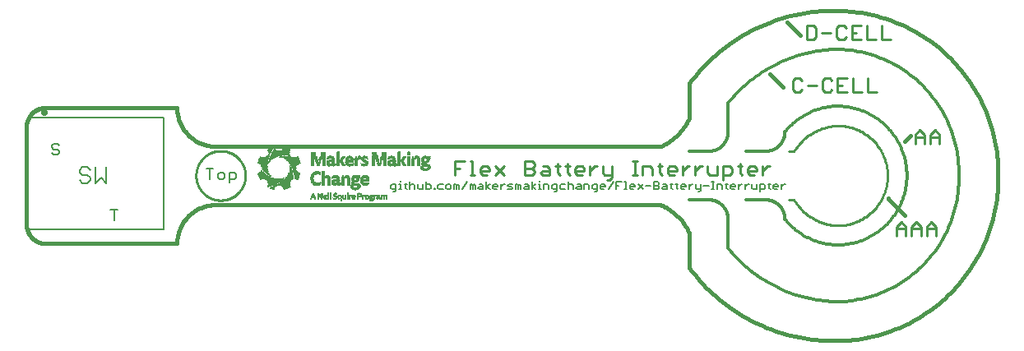
<source format=gto>
G75*
%MOIN*%
%OFA0B0*%
%FSLAX25Y25*%
%IPPOS*%
%LPD*%
%AMOC8*
5,1,8,0,0,1.08239X$1,22.5*
%
%ADD10C,0.01600*%
%ADD11R,0.00770X0.00070*%
%ADD12R,0.00420X0.00070*%
%ADD13R,0.01190X0.00070*%
%ADD14R,0.00560X0.00070*%
%ADD15R,0.01470X0.00070*%
%ADD16R,0.01540X0.00070*%
%ADD17R,0.00560X0.00070*%
%ADD18R,0.01680X0.00070*%
%ADD19R,0.01680X0.00070*%
%ADD20R,0.00630X0.00070*%
%ADD21R,0.00490X0.00070*%
%ADD22R,0.00490X0.00070*%
%ADD23R,0.00630X0.00070*%
%ADD24R,0.00070X0.00070*%
%ADD25R,0.00070X0.00070*%
%ADD26R,0.00280X0.00070*%
%ADD27R,0.01750X0.00070*%
%ADD28R,0.00280X0.00070*%
%ADD29R,0.00070X0.00070*%
%ADD30R,0.00350X0.00070*%
%ADD31R,0.00490X0.00070*%
%ADD32R,0.00840X0.00070*%
%ADD33R,0.01050X0.00070*%
%ADD34R,0.00700X0.00070*%
%ADD35R,0.01610X0.00070*%
%ADD36R,0.01120X0.00070*%
%ADD37R,0.01260X0.00070*%
%ADD38R,0.00770X0.00070*%
%ADD39R,0.00840X0.00070*%
%ADD40R,0.00420X0.00070*%
%ADD41R,0.01540X0.00070*%
%ADD42R,0.00770X0.00070*%
%ADD43R,0.01260X0.00070*%
%ADD44R,0.01470X0.00070*%
%ADD45R,0.01470X0.00070*%
%ADD46R,0.00490X0.00070*%
%ADD47R,0.01610X0.00070*%
%ADD48R,0.01330X0.00070*%
%ADD49R,0.01470X0.00070*%
%ADD50R,0.01400X0.00070*%
%ADD51R,0.00840X0.00070*%
%ADD52R,0.00840X0.00070*%
%ADD53R,0.01540X0.00070*%
%ADD54R,0.01540X0.00070*%
%ADD55R,0.01400X0.00070*%
%ADD56R,0.01820X0.00070*%
%ADD57R,0.00910X0.00070*%
%ADD58R,0.00210X0.00070*%
%ADD59R,0.00140X0.00070*%
%ADD60R,0.00140X0.00070*%
%ADD61R,0.00910X0.00070*%
%ADD62R,0.00210X0.00070*%
%ADD63R,0.01890X0.00070*%
%ADD64R,0.00980X0.00070*%
%ADD65R,0.00070X0.00070*%
%ADD66R,0.01890X0.00070*%
%ADD67R,0.00980X0.00070*%
%ADD68R,0.01120X0.00070*%
%ADD69R,0.01190X0.00070*%
%ADD70R,0.01750X0.00070*%
%ADD71R,0.01120X0.00070*%
%ADD72R,0.00700X0.00070*%
%ADD73R,0.00770X0.00070*%
%ADD74R,0.01820X0.00070*%
%ADD75R,0.01890X0.00070*%
%ADD76R,0.02590X0.00070*%
%ADD77R,0.02590X0.00070*%
%ADD78R,0.02450X0.00070*%
%ADD79R,0.02590X0.00070*%
%ADD80R,0.02520X0.00070*%
%ADD81R,0.02520X0.00070*%
%ADD82R,0.01190X0.00070*%
%ADD83R,0.00420X0.00070*%
%ADD84R,0.00420X0.00070*%
%ADD85R,0.01330X0.00070*%
%ADD86R,0.00350X0.00070*%
%ADD87R,0.01050X0.00070*%
%ADD88R,0.02170X0.00070*%
%ADD89R,0.02800X0.00070*%
%ADD90R,0.02940X0.00070*%
%ADD91R,0.03150X0.00070*%
%ADD92R,0.03360X0.00070*%
%ADD93R,0.03500X0.00070*%
%ADD94R,0.03500X0.00070*%
%ADD95R,0.01820X0.00070*%
%ADD96R,0.03640X0.00070*%
%ADD97R,0.02030X0.00070*%
%ADD98R,0.03710X0.00070*%
%ADD99R,0.02100X0.00070*%
%ADD100R,0.03780X0.00070*%
%ADD101R,0.02380X0.00070*%
%ADD102R,0.01960X0.00070*%
%ADD103R,0.02520X0.00070*%
%ADD104R,0.02660X0.00070*%
%ADD105R,0.01190X0.00070*%
%ADD106R,0.02870X0.00070*%
%ADD107R,0.01120X0.00070*%
%ADD108R,0.03010X0.00070*%
%ADD109R,0.03220X0.00070*%
%ADD110R,0.03290X0.00070*%
%ADD111R,0.03290X0.00070*%
%ADD112R,0.03360X0.00070*%
%ADD113R,0.03430X0.00070*%
%ADD114R,0.03570X0.00070*%
%ADD115R,0.03640X0.00070*%
%ADD116R,0.03920X0.00070*%
%ADD117R,0.05810X0.00070*%
%ADD118R,0.03640X0.00070*%
%ADD119R,0.02240X0.00070*%
%ADD120R,0.05670X0.00070*%
%ADD121R,0.02030X0.00070*%
%ADD122R,0.02380X0.00070*%
%ADD123R,0.05460X0.00070*%
%ADD124R,0.03430X0.00070*%
%ADD125R,0.02100X0.00070*%
%ADD126R,0.05320X0.00070*%
%ADD127R,0.05180X0.00070*%
%ADD128R,0.03220X0.00070*%
%ADD129R,0.02730X0.00070*%
%ADD130R,0.05040X0.00070*%
%ADD131R,0.03290X0.00070*%
%ADD132R,0.04900X0.00070*%
%ADD133R,0.03080X0.00070*%
%ADD134R,0.02800X0.00070*%
%ADD135R,0.03080X0.00070*%
%ADD136R,0.04760X0.00070*%
%ADD137R,0.03220X0.00070*%
%ADD138R,0.02870X0.00070*%
%ADD139R,0.04690X0.00070*%
%ADD140R,0.04550X0.00070*%
%ADD141R,0.03780X0.00070*%
%ADD142R,0.03010X0.00070*%
%ADD143R,0.04410X0.00070*%
%ADD144R,0.03850X0.00070*%
%ADD145R,0.03150X0.00070*%
%ADD146R,0.04340X0.00070*%
%ADD147R,0.03570X0.00070*%
%ADD148R,0.03920X0.00070*%
%ADD149R,0.04200X0.00070*%
%ADD150R,0.03990X0.00070*%
%ADD151R,0.04130X0.00070*%
%ADD152R,0.03710X0.00070*%
%ADD153R,0.04060X0.00070*%
%ADD154R,0.03990X0.00070*%
%ADD155R,0.02170X0.00070*%
%ADD156R,0.04200X0.00070*%
%ADD157R,0.03920X0.00070*%
%ADD158R,0.01960X0.00070*%
%ADD159R,0.04410X0.00070*%
%ADD160R,0.04620X0.00070*%
%ADD161R,0.02310X0.00070*%
%ADD162R,0.02310X0.00070*%
%ADD163R,0.05110X0.00070*%
%ADD164R,0.05250X0.00070*%
%ADD165R,0.05530X0.00070*%
%ADD166R,0.03220X0.00070*%
%ADD167R,0.05740X0.00070*%
%ADD168R,0.05880X0.00070*%
%ADD169R,0.03570X0.00070*%
%ADD170R,0.06020X0.00070*%
%ADD171R,0.06160X0.00070*%
%ADD172R,0.06370X0.00070*%
%ADD173R,0.06510X0.00070*%
%ADD174R,0.02870X0.00070*%
%ADD175R,0.06790X0.00070*%
%ADD176R,0.03570X0.00070*%
%ADD177R,0.06860X0.00070*%
%ADD178R,0.02590X0.00070*%
%ADD179R,0.07140X0.00070*%
%ADD180R,0.07350X0.00070*%
%ADD181R,0.05320X0.00070*%
%ADD182R,0.06440X0.00070*%
%ADD183R,0.06230X0.00070*%
%ADD184R,0.05950X0.00070*%
%ADD185R,0.05600X0.00070*%
%ADD186R,0.05460X0.00070*%
%ADD187R,0.05110X0.00070*%
%ADD188R,0.01890X0.00070*%
%ADD189R,0.04970X0.00070*%
%ADD190R,0.04830X0.00070*%
%ADD191R,0.02940X0.00070*%
%ADD192R,0.04690X0.00070*%
%ADD193R,0.02870X0.00070*%
%ADD194R,0.02730X0.00070*%
%ADD195R,0.04480X0.00070*%
%ADD196R,0.04270X0.00070*%
%ADD197R,0.00140X0.00070*%
%ADD198R,0.02660X0.00070*%
%ADD199R,0.04130X0.00070*%
%ADD200R,0.02240X0.00070*%
%ADD201R,0.03640X0.00070*%
%ADD202R,0.02170X0.00070*%
%ADD203R,0.01820X0.00070*%
%ADD204R,0.02240X0.00070*%
%ADD205R,0.02240X0.00070*%
%ADD206R,0.02450X0.00070*%
%ADD207R,0.03290X0.00070*%
%ADD208R,0.03850X0.00070*%
%ADD209R,0.04270X0.00070*%
%ADD210R,0.00140X0.00070*%
%ADD211R,0.04480X0.00070*%
%ADD212R,0.04550X0.00070*%
%ADD213R,0.03920X0.00070*%
%ADD214R,0.04620X0.00070*%
%ADD215R,0.04690X0.00070*%
%ADD216R,0.04830X0.00070*%
%ADD217R,0.04900X0.00070*%
%ADD218R,0.05040X0.00070*%
%ADD219R,0.02940X0.00070*%
%ADD220R,0.02170X0.00070*%
%ADD221R,0.05180X0.00070*%
%ADD222R,0.05320X0.00070*%
%ADD223R,0.05320X0.00070*%
%ADD224R,0.05390X0.00070*%
%ADD225R,0.05390X0.00070*%
%ADD226R,0.05600X0.00070*%
%ADD227R,0.05670X0.00070*%
%ADD228R,0.05880X0.00070*%
%ADD229R,0.05950X0.00070*%
%ADD230R,0.02520X0.00070*%
%ADD231R,0.06230X0.00070*%
%ADD232R,0.02940X0.00070*%
%ADD233R,0.04620X0.00070*%
%ADD234R,0.04620X0.00070*%
%ADD235R,0.04760X0.00070*%
%ADD236R,0.07910X0.00070*%
%ADD237R,0.07840X0.00070*%
%ADD238R,0.07770X0.00070*%
%ADD239R,0.07700X0.00070*%
%ADD240R,0.07630X0.00070*%
%ADD241R,0.07630X0.00070*%
%ADD242R,0.07490X0.00070*%
%ADD243R,0.07490X0.00070*%
%ADD244R,0.07350X0.00070*%
%ADD245R,0.07280X0.00070*%
%ADD246R,0.07210X0.00070*%
%ADD247R,0.07210X0.00070*%
%ADD248R,0.07140X0.00070*%
%ADD249R,0.07070X0.00070*%
%ADD250R,0.07000X0.00070*%
%ADD251R,0.07000X0.00070*%
%ADD252R,0.06930X0.00070*%
%ADD253R,0.06930X0.00070*%
%ADD254R,0.06860X0.00070*%
%ADD255C,0.01000*%
%ADD256C,0.00800*%
%ADD257C,0.00500*%
%ADD258C,0.01200*%
%ADD259C,0.01339*%
%ADD260C,0.00600*%
D10*
X0023106Y0041189D02*
X0076256Y0041189D01*
X0076261Y0041570D01*
X0076274Y0041950D01*
X0076297Y0042330D01*
X0076330Y0042709D01*
X0076371Y0043087D01*
X0076421Y0043464D01*
X0076481Y0043840D01*
X0076549Y0044215D01*
X0076627Y0044587D01*
X0076714Y0044958D01*
X0076809Y0045326D01*
X0076914Y0045692D01*
X0077027Y0046055D01*
X0077149Y0046416D01*
X0077279Y0046773D01*
X0077419Y0047127D01*
X0077566Y0047478D01*
X0077723Y0047825D01*
X0077887Y0048168D01*
X0078060Y0048507D01*
X0078241Y0048842D01*
X0078430Y0049173D01*
X0078627Y0049498D01*
X0078831Y0049819D01*
X0079044Y0050135D01*
X0079264Y0050445D01*
X0079491Y0050751D01*
X0079726Y0051050D01*
X0079968Y0051344D01*
X0080216Y0051632D01*
X0080472Y0051914D01*
X0080735Y0052189D01*
X0081004Y0052458D01*
X0081279Y0052721D01*
X0081561Y0052977D01*
X0081849Y0053225D01*
X0082143Y0053467D01*
X0082442Y0053702D01*
X0082748Y0053929D01*
X0083058Y0054149D01*
X0083374Y0054362D01*
X0083695Y0054566D01*
X0084020Y0054763D01*
X0084351Y0054952D01*
X0084686Y0055133D01*
X0085025Y0055306D01*
X0085368Y0055470D01*
X0085715Y0055627D01*
X0086066Y0055774D01*
X0086420Y0055914D01*
X0086777Y0056044D01*
X0087138Y0056166D01*
X0087501Y0056279D01*
X0087867Y0056384D01*
X0088235Y0056479D01*
X0088606Y0056566D01*
X0088978Y0056644D01*
X0089353Y0056712D01*
X0089729Y0056772D01*
X0090106Y0056822D01*
X0090484Y0056863D01*
X0090863Y0056896D01*
X0091243Y0056919D01*
X0091623Y0056932D01*
X0092004Y0056937D01*
X0272122Y0056937D01*
X0283933Y0045126D02*
X0283933Y0031347D01*
X0283933Y0045126D02*
X0283728Y0045603D01*
X0283513Y0046076D01*
X0283286Y0046543D01*
X0283048Y0047004D01*
X0282799Y0047460D01*
X0282539Y0047910D01*
X0282269Y0048354D01*
X0281988Y0048791D01*
X0281697Y0049221D01*
X0281395Y0049644D01*
X0281084Y0050060D01*
X0280763Y0050468D01*
X0280432Y0050868D01*
X0280092Y0051261D01*
X0279743Y0051645D01*
X0279384Y0052021D01*
X0279017Y0052388D01*
X0278641Y0052747D01*
X0278257Y0053096D01*
X0277864Y0053436D01*
X0277464Y0053767D01*
X0277056Y0054088D01*
X0276640Y0054399D01*
X0276217Y0054701D01*
X0275787Y0054992D01*
X0275350Y0055273D01*
X0274906Y0055543D01*
X0274456Y0055803D01*
X0274000Y0056052D01*
X0273539Y0056290D01*
X0273072Y0056517D01*
X0272599Y0056732D01*
X0272122Y0056937D01*
X0272122Y0080559D02*
X0092004Y0080559D01*
X0091623Y0080564D01*
X0091243Y0080577D01*
X0090863Y0080600D01*
X0090484Y0080633D01*
X0090106Y0080674D01*
X0089729Y0080724D01*
X0089353Y0080784D01*
X0088978Y0080852D01*
X0088606Y0080930D01*
X0088235Y0081017D01*
X0087867Y0081112D01*
X0087501Y0081217D01*
X0087138Y0081330D01*
X0086777Y0081452D01*
X0086420Y0081582D01*
X0086066Y0081722D01*
X0085715Y0081869D01*
X0085368Y0082026D01*
X0085025Y0082190D01*
X0084686Y0082363D01*
X0084351Y0082544D01*
X0084020Y0082733D01*
X0083695Y0082930D01*
X0083374Y0083134D01*
X0083058Y0083347D01*
X0082748Y0083567D01*
X0082442Y0083794D01*
X0082143Y0084029D01*
X0081849Y0084271D01*
X0081561Y0084519D01*
X0081279Y0084775D01*
X0081004Y0085038D01*
X0080735Y0085307D01*
X0080472Y0085582D01*
X0080216Y0085864D01*
X0079968Y0086152D01*
X0079726Y0086446D01*
X0079491Y0086745D01*
X0079264Y0087051D01*
X0079044Y0087361D01*
X0078831Y0087677D01*
X0078627Y0087998D01*
X0078430Y0088323D01*
X0078241Y0088654D01*
X0078060Y0088989D01*
X0077887Y0089328D01*
X0077723Y0089671D01*
X0077566Y0090018D01*
X0077419Y0090369D01*
X0077279Y0090723D01*
X0077149Y0091080D01*
X0077027Y0091441D01*
X0076914Y0091804D01*
X0076809Y0092170D01*
X0076714Y0092538D01*
X0076627Y0092909D01*
X0076549Y0093281D01*
X0076481Y0093656D01*
X0076421Y0094032D01*
X0076371Y0094409D01*
X0076330Y0094787D01*
X0076297Y0095166D01*
X0076274Y0095546D01*
X0076261Y0095926D01*
X0076256Y0096307D01*
X0023106Y0096307D01*
X0022916Y0096305D01*
X0022726Y0096298D01*
X0022536Y0096286D01*
X0022346Y0096270D01*
X0022157Y0096250D01*
X0021968Y0096224D01*
X0021780Y0096195D01*
X0021593Y0096160D01*
X0021407Y0096121D01*
X0021222Y0096078D01*
X0021037Y0096030D01*
X0020854Y0095978D01*
X0020673Y0095922D01*
X0020493Y0095861D01*
X0020314Y0095795D01*
X0020137Y0095726D01*
X0019961Y0095652D01*
X0019788Y0095574D01*
X0019616Y0095491D01*
X0019447Y0095405D01*
X0019279Y0095315D01*
X0019114Y0095220D01*
X0018951Y0095122D01*
X0018791Y0095019D01*
X0018633Y0094913D01*
X0018478Y0094803D01*
X0018325Y0094690D01*
X0018175Y0094572D01*
X0018029Y0094451D01*
X0017885Y0094327D01*
X0017744Y0094199D01*
X0017606Y0094068D01*
X0017471Y0093933D01*
X0017340Y0093795D01*
X0017212Y0093654D01*
X0017088Y0093510D01*
X0016967Y0093364D01*
X0016849Y0093214D01*
X0016736Y0093061D01*
X0016626Y0092906D01*
X0016520Y0092748D01*
X0016417Y0092588D01*
X0016319Y0092425D01*
X0016224Y0092260D01*
X0016134Y0092092D01*
X0016048Y0091923D01*
X0015965Y0091751D01*
X0015887Y0091578D01*
X0015813Y0091402D01*
X0015744Y0091225D01*
X0015678Y0091046D01*
X0015617Y0090866D01*
X0015561Y0090685D01*
X0015509Y0090502D01*
X0015461Y0090317D01*
X0015418Y0090132D01*
X0015379Y0089946D01*
X0015344Y0089759D01*
X0015315Y0089571D01*
X0015289Y0089382D01*
X0015269Y0089193D01*
X0015253Y0089003D01*
X0015241Y0088813D01*
X0015234Y0088623D01*
X0015232Y0088433D01*
X0015232Y0049063D01*
X0015234Y0048873D01*
X0015241Y0048683D01*
X0015253Y0048493D01*
X0015269Y0048303D01*
X0015289Y0048114D01*
X0015315Y0047925D01*
X0015344Y0047737D01*
X0015379Y0047550D01*
X0015418Y0047364D01*
X0015461Y0047179D01*
X0015509Y0046994D01*
X0015561Y0046811D01*
X0015617Y0046630D01*
X0015678Y0046450D01*
X0015744Y0046271D01*
X0015813Y0046094D01*
X0015887Y0045918D01*
X0015965Y0045745D01*
X0016048Y0045573D01*
X0016134Y0045404D01*
X0016224Y0045236D01*
X0016319Y0045071D01*
X0016417Y0044908D01*
X0016520Y0044748D01*
X0016626Y0044590D01*
X0016736Y0044435D01*
X0016849Y0044282D01*
X0016967Y0044132D01*
X0017088Y0043986D01*
X0017212Y0043842D01*
X0017340Y0043701D01*
X0017471Y0043563D01*
X0017606Y0043428D01*
X0017744Y0043297D01*
X0017885Y0043169D01*
X0018029Y0043045D01*
X0018175Y0042924D01*
X0018325Y0042806D01*
X0018478Y0042693D01*
X0018633Y0042583D01*
X0018791Y0042477D01*
X0018951Y0042374D01*
X0019114Y0042276D01*
X0019279Y0042181D01*
X0019447Y0042091D01*
X0019616Y0042005D01*
X0019788Y0041922D01*
X0019961Y0041844D01*
X0020137Y0041770D01*
X0020314Y0041701D01*
X0020493Y0041635D01*
X0020673Y0041574D01*
X0020854Y0041518D01*
X0021037Y0041466D01*
X0021222Y0041418D01*
X0021407Y0041375D01*
X0021593Y0041336D01*
X0021780Y0041301D01*
X0021968Y0041272D01*
X0022157Y0041246D01*
X0022346Y0041226D01*
X0022536Y0041210D01*
X0022726Y0041198D01*
X0022916Y0041191D01*
X0023106Y0041189D01*
X0272122Y0080559D02*
X0272614Y0080770D01*
X0273101Y0080993D01*
X0273582Y0081228D01*
X0274058Y0081475D01*
X0274527Y0081733D01*
X0274990Y0082003D01*
X0275446Y0082284D01*
X0275895Y0082576D01*
X0276336Y0082879D01*
X0276771Y0083193D01*
X0277197Y0083517D01*
X0277615Y0083852D01*
X0278025Y0084197D01*
X0278426Y0084551D01*
X0278819Y0084916D01*
X0279202Y0085290D01*
X0279576Y0085673D01*
X0279941Y0086066D01*
X0280295Y0086467D01*
X0280640Y0086877D01*
X0280975Y0087295D01*
X0281299Y0087721D01*
X0281613Y0088156D01*
X0281916Y0088597D01*
X0282208Y0089046D01*
X0282489Y0089502D01*
X0282759Y0089965D01*
X0283017Y0090434D01*
X0283264Y0090910D01*
X0283499Y0091391D01*
X0283722Y0091878D01*
X0283933Y0092370D01*
X0283933Y0106150D01*
X0316492Y0109850D02*
X0321728Y0104614D01*
X0328894Y0125559D02*
X0323657Y0130795D01*
X0371059Y0082528D02*
X0373461Y0084929D01*
X0343973Y0001819D02*
X0342234Y0001800D01*
X0340496Y0001823D01*
X0338758Y0001887D01*
X0337023Y0001993D01*
X0335291Y0002141D01*
X0333562Y0002331D01*
X0331839Y0002561D01*
X0330122Y0002833D01*
X0328412Y0003146D01*
X0326709Y0003500D01*
X0325016Y0003895D01*
X0323333Y0004331D01*
X0321661Y0004806D01*
X0320000Y0005322D01*
X0318353Y0005877D01*
X0316719Y0006472D01*
X0315100Y0007105D01*
X0313496Y0007778D01*
X0311910Y0008488D01*
X0310340Y0009237D01*
X0308790Y0010023D01*
X0307258Y0010846D01*
X0305747Y0011705D01*
X0304256Y0012601D01*
X0302788Y0013532D01*
X0301342Y0014498D01*
X0299920Y0015498D01*
X0298523Y0016532D01*
X0297150Y0017600D01*
X0295804Y0018700D01*
X0294484Y0019832D01*
X0293192Y0020995D01*
X0291929Y0022189D01*
X0290694Y0023413D01*
X0289489Y0024667D01*
X0288314Y0025949D01*
X0287171Y0027258D01*
X0286059Y0028595D01*
X0284980Y0029958D01*
X0283933Y0031347D01*
X0364406Y0059417D02*
X0371177Y0052646D01*
X0371374Y0052449D01*
X0364406Y0059417D02*
X0364406Y0059457D01*
X0343973Y0135677D02*
X0342234Y0135696D01*
X0340496Y0135673D01*
X0338758Y0135609D01*
X0337023Y0135503D01*
X0335291Y0135355D01*
X0333562Y0135165D01*
X0331839Y0134935D01*
X0330122Y0134663D01*
X0328412Y0134350D01*
X0326709Y0133996D01*
X0325016Y0133601D01*
X0323333Y0133165D01*
X0321661Y0132690D01*
X0320000Y0132174D01*
X0318353Y0131619D01*
X0316719Y0131024D01*
X0315100Y0130391D01*
X0313496Y0129718D01*
X0311910Y0129008D01*
X0310340Y0128259D01*
X0308790Y0127473D01*
X0307258Y0126650D01*
X0305747Y0125791D01*
X0304256Y0124895D01*
X0302788Y0123964D01*
X0301342Y0122998D01*
X0299920Y0121998D01*
X0298523Y0120964D01*
X0297150Y0119896D01*
X0295804Y0118796D01*
X0294484Y0117664D01*
X0293192Y0116501D01*
X0291929Y0115307D01*
X0290694Y0114083D01*
X0289489Y0112829D01*
X0288314Y0111547D01*
X0287171Y0110238D01*
X0286059Y0108901D01*
X0284980Y0107538D01*
X0283933Y0106149D01*
X0343972Y0135677D02*
X0345565Y0135634D01*
X0347157Y0135552D01*
X0348746Y0135432D01*
X0350332Y0135274D01*
X0351914Y0135077D01*
X0353490Y0134842D01*
X0355060Y0134570D01*
X0356624Y0134259D01*
X0358179Y0133911D01*
X0359725Y0133525D01*
X0361262Y0133102D01*
X0362788Y0132642D01*
X0364302Y0132145D01*
X0365804Y0131612D01*
X0367293Y0131042D01*
X0368767Y0130437D01*
X0370226Y0129796D01*
X0371670Y0129121D01*
X0373096Y0128410D01*
X0374506Y0127666D01*
X0375896Y0126887D01*
X0377268Y0126075D01*
X0378619Y0125231D01*
X0379950Y0124353D01*
X0381259Y0123444D01*
X0382546Y0122504D01*
X0383809Y0121533D01*
X0385049Y0120531D01*
X0386264Y0119500D01*
X0387454Y0118440D01*
X0388618Y0117351D01*
X0389755Y0116234D01*
X0390865Y0115091D01*
X0391947Y0113921D01*
X0393001Y0112725D01*
X0394025Y0111504D01*
X0395020Y0110258D01*
X0395984Y0108989D01*
X0396917Y0107697D01*
X0397819Y0106383D01*
X0398688Y0105047D01*
X0399525Y0103691D01*
X0400329Y0102315D01*
X0401100Y0100920D01*
X0401836Y0099507D01*
X0402539Y0098076D01*
X0403206Y0096629D01*
X0403839Y0095166D01*
X0404435Y0093688D01*
X0404996Y0092196D01*
X0405521Y0090691D01*
X0406009Y0089174D01*
X0406461Y0087645D01*
X0406875Y0086106D01*
X0407252Y0084558D01*
X0407591Y0083001D01*
X0407893Y0081436D01*
X0408157Y0079864D01*
X0408383Y0078286D01*
X0408570Y0076704D01*
X0408720Y0075117D01*
X0408831Y0073527D01*
X0408903Y0071935D01*
X0408937Y0070342D01*
X0408933Y0068748D01*
X0408937Y0067154D01*
X0408903Y0065561D01*
X0408831Y0063969D01*
X0408720Y0062379D01*
X0408570Y0060792D01*
X0408383Y0059210D01*
X0408157Y0057632D01*
X0407893Y0056060D01*
X0407591Y0054495D01*
X0407252Y0052938D01*
X0406875Y0051390D01*
X0406461Y0049851D01*
X0406009Y0048322D01*
X0405521Y0046805D01*
X0404996Y0045300D01*
X0404435Y0043808D01*
X0403839Y0042330D01*
X0403206Y0040867D01*
X0402539Y0039420D01*
X0401836Y0037989D01*
X0401100Y0036576D01*
X0400329Y0035181D01*
X0399525Y0033805D01*
X0398688Y0032449D01*
X0397819Y0031113D01*
X0396917Y0029799D01*
X0395984Y0028507D01*
X0395020Y0027238D01*
X0394025Y0025992D01*
X0393001Y0024771D01*
X0391947Y0023575D01*
X0390865Y0022405D01*
X0389755Y0021262D01*
X0388618Y0020145D01*
X0387454Y0019056D01*
X0386264Y0017996D01*
X0385049Y0016965D01*
X0383809Y0015963D01*
X0382546Y0014992D01*
X0381259Y0014052D01*
X0379950Y0013143D01*
X0378619Y0012265D01*
X0377268Y0011421D01*
X0375896Y0010609D01*
X0374506Y0009830D01*
X0373096Y0009086D01*
X0371670Y0008375D01*
X0370226Y0007700D01*
X0368767Y0007059D01*
X0367293Y0006454D01*
X0365804Y0005884D01*
X0364302Y0005351D01*
X0362788Y0004854D01*
X0361262Y0004394D01*
X0359725Y0003971D01*
X0358179Y0003585D01*
X0356624Y0003237D01*
X0355060Y0002926D01*
X0353490Y0002654D01*
X0351914Y0002419D01*
X0350332Y0002222D01*
X0348746Y0002064D01*
X0347157Y0001944D01*
X0345565Y0001862D01*
X0343972Y0001819D01*
D11*
X0155022Y0058178D03*
X0153272Y0059018D03*
X0142632Y0059438D03*
X0140882Y0059928D03*
X0134932Y0059228D03*
X0131432Y0061188D03*
X0120022Y0063078D03*
X0110292Y0067138D03*
X0113932Y0074768D03*
X0115892Y0079038D03*
X0120022Y0080018D03*
X0144032Y0072528D03*
X0134092Y0069168D03*
X0141932Y0064618D03*
X0168742Y0072528D03*
D12*
X0159187Y0060558D03*
X0151627Y0060698D03*
X0146237Y0060698D03*
X0143577Y0060698D03*
X0137627Y0060698D03*
X0142737Y0058248D03*
D13*
X0140322Y0060348D03*
X0136402Y0060558D03*
X0147252Y0063848D03*
X0145922Y0064898D03*
X0145922Y0065458D03*
X0145922Y0065598D03*
X0145922Y0066158D03*
X0145922Y0066298D03*
X0145922Y0066858D03*
X0145922Y0066998D03*
X0145852Y0067348D03*
X0147602Y0067698D03*
X0151242Y0066158D03*
X0151242Y0065948D03*
X0143542Y0067208D03*
X0141652Y0066998D03*
X0141652Y0066158D03*
X0140392Y0066998D03*
X0137942Y0067348D03*
X0135562Y0067208D03*
X0135562Y0066648D03*
X0135562Y0066508D03*
X0135562Y0065948D03*
X0135562Y0065808D03*
X0135562Y0065248D03*
X0135562Y0065108D03*
X0131012Y0066998D03*
X0131012Y0067208D03*
X0131012Y0067348D03*
X0131012Y0067558D03*
X0131012Y0067698D03*
X0135562Y0068748D03*
X0135562Y0069308D03*
X0135562Y0069448D03*
X0135562Y0070008D03*
X0137452Y0073508D03*
X0139622Y0073508D03*
X0139622Y0075258D03*
X0141512Y0075048D03*
X0143402Y0075608D03*
X0145222Y0075398D03*
X0145012Y0073998D03*
X0151522Y0075258D03*
X0153202Y0073648D03*
X0153202Y0073508D03*
X0164402Y0073508D03*
X0166222Y0073298D03*
X0166222Y0073158D03*
X0166222Y0075048D03*
X0167902Y0075258D03*
X0174272Y0075048D03*
X0175952Y0074558D03*
X0175952Y0073298D03*
X0177912Y0074558D03*
X0153272Y0059158D03*
X0155022Y0058248D03*
X0147952Y0059158D03*
X0116592Y0064548D03*
X0115822Y0064198D03*
X0113022Y0069448D03*
X0113862Y0078058D03*
D14*
X0115857Y0079178D03*
X0119917Y0080088D03*
X0113757Y0074418D03*
X0122297Y0071688D03*
X0122367Y0071478D03*
X0113827Y0068678D03*
X0110187Y0067068D03*
X0113267Y0063988D03*
X0130627Y0059228D03*
X0130697Y0059368D03*
X0130697Y0059438D03*
X0130907Y0060068D03*
X0130977Y0060278D03*
X0131047Y0060418D03*
X0131047Y0060488D03*
X0131817Y0060488D03*
X0131887Y0060278D03*
X0131957Y0060138D03*
X0131957Y0060068D03*
X0132167Y0059438D03*
X0132167Y0059368D03*
X0132237Y0059228D03*
X0132307Y0059088D03*
X0133497Y0059088D03*
X0133497Y0059228D03*
X0133497Y0059368D03*
X0133497Y0059438D03*
X0133497Y0059578D03*
X0133497Y0059718D03*
X0133497Y0059788D03*
X0133497Y0059928D03*
X0133497Y0060068D03*
X0133497Y0060138D03*
X0133497Y0060278D03*
X0133497Y0060418D03*
X0133497Y0060488D03*
X0133497Y0060628D03*
X0134127Y0060628D03*
X0134197Y0060418D03*
X0134267Y0060278D03*
X0134337Y0060138D03*
X0135037Y0060138D03*
X0135037Y0060068D03*
X0135037Y0060418D03*
X0135037Y0060488D03*
X0135037Y0060628D03*
X0135037Y0060768D03*
X0135037Y0061118D03*
X0135037Y0061188D03*
X0135037Y0061328D03*
X0135877Y0060278D03*
X0135877Y0059578D03*
X0137627Y0059578D03*
X0137627Y0059438D03*
X0137627Y0059368D03*
X0137627Y0059228D03*
X0137627Y0059088D03*
X0137627Y0059718D03*
X0137627Y0059788D03*
X0137627Y0059928D03*
X0137627Y0060068D03*
X0137627Y0060138D03*
X0137627Y0060278D03*
X0137627Y0060418D03*
X0137627Y0060488D03*
X0137627Y0060628D03*
X0137627Y0061118D03*
X0137627Y0061188D03*
X0137627Y0061468D03*
X0138467Y0059438D03*
X0139867Y0060768D03*
X0139867Y0060838D03*
X0139937Y0060978D03*
X0140987Y0059788D03*
X0140987Y0059718D03*
X0140987Y0059578D03*
X0141617Y0059718D03*
X0141617Y0059788D03*
X0141617Y0059928D03*
X0141617Y0060068D03*
X0141687Y0060138D03*
X0142737Y0060138D03*
X0142737Y0060068D03*
X0142737Y0059928D03*
X0142737Y0059788D03*
X0142737Y0059718D03*
X0142737Y0059578D03*
X0142737Y0059088D03*
X0142737Y0059018D03*
X0142737Y0058878D03*
X0142737Y0058738D03*
X0142737Y0058668D03*
X0142737Y0058528D03*
X0142737Y0058388D03*
X0142737Y0058318D03*
X0143507Y0059788D03*
X0143507Y0059928D03*
X0143507Y0060068D03*
X0143507Y0060488D03*
X0142737Y0060278D03*
X0145397Y0060068D03*
X0145397Y0059928D03*
X0145397Y0059788D03*
X0145397Y0059368D03*
X0145397Y0059228D03*
X0145397Y0059088D03*
X0146237Y0059088D03*
X0146237Y0059228D03*
X0146237Y0059368D03*
X0146237Y0059438D03*
X0146237Y0059578D03*
X0146237Y0059718D03*
X0146237Y0059788D03*
X0146237Y0059928D03*
X0146237Y0060068D03*
X0146797Y0060628D03*
X0147357Y0059578D03*
X0145397Y0060488D03*
X0145397Y0061118D03*
X0145397Y0061468D03*
X0149667Y0060628D03*
X0149737Y0060978D03*
X0150927Y0060838D03*
X0150997Y0060628D03*
X0150927Y0060488D03*
X0151627Y0060068D03*
X0151627Y0059928D03*
X0151627Y0059788D03*
X0151627Y0059718D03*
X0151627Y0059578D03*
X0151627Y0059438D03*
X0151627Y0059368D03*
X0151627Y0059228D03*
X0151627Y0059088D03*
X0152747Y0059578D03*
X0152747Y0059718D03*
X0152747Y0060068D03*
X0152747Y0060138D03*
X0152187Y0060628D03*
X0153797Y0060278D03*
X0153867Y0060138D03*
X0153867Y0060068D03*
X0153867Y0059928D03*
X0153867Y0059788D03*
X0153867Y0059718D03*
X0153867Y0059578D03*
X0154567Y0059438D03*
X0154567Y0059928D03*
X0155477Y0060278D03*
X0156317Y0059928D03*
X0156317Y0059788D03*
X0156317Y0059718D03*
X0156317Y0059578D03*
X0156317Y0059438D03*
X0156317Y0059368D03*
X0156317Y0059228D03*
X0156317Y0059088D03*
X0155687Y0058668D03*
X0154427Y0058668D03*
X0157367Y0059438D03*
X0157367Y0059578D03*
X0158347Y0059438D03*
X0158487Y0059018D03*
X0158347Y0060068D03*
X0158347Y0060138D03*
X0159257Y0060138D03*
X0156877Y0060628D03*
X0149667Y0059228D03*
X0134267Y0065668D03*
X0141547Y0072528D03*
X0153377Y0075468D03*
X0160657Y0072528D03*
X0166257Y0072528D03*
X0170177Y0072528D03*
X0171927Y0072528D03*
X0174307Y0072528D03*
D15*
X0176092Y0073228D03*
X0158242Y0073088D03*
X0150192Y0075818D03*
X0150192Y0075888D03*
X0149142Y0075188D03*
X0139972Y0072878D03*
X0139972Y0072738D03*
X0133532Y0073088D03*
X0133532Y0073228D03*
X0123942Y0070918D03*
X0123872Y0070988D03*
X0131432Y0068818D03*
X0131292Y0066088D03*
X0132972Y0064618D03*
X0140392Y0061118D03*
X0142282Y0060488D03*
X0147882Y0059368D03*
X0150192Y0059928D03*
X0155022Y0059228D03*
X0155022Y0058318D03*
X0157892Y0059788D03*
X0141932Y0064968D03*
X0143682Y0067488D03*
X0145222Y0068468D03*
X0137242Y0068468D03*
X0120232Y0063288D03*
X0115472Y0063988D03*
X0113792Y0064338D03*
X0118622Y0067138D03*
X0112672Y0069868D03*
X0110572Y0069938D03*
X0114492Y0075468D03*
X0113932Y0078478D03*
D16*
X0149807Y0063638D03*
X0153307Y0059368D03*
X0155057Y0058388D03*
X0140357Y0059228D03*
X0178157Y0071478D03*
D17*
X0170107Y0076308D03*
X0140567Y0068608D03*
X0140847Y0061048D03*
X0139867Y0060908D03*
X0140987Y0059648D03*
X0140917Y0059508D03*
X0141617Y0059648D03*
X0141617Y0059858D03*
X0141617Y0059998D03*
X0141687Y0060208D03*
X0142737Y0060208D03*
X0142737Y0059998D03*
X0142737Y0059858D03*
X0142737Y0059648D03*
X0142737Y0059508D03*
X0142737Y0058948D03*
X0142737Y0058808D03*
X0142737Y0058598D03*
X0142737Y0058458D03*
X0143507Y0059648D03*
X0143507Y0060208D03*
X0143507Y0060348D03*
X0145397Y0060348D03*
X0145397Y0060208D03*
X0145397Y0060558D03*
X0145397Y0059648D03*
X0145397Y0059508D03*
X0146237Y0059508D03*
X0146237Y0059648D03*
X0146237Y0059858D03*
X0146237Y0059998D03*
X0146237Y0059298D03*
X0146237Y0059158D03*
X0147357Y0059648D03*
X0147357Y0060208D03*
X0148337Y0060348D03*
X0149667Y0060348D03*
X0149667Y0060908D03*
X0150997Y0060698D03*
X0150997Y0060558D03*
X0150927Y0060348D03*
X0151627Y0059998D03*
X0151627Y0059858D03*
X0151627Y0059648D03*
X0151627Y0059508D03*
X0151627Y0059298D03*
X0151627Y0059158D03*
X0152747Y0059648D03*
X0152747Y0059858D03*
X0152747Y0059998D03*
X0153867Y0059998D03*
X0153867Y0059858D03*
X0153867Y0059648D03*
X0153797Y0059508D03*
X0154427Y0058808D03*
X0154567Y0060348D03*
X0156317Y0059998D03*
X0156317Y0059858D03*
X0156317Y0059648D03*
X0156317Y0059508D03*
X0156317Y0059298D03*
X0156317Y0059158D03*
X0157367Y0059508D03*
X0157367Y0059648D03*
X0158347Y0059648D03*
X0158347Y0059508D03*
X0158347Y0060208D03*
X0159257Y0060208D03*
X0161287Y0060208D03*
X0149667Y0059508D03*
X0138467Y0059508D03*
X0137627Y0059508D03*
X0137627Y0059648D03*
X0137627Y0059858D03*
X0137627Y0059998D03*
X0137627Y0060208D03*
X0137627Y0060348D03*
X0137627Y0060558D03*
X0136857Y0060348D03*
X0135947Y0060348D03*
X0135807Y0059648D03*
X0135877Y0059508D03*
X0135037Y0060208D03*
X0135037Y0060348D03*
X0135037Y0060698D03*
X0135037Y0060908D03*
X0135037Y0061048D03*
X0134127Y0060558D03*
X0134407Y0059998D03*
X0134477Y0059858D03*
X0133497Y0059858D03*
X0133497Y0059998D03*
X0133497Y0060208D03*
X0133497Y0060348D03*
X0133497Y0060558D03*
X0133497Y0059648D03*
X0133497Y0059508D03*
X0133497Y0059298D03*
X0133497Y0059158D03*
X0132237Y0059158D03*
X0132237Y0059298D03*
X0132167Y0059508D03*
X0131887Y0060208D03*
X0131817Y0060558D03*
X0131747Y0060698D03*
X0131117Y0060698D03*
X0130977Y0060208D03*
X0130697Y0059298D03*
X0130627Y0059158D03*
X0137627Y0059158D03*
X0137627Y0059298D03*
X0137627Y0061398D03*
X0110537Y0070358D03*
D18*
X0124257Y0070148D03*
X0137277Y0068398D03*
X0131537Y0065808D03*
X0145187Y0068398D03*
X0152957Y0073998D03*
X0158277Y0073508D03*
X0152397Y0076308D03*
X0176967Y0076308D03*
X0150297Y0061048D03*
X0150297Y0060208D03*
X0147847Y0059858D03*
X0155057Y0058458D03*
X0115227Y0063848D03*
X0113967Y0078758D03*
X0114457Y0079458D03*
D19*
X0113967Y0078688D03*
X0120337Y0079738D03*
X0123697Y0071688D03*
X0124187Y0070288D03*
X0124257Y0070218D03*
X0122367Y0069588D03*
X0122367Y0069518D03*
X0124747Y0067488D03*
X0112427Y0070218D03*
X0140077Y0064828D03*
X0150227Y0061188D03*
X0150297Y0061118D03*
X0150297Y0060138D03*
X0150227Y0060068D03*
X0146797Y0060278D03*
X0155057Y0058528D03*
X0157997Y0059228D03*
X0152537Y0068468D03*
X0162827Y0072668D03*
X0158277Y0073438D03*
X0151277Y0075328D03*
X0131467Y0059928D03*
D20*
X0131432Y0061398D03*
X0133602Y0061398D03*
X0134232Y0060348D03*
X0134302Y0060208D03*
X0137592Y0061258D03*
X0139902Y0060698D03*
X0140952Y0059858D03*
X0141652Y0059508D03*
X0143542Y0059508D03*
X0144522Y0059508D03*
X0145432Y0061258D03*
X0145432Y0061398D03*
X0146832Y0060558D03*
X0147392Y0059508D03*
X0150892Y0060908D03*
X0152222Y0060558D03*
X0152782Y0060208D03*
X0152782Y0059508D03*
X0153832Y0060208D03*
X0154462Y0058598D03*
X0155652Y0058598D03*
X0160272Y0060208D03*
X0148652Y0065808D03*
X0139412Y0067558D03*
X0122332Y0071408D03*
X0113792Y0068748D03*
X0119252Y0067348D03*
X0115402Y0063008D03*
X0113792Y0074558D03*
X0115892Y0079108D03*
X0137452Y0075398D03*
X0149002Y0076308D03*
X0171962Y0076308D03*
D21*
X0162092Y0075328D03*
X0135842Y0070288D03*
X0113652Y0074278D03*
X0110222Y0076028D03*
X0110502Y0070428D03*
X0131152Y0060838D03*
X0131152Y0060768D03*
X0131712Y0060768D03*
X0131712Y0060838D03*
X0131852Y0060418D03*
X0130942Y0060138D03*
X0130592Y0059088D03*
X0135072Y0060278D03*
X0135072Y0060838D03*
X0135072Y0060978D03*
X0135842Y0060138D03*
X0136892Y0060138D03*
X0136892Y0060278D03*
X0138642Y0059018D03*
X0139762Y0059438D03*
X0143542Y0059578D03*
X0143542Y0059718D03*
X0143542Y0060138D03*
X0143542Y0060278D03*
X0143542Y0060418D03*
X0143542Y0060628D03*
X0144592Y0060628D03*
X0144592Y0060488D03*
X0144592Y0060418D03*
X0144592Y0060278D03*
X0144592Y0060138D03*
X0144592Y0060068D03*
X0144592Y0059928D03*
X0144592Y0059788D03*
X0144592Y0059718D03*
X0144592Y0059578D03*
X0146202Y0060628D03*
X0147322Y0060138D03*
X0148372Y0060278D03*
X0148442Y0060138D03*
X0149702Y0060278D03*
X0149702Y0060418D03*
X0149702Y0060488D03*
X0149702Y0060768D03*
X0149702Y0060838D03*
X0149702Y0059718D03*
X0149702Y0059578D03*
X0149702Y0059438D03*
X0149702Y0059368D03*
X0149702Y0059088D03*
X0152712Y0059788D03*
X0152712Y0059928D03*
X0151592Y0060628D03*
X0155512Y0060138D03*
X0155512Y0060068D03*
X0155722Y0058738D03*
X0154462Y0058878D03*
X0154392Y0058738D03*
X0159222Y0059088D03*
X0159222Y0059228D03*
X0159222Y0059368D03*
X0159222Y0059438D03*
X0159222Y0059578D03*
X0159222Y0059718D03*
X0159222Y0059788D03*
X0159222Y0059928D03*
X0159222Y0060068D03*
X0160272Y0060068D03*
X0160272Y0060138D03*
X0160272Y0059928D03*
X0160272Y0059788D03*
X0160272Y0059718D03*
X0160272Y0059578D03*
X0160272Y0059438D03*
X0160272Y0059368D03*
X0160272Y0059228D03*
X0160272Y0059088D03*
X0161322Y0059088D03*
X0161322Y0059228D03*
X0161322Y0059368D03*
X0161322Y0059438D03*
X0161322Y0059578D03*
X0161322Y0059718D03*
X0161322Y0059788D03*
X0161322Y0059928D03*
X0161322Y0060068D03*
X0161322Y0060138D03*
D22*
X0161322Y0059998D03*
X0161322Y0059858D03*
X0161322Y0059648D03*
X0161322Y0059508D03*
X0161322Y0059298D03*
X0161322Y0059158D03*
X0160272Y0059158D03*
X0160272Y0059298D03*
X0160272Y0059508D03*
X0160272Y0059648D03*
X0160272Y0059858D03*
X0160272Y0059998D03*
X0159222Y0059998D03*
X0159222Y0059858D03*
X0159222Y0059648D03*
X0159222Y0059508D03*
X0159222Y0059298D03*
X0159222Y0059158D03*
X0156912Y0060698D03*
X0155512Y0060208D03*
X0155512Y0059998D03*
X0154602Y0059508D03*
X0155722Y0058808D03*
X0149702Y0059158D03*
X0149702Y0059298D03*
X0149702Y0059648D03*
X0149702Y0060558D03*
X0149702Y0060698D03*
X0148372Y0060208D03*
X0146202Y0060558D03*
X0144592Y0060558D03*
X0144592Y0060698D03*
X0144592Y0060348D03*
X0144592Y0060208D03*
X0144592Y0059998D03*
X0144592Y0059858D03*
X0144592Y0059648D03*
X0143542Y0059858D03*
X0143542Y0059998D03*
X0143542Y0060558D03*
X0137592Y0061048D03*
X0136892Y0060208D03*
X0135842Y0060208D03*
X0135072Y0059998D03*
X0135072Y0059858D03*
X0135072Y0060558D03*
X0135072Y0061258D03*
X0135072Y0061398D03*
X0131852Y0060348D03*
X0131012Y0060348D03*
X0151592Y0060558D03*
X0152222Y0060698D03*
X0152572Y0068608D03*
X0137312Y0068608D03*
X0122262Y0071758D03*
X0113722Y0074348D03*
X0170142Y0078198D03*
D23*
X0155932Y0072528D03*
X0151172Y0073368D03*
X0149002Y0072528D03*
X0147602Y0073368D03*
X0135912Y0072528D03*
X0131222Y0072528D03*
X0119322Y0067418D03*
X0124992Y0067068D03*
X0137592Y0061328D03*
X0140462Y0061468D03*
X0141722Y0060278D03*
X0141652Y0059578D03*
X0142002Y0059018D03*
X0146272Y0060138D03*
X0145432Y0061188D03*
X0145432Y0061328D03*
X0147462Y0059438D03*
X0150962Y0060418D03*
X0150962Y0060768D03*
X0151662Y0060138D03*
X0152852Y0059438D03*
X0153762Y0059438D03*
X0154602Y0059368D03*
X0155442Y0059928D03*
X0156352Y0060068D03*
X0156352Y0060138D03*
X0155652Y0058878D03*
X0157682Y0059018D03*
X0158522Y0059088D03*
X0158312Y0060278D03*
X0161252Y0060278D03*
X0143542Y0068468D03*
X0134162Y0060488D03*
X0134372Y0060068D03*
X0113792Y0074488D03*
D24*
X0119812Y0076448D03*
X0119812Y0076798D03*
X0119952Y0076798D03*
X0120512Y0076798D03*
X0120652Y0076798D03*
X0121912Y0076308D03*
X0138362Y0076448D03*
X0138502Y0076448D03*
X0146202Y0076448D03*
X0150262Y0076448D03*
X0150402Y0076448D03*
X0152362Y0076448D03*
X0152502Y0076448D03*
X0163212Y0076448D03*
X0163352Y0076448D03*
X0173502Y0076448D03*
X0176862Y0076448D03*
X0177002Y0076448D03*
X0144662Y0067558D03*
X0140952Y0068608D03*
X0139202Y0067348D03*
X0134512Y0065808D03*
X0133252Y0065598D03*
X0133112Y0065598D03*
X0120162Y0063008D03*
X0118202Y0067208D03*
X0136402Y0058948D03*
X0143752Y0058948D03*
X0153202Y0058948D03*
X0157262Y0060208D03*
D25*
X0157682Y0058948D03*
X0158522Y0058948D03*
X0153342Y0058948D03*
X0148022Y0058948D03*
X0147882Y0058948D03*
X0143892Y0058948D03*
X0142072Y0058948D03*
X0140532Y0058948D03*
X0138642Y0058948D03*
X0136542Y0058948D03*
X0141092Y0060908D03*
X0148232Y0065808D03*
X0144942Y0068608D03*
X0139832Y0067558D03*
X0134442Y0068958D03*
X0125132Y0066858D03*
X0124222Y0067208D03*
X0117292Y0064548D03*
X0133392Y0065598D03*
X0151872Y0073298D03*
X0152222Y0076448D03*
X0152642Y0076448D03*
X0150542Y0076448D03*
X0146622Y0076448D03*
X0146482Y0076448D03*
X0146342Y0076448D03*
X0142282Y0075048D03*
X0138922Y0076448D03*
X0138782Y0076448D03*
X0138642Y0076448D03*
X0120372Y0076798D03*
X0120232Y0076798D03*
X0120092Y0076798D03*
X0117992Y0076098D03*
X0163072Y0076448D03*
X0163492Y0076448D03*
X0163632Y0076448D03*
X0166922Y0075048D03*
X0170492Y0076308D03*
X0173082Y0075398D03*
X0173292Y0075398D03*
X0173292Y0076448D03*
X0173642Y0076448D03*
X0173782Y0076448D03*
X0176722Y0076448D03*
X0177142Y0076448D03*
D26*
X0161987Y0075258D03*
X0137277Y0075258D03*
X0122157Y0072248D03*
X0113477Y0073858D03*
X0114247Y0068398D03*
X0132797Y0064548D03*
X0133147Y0064548D03*
X0140287Y0058948D03*
X0155057Y0059508D03*
X0119777Y0080158D03*
D27*
X0133532Y0073648D03*
X0133532Y0073508D03*
X0123732Y0071758D03*
X0122332Y0069448D03*
X0124782Y0067698D03*
X0124782Y0067558D03*
X0112322Y0070358D03*
X0131432Y0059858D03*
X0149772Y0067698D03*
X0158242Y0073648D03*
X0151872Y0074908D03*
X0156282Y0077708D03*
X0160272Y0077708D03*
X0158032Y0059298D03*
X0155092Y0058948D03*
D28*
X0156317Y0059018D03*
X0154987Y0060768D03*
X0151627Y0059018D03*
X0146237Y0059018D03*
X0145397Y0059018D03*
X0144557Y0059018D03*
X0145397Y0060978D03*
X0137627Y0060978D03*
X0137627Y0059018D03*
X0133497Y0059018D03*
X0130557Y0059018D03*
X0119777Y0062938D03*
X0113197Y0063918D03*
X0119707Y0067628D03*
X0122157Y0072178D03*
X0113547Y0073928D03*
X0113477Y0073788D03*
X0110467Y0070568D03*
X0115857Y0079388D03*
X0134337Y0069028D03*
D29*
X0138012Y0072388D03*
X0138152Y0072388D03*
X0139902Y0072388D03*
X0141162Y0072528D03*
X0138502Y0075468D03*
X0138362Y0075468D03*
X0135352Y0077918D03*
X0135212Y0077918D03*
X0131712Y0077918D03*
X0131152Y0077918D03*
X0122262Y0076238D03*
X0111552Y0075888D03*
X0110152Y0076168D03*
X0122052Y0072668D03*
X0117502Y0067138D03*
X0115402Y0062938D03*
X0130802Y0059018D03*
X0135352Y0064688D03*
X0135702Y0064688D03*
X0140462Y0067068D03*
X0140602Y0067068D03*
X0143262Y0064688D03*
X0143402Y0064688D03*
X0143752Y0064688D03*
X0146062Y0064688D03*
X0146202Y0064688D03*
X0148302Y0064478D03*
X0148652Y0065388D03*
X0149212Y0065388D03*
X0148652Y0067768D03*
X0149562Y0068468D03*
X0149702Y0068468D03*
X0150262Y0068468D03*
X0150402Y0068468D03*
X0152502Y0067768D03*
X0152362Y0072388D03*
X0161952Y0075188D03*
X0163212Y0075468D03*
X0162512Y0076378D03*
X0160202Y0077918D03*
X0160062Y0077918D03*
X0156352Y0077918D03*
X0156212Y0077918D03*
X0149212Y0076378D03*
X0162862Y0072388D03*
X0163002Y0072388D03*
X0165452Y0073438D03*
X0170212Y0076868D03*
X0178612Y0075468D03*
X0178752Y0075468D03*
X0176652Y0072318D03*
X0176862Y0070568D03*
X0177002Y0070568D03*
X0177212Y0070568D03*
X0157612Y0060768D03*
X0158802Y0059438D03*
X0153062Y0060768D03*
X0150052Y0061468D03*
X0149912Y0059018D03*
D30*
X0149632Y0059018D03*
X0147952Y0060768D03*
X0145432Y0061538D03*
X0141022Y0060978D03*
X0136472Y0060768D03*
X0132272Y0059018D03*
X0134442Y0065738D03*
X0133112Y0070218D03*
X0122192Y0071968D03*
X0122192Y0072038D03*
X0113582Y0074068D03*
X0125132Y0076168D03*
X0115892Y0079318D03*
X0141862Y0078128D03*
X0147742Y0073438D03*
X0166572Y0078128D03*
X0161042Y0060768D03*
X0159992Y0060768D03*
X0153342Y0060768D03*
X0159222Y0059018D03*
X0160272Y0059018D03*
X0161252Y0059018D03*
X0114142Y0068468D03*
D31*
X0122332Y0071618D03*
X0137382Y0075328D03*
X0138432Y0061468D03*
X0138432Y0061328D03*
X0138432Y0061188D03*
X0138432Y0061118D03*
X0138432Y0060978D03*
X0138432Y0060838D03*
X0138432Y0060768D03*
X0138432Y0060628D03*
X0138432Y0060488D03*
X0138432Y0060418D03*
X0138432Y0060278D03*
X0138432Y0060138D03*
X0138432Y0060068D03*
X0138432Y0059928D03*
X0138432Y0059788D03*
X0138432Y0059718D03*
X0138432Y0059578D03*
X0134932Y0059018D03*
X0131782Y0060628D03*
X0131082Y0060628D03*
X0145432Y0060628D03*
X0145432Y0060418D03*
X0145432Y0060278D03*
X0145432Y0060138D03*
X0145432Y0059718D03*
X0145432Y0059578D03*
X0145432Y0059438D03*
X0154532Y0060068D03*
X0154532Y0060138D03*
X0154532Y0060278D03*
X0158382Y0059578D03*
D32*
X0157647Y0059088D03*
X0150787Y0060978D03*
X0147987Y0059018D03*
X0136437Y0059018D03*
X0134897Y0059368D03*
X0133637Y0061188D03*
X0131467Y0061118D03*
X0115297Y0063078D03*
X0113477Y0069028D03*
X0110537Y0070218D03*
X0113967Y0074838D03*
X0113477Y0076938D03*
X0113547Y0077078D03*
X0113617Y0077218D03*
X0113617Y0077288D03*
X0113687Y0077428D03*
X0115927Y0078968D03*
X0133567Y0072528D03*
X0122437Y0070918D03*
X0122367Y0070988D03*
X0150367Y0076378D03*
X0153237Y0075538D03*
X0158767Y0073788D03*
X0158277Y0072528D03*
D33*
X0155932Y0072668D03*
X0155932Y0072738D03*
X0155932Y0072878D03*
X0155932Y0073018D03*
X0155932Y0073088D03*
X0155932Y0073228D03*
X0155932Y0073368D03*
X0155932Y0073438D03*
X0155932Y0073578D03*
X0155932Y0073718D03*
X0155932Y0073788D03*
X0155932Y0073928D03*
X0155932Y0074068D03*
X0155932Y0074138D03*
X0155932Y0074278D03*
X0155932Y0074418D03*
X0155932Y0074488D03*
X0155932Y0074628D03*
X0155932Y0074768D03*
X0155932Y0074838D03*
X0155932Y0074978D03*
X0155932Y0075118D03*
X0155932Y0075188D03*
X0155932Y0075328D03*
X0155932Y0075468D03*
X0155932Y0075538D03*
X0155932Y0075678D03*
X0155932Y0075818D03*
X0155932Y0075888D03*
X0155932Y0076028D03*
X0155932Y0076168D03*
X0155932Y0076238D03*
X0155932Y0076378D03*
X0155932Y0076518D03*
X0155932Y0076588D03*
X0157122Y0076238D03*
X0157122Y0076168D03*
X0157192Y0076028D03*
X0157192Y0075888D03*
X0157192Y0075818D03*
X0157262Y0075678D03*
X0157332Y0075538D03*
X0157332Y0075468D03*
X0157402Y0075328D03*
X0157402Y0075188D03*
X0157472Y0075118D03*
X0157472Y0074978D03*
X0157542Y0074838D03*
X0157542Y0074768D03*
X0157612Y0074488D03*
X0157682Y0074278D03*
X0159152Y0075328D03*
X0159222Y0075538D03*
X0159362Y0076028D03*
X0159432Y0076238D03*
X0160622Y0076238D03*
X0160622Y0076168D03*
X0160622Y0076028D03*
X0160622Y0075888D03*
X0160622Y0075818D03*
X0160622Y0075678D03*
X0160622Y0075538D03*
X0160622Y0075468D03*
X0160622Y0075328D03*
X0160622Y0075188D03*
X0160622Y0075118D03*
X0160622Y0074978D03*
X0160622Y0074838D03*
X0160622Y0074768D03*
X0160622Y0074628D03*
X0160622Y0074488D03*
X0160622Y0074418D03*
X0160622Y0074278D03*
X0160622Y0074138D03*
X0160622Y0074068D03*
X0160622Y0073928D03*
X0160622Y0073788D03*
X0160622Y0073718D03*
X0160622Y0073578D03*
X0160622Y0073438D03*
X0160622Y0073368D03*
X0160622Y0073228D03*
X0160622Y0073088D03*
X0160622Y0073018D03*
X0160622Y0072878D03*
X0160622Y0072738D03*
X0160622Y0072668D03*
X0166222Y0073088D03*
X0160622Y0076378D03*
X0160622Y0076518D03*
X0160622Y0076588D03*
X0160622Y0076728D03*
X0170142Y0077078D03*
X0175812Y0075188D03*
X0175812Y0075118D03*
X0175812Y0074978D03*
X0175812Y0074838D03*
X0175952Y0073578D03*
X0175882Y0073438D03*
X0175742Y0072318D03*
X0175672Y0072178D03*
X0175602Y0072038D03*
X0175602Y0071968D03*
X0175602Y0071828D03*
X0178472Y0071828D03*
X0178472Y0071968D03*
X0178472Y0072038D03*
X0178052Y0074838D03*
X0178052Y0074978D03*
X0178052Y0075118D03*
X0178052Y0075188D03*
X0177982Y0075328D03*
X0153622Y0067418D03*
X0153622Y0067278D03*
X0153622Y0067138D03*
X0153622Y0067068D03*
X0149702Y0067138D03*
X0149632Y0067068D03*
X0149632Y0066928D03*
X0149702Y0067278D03*
X0149632Y0067418D03*
X0149632Y0067488D03*
X0147462Y0067488D03*
X0147462Y0067418D03*
X0147462Y0067278D03*
X0147462Y0067138D03*
X0147462Y0066928D03*
X0147532Y0065668D03*
X0147252Y0064268D03*
X0147252Y0064128D03*
X0147252Y0063918D03*
X0150122Y0064128D03*
X0142002Y0064688D03*
X0141652Y0066088D03*
X0135562Y0068118D03*
X0135562Y0068538D03*
X0135562Y0068678D03*
X0135912Y0072668D03*
X0135912Y0072738D03*
X0135912Y0072878D03*
X0135912Y0073018D03*
X0135912Y0073088D03*
X0135912Y0073228D03*
X0135912Y0073368D03*
X0135912Y0073438D03*
X0135912Y0073578D03*
X0135912Y0073718D03*
X0135912Y0073788D03*
X0135912Y0073928D03*
X0135912Y0074068D03*
X0135912Y0074138D03*
X0135912Y0074278D03*
X0135912Y0074418D03*
X0135912Y0074488D03*
X0135912Y0074628D03*
X0135912Y0074768D03*
X0135912Y0074838D03*
X0135912Y0074978D03*
X0135912Y0075118D03*
X0135912Y0075188D03*
X0135912Y0075328D03*
X0135912Y0075468D03*
X0135912Y0075538D03*
X0135912Y0075678D03*
X0135912Y0075818D03*
X0135912Y0075888D03*
X0135912Y0076028D03*
X0135912Y0076168D03*
X0135912Y0076238D03*
X0135912Y0076378D03*
X0135912Y0076518D03*
X0135912Y0076588D03*
X0135912Y0076728D03*
X0134582Y0075818D03*
X0134512Y0075538D03*
X0134442Y0075328D03*
X0134372Y0075118D03*
X0134302Y0074838D03*
X0132902Y0074488D03*
X0132902Y0074418D03*
X0132832Y0074628D03*
X0132832Y0074768D03*
X0132762Y0074978D03*
X0132692Y0075118D03*
X0132692Y0075188D03*
X0132622Y0075328D03*
X0132622Y0075468D03*
X0132552Y0075678D03*
X0132482Y0075818D03*
X0132482Y0075888D03*
X0132412Y0076028D03*
X0132412Y0076168D03*
X0132342Y0076378D03*
X0131222Y0076378D03*
X0131222Y0076238D03*
X0131152Y0076028D03*
X0131152Y0075888D03*
X0131222Y0075818D03*
X0131222Y0075678D03*
X0131222Y0075538D03*
X0131152Y0075468D03*
X0131152Y0075328D03*
X0131152Y0075188D03*
X0131222Y0075118D03*
X0131222Y0074978D03*
X0131222Y0074838D03*
X0131152Y0074768D03*
X0131152Y0074628D03*
X0131152Y0074488D03*
X0131222Y0074418D03*
X0131222Y0074278D03*
X0131222Y0074138D03*
X0131152Y0074068D03*
X0131152Y0073928D03*
X0131152Y0073788D03*
X0131222Y0073718D03*
X0131222Y0073578D03*
X0131222Y0073438D03*
X0131152Y0073368D03*
X0131152Y0073228D03*
X0131152Y0073088D03*
X0131222Y0073018D03*
X0131222Y0072878D03*
X0131222Y0072738D03*
X0131152Y0072668D03*
X0122402Y0070568D03*
X0113092Y0069378D03*
X0119042Y0067278D03*
X0116452Y0064478D03*
X0116172Y0064338D03*
X0115962Y0064268D03*
X0133742Y0060838D03*
X0133742Y0060768D03*
X0134792Y0059718D03*
X0136402Y0060628D03*
X0140672Y0060068D03*
X0140322Y0059018D03*
X0153272Y0059088D03*
X0154882Y0059578D03*
X0139972Y0072528D03*
X0147462Y0074978D03*
X0147462Y0075118D03*
X0147392Y0075328D03*
X0131222Y0076518D03*
X0131152Y0076728D03*
X0115052Y0079878D03*
X0113862Y0077988D03*
X0113862Y0077918D03*
X0113792Y0077778D03*
X0113162Y0076378D03*
D34*
X0113827Y0074628D03*
X0121947Y0076728D03*
X0125027Y0076028D03*
X0115297Y0080018D03*
X0110537Y0070288D03*
X0113617Y0068888D03*
X0113687Y0068818D03*
X0122367Y0071268D03*
X0122367Y0071338D03*
X0131467Y0061328D03*
X0135947Y0059438D03*
X0134967Y0059088D03*
X0138607Y0059088D03*
X0140847Y0059438D03*
X0141757Y0059438D03*
X0143647Y0059438D03*
X0143857Y0059018D03*
X0150857Y0060278D03*
X0157507Y0059718D03*
X0158277Y0059718D03*
X0159327Y0060278D03*
X0153797Y0065528D03*
X0139937Y0060628D03*
X0170107Y0076938D03*
D35*
X0173572Y0076238D03*
X0164122Y0075468D03*
X0158242Y0073368D03*
X0145432Y0073368D03*
X0133532Y0073368D03*
X0133532Y0073438D03*
X0124152Y0070428D03*
X0123732Y0071618D03*
X0122402Y0069728D03*
X0124712Y0067418D03*
X0131432Y0065878D03*
X0140532Y0068538D03*
X0141372Y0067628D03*
X0147742Y0065388D03*
X0147532Y0063638D03*
X0149842Y0064478D03*
X0155162Y0060488D03*
X0155162Y0060418D03*
X0155092Y0059018D03*
X0142212Y0059368D03*
X0140392Y0059368D03*
X0136332Y0059718D03*
X0136332Y0059788D03*
X0136332Y0059928D03*
X0136332Y0060068D03*
X0115332Y0063918D03*
X0112532Y0070078D03*
X0110502Y0069868D03*
X0175882Y0071478D03*
X0176932Y0070638D03*
D36*
X0175637Y0071688D03*
X0178437Y0071688D03*
X0178437Y0072178D03*
X0171927Y0072668D03*
X0171927Y0072738D03*
X0171927Y0072878D03*
X0171927Y0073018D03*
X0171927Y0073088D03*
X0171927Y0073228D03*
X0171927Y0073368D03*
X0171927Y0073438D03*
X0171927Y0073578D03*
X0171927Y0073718D03*
X0171927Y0073788D03*
X0171927Y0073928D03*
X0171927Y0074068D03*
X0171927Y0074138D03*
X0171927Y0074278D03*
X0171927Y0074418D03*
X0171927Y0074488D03*
X0171927Y0074628D03*
X0171927Y0074768D03*
X0171927Y0074838D03*
X0171927Y0074978D03*
X0166187Y0075188D03*
X0166187Y0075328D03*
X0166187Y0075468D03*
X0166187Y0075888D03*
X0166187Y0076028D03*
X0166187Y0076168D03*
X0166187Y0076588D03*
X0166187Y0076728D03*
X0166187Y0076868D03*
X0166187Y0077288D03*
X0166187Y0077428D03*
X0166187Y0077568D03*
X0166187Y0073928D03*
X0166187Y0073788D03*
X0166187Y0073368D03*
X0166187Y0073228D03*
X0166187Y0072668D03*
X0153237Y0073578D03*
X0141477Y0073578D03*
X0141477Y0073438D03*
X0141477Y0073368D03*
X0141477Y0073228D03*
X0141477Y0073088D03*
X0141477Y0073018D03*
X0141477Y0072878D03*
X0141477Y0072738D03*
X0141477Y0072668D03*
X0141477Y0073718D03*
X0141477Y0073788D03*
X0141477Y0073928D03*
X0141477Y0074068D03*
X0141477Y0075118D03*
X0141477Y0075188D03*
X0141477Y0075328D03*
X0141477Y0075468D03*
X0141477Y0075538D03*
X0141477Y0075678D03*
X0141477Y0075818D03*
X0141477Y0075888D03*
X0141477Y0076028D03*
X0141477Y0076168D03*
X0141477Y0076238D03*
X0141477Y0076378D03*
X0141477Y0076518D03*
X0141477Y0076588D03*
X0141477Y0076728D03*
X0141477Y0076868D03*
X0141477Y0076938D03*
X0141477Y0077078D03*
X0141477Y0077218D03*
X0141477Y0077288D03*
X0141477Y0077428D03*
X0141477Y0077568D03*
X0141477Y0077638D03*
X0141477Y0077778D03*
X0141477Y0077918D03*
X0132587Y0075538D03*
X0131187Y0076168D03*
X0131187Y0076588D03*
X0137487Y0073718D03*
X0137277Y0068538D03*
X0137977Y0067278D03*
X0137977Y0067138D03*
X0137977Y0067068D03*
X0137977Y0066928D03*
X0137977Y0066788D03*
X0137977Y0066718D03*
X0137977Y0066578D03*
X0137977Y0066438D03*
X0137977Y0066368D03*
X0137977Y0066228D03*
X0137977Y0066088D03*
X0137977Y0066018D03*
X0137977Y0065878D03*
X0137977Y0065738D03*
X0137977Y0065668D03*
X0137977Y0065528D03*
X0137977Y0065388D03*
X0137977Y0065318D03*
X0137977Y0065178D03*
X0137977Y0065038D03*
X0137977Y0064968D03*
X0137977Y0064828D03*
X0141687Y0065738D03*
X0141687Y0065878D03*
X0141687Y0066018D03*
X0145887Y0066088D03*
X0145887Y0066228D03*
X0145887Y0066368D03*
X0145887Y0066788D03*
X0145887Y0066928D03*
X0145887Y0067068D03*
X0145887Y0065668D03*
X0145887Y0065528D03*
X0145887Y0065388D03*
X0145887Y0064968D03*
X0145887Y0064828D03*
X0147287Y0064338D03*
X0150087Y0064268D03*
X0150087Y0063988D03*
X0150087Y0063918D03*
X0151277Y0067278D03*
X0149527Y0067628D03*
X0147427Y0067068D03*
X0145187Y0068538D03*
X0153587Y0067488D03*
X0135527Y0068188D03*
X0135527Y0068328D03*
X0135527Y0068468D03*
X0122437Y0070428D03*
X0114177Y0075118D03*
X0136437Y0059088D03*
X0147987Y0059088D03*
D37*
X0150017Y0059788D03*
X0142317Y0060628D03*
X0140427Y0060278D03*
X0140287Y0059088D03*
X0143577Y0067278D03*
X0141547Y0067488D03*
X0145817Y0067488D03*
X0145887Y0067418D03*
X0147567Y0066718D03*
X0149527Y0066718D03*
X0151277Y0066228D03*
X0152537Y0068538D03*
X0148547Y0068538D03*
X0158277Y0072738D03*
X0153167Y0073368D03*
X0153167Y0073788D03*
X0151627Y0075538D03*
X0149037Y0074978D03*
X0147217Y0075538D03*
X0145257Y0075468D03*
X0143787Y0076168D03*
X0143717Y0076028D03*
X0143647Y0075888D03*
X0143577Y0075818D03*
X0143367Y0075538D03*
X0143297Y0075468D03*
X0143227Y0075328D03*
X0143087Y0075118D03*
X0143017Y0074068D03*
X0143087Y0073928D03*
X0143157Y0073788D03*
X0143227Y0073718D03*
X0145117Y0073718D03*
X0145187Y0073578D03*
X0138117Y0072528D03*
X0137557Y0073368D03*
X0131187Y0068468D03*
X0131117Y0068328D03*
X0131117Y0068188D03*
X0131047Y0067978D03*
X0131047Y0066788D03*
X0131047Y0066718D03*
X0131117Y0066578D03*
X0131117Y0066438D03*
X0122437Y0070218D03*
X0122437Y0070288D03*
X0112917Y0069588D03*
X0114317Y0075328D03*
X0113897Y0078268D03*
X0114807Y0079738D03*
X0120197Y0079878D03*
X0164297Y0075328D03*
X0167797Y0075118D03*
X0167937Y0075328D03*
X0168077Y0075468D03*
X0168077Y0075538D03*
X0168217Y0075678D03*
X0168287Y0075818D03*
X0168357Y0075888D03*
X0168427Y0076028D03*
X0168567Y0076168D03*
X0170107Y0077218D03*
X0170107Y0077288D03*
X0171997Y0075188D03*
X0175987Y0075538D03*
X0176897Y0076378D03*
X0175707Y0071618D03*
X0167937Y0073718D03*
X0167797Y0073928D03*
X0167727Y0074068D03*
X0115717Y0064128D03*
D38*
X0133602Y0061328D03*
X0142002Y0059088D03*
X0144452Y0059438D03*
X0122402Y0071128D03*
D39*
X0124957Y0067138D03*
X0134057Y0073718D03*
X0134057Y0073928D03*
X0113407Y0076868D03*
X0159957Y0060628D03*
X0160307Y0060278D03*
X0143857Y0059088D03*
X0138607Y0059228D03*
X0138607Y0059368D03*
X0171857Y0076238D03*
X0170107Y0078128D03*
D40*
X0139377Y0067488D03*
X0137627Y0061538D03*
X0142387Y0060768D03*
X0144627Y0059088D03*
X0157787Y0060068D03*
X0157927Y0060768D03*
X0159187Y0060628D03*
X0114037Y0068538D03*
X0115437Y0080088D03*
D41*
X0114527Y0079528D03*
X0113967Y0078618D03*
X0116067Y0078688D03*
X0114527Y0075538D03*
X0123767Y0071478D03*
X0123837Y0071338D03*
X0123837Y0071268D03*
X0123837Y0071128D03*
X0123977Y0070778D03*
X0124047Y0070638D03*
X0124047Y0070568D03*
X0131467Y0068888D03*
X0124677Y0067278D03*
X0141967Y0065038D03*
X0142247Y0060418D03*
X0142247Y0059228D03*
X0144067Y0059368D03*
X0147847Y0059718D03*
X0147847Y0059788D03*
X0147847Y0059928D03*
X0147847Y0060068D03*
X0155127Y0059088D03*
X0158277Y0073228D03*
X0164717Y0072878D03*
X0151767Y0074978D03*
X0139377Y0075468D03*
X0138537Y0076378D03*
D42*
X0139972Y0072458D03*
X0164682Y0072458D03*
X0140042Y0060558D03*
X0138642Y0059158D03*
X0134932Y0059158D03*
X0131432Y0061258D03*
X0153692Y0060348D03*
X0155582Y0060348D03*
D43*
X0154917Y0059298D03*
X0153307Y0060558D03*
X0150087Y0061398D03*
X0157997Y0059998D03*
X0151347Y0065808D03*
X0147567Y0065458D03*
X0143577Y0067348D03*
X0141967Y0064758D03*
X0139517Y0066158D03*
X0135597Y0067348D03*
X0131187Y0068398D03*
X0131117Y0068258D03*
X0131047Y0068048D03*
X0131047Y0067908D03*
X0131047Y0066858D03*
X0131047Y0066648D03*
X0122437Y0070148D03*
X0112847Y0069658D03*
X0110537Y0070008D03*
X0113897Y0078198D03*
X0133567Y0072808D03*
X0137557Y0073998D03*
X0140007Y0072598D03*
X0143997Y0072598D03*
X0145117Y0073648D03*
X0146447Y0072458D03*
X0149037Y0074908D03*
X0143787Y0076098D03*
X0143647Y0075958D03*
X0143507Y0075748D03*
X0143297Y0075398D03*
X0143157Y0075258D03*
X0143017Y0075048D03*
X0158277Y0072808D03*
X0162267Y0073998D03*
X0164717Y0072598D03*
X0167867Y0073858D03*
X0167727Y0075048D03*
X0168007Y0075398D03*
X0168147Y0075608D03*
X0168217Y0075748D03*
X0168427Y0075958D03*
X0168497Y0076098D03*
X0170107Y0077848D03*
X0174237Y0075258D03*
X0178297Y0071548D03*
X0168707Y0072598D03*
X0153447Y0067698D03*
X0140497Y0060208D03*
X0136437Y0059158D03*
D44*
X0140322Y0059158D03*
X0142282Y0059158D03*
X0155092Y0059158D03*
X0151522Y0065598D03*
X0139972Y0072808D03*
X0133532Y0073158D03*
X0123872Y0071058D03*
X0121492Y0076798D03*
X0114632Y0079598D03*
X0158242Y0073158D03*
X0164682Y0072808D03*
X0174132Y0075398D03*
D45*
X0145712Y0067558D03*
X0140112Y0064758D03*
X0137802Y0067558D03*
X0124012Y0070708D03*
X0122402Y0069798D03*
X0136402Y0059298D03*
X0144102Y0059158D03*
D46*
X0145432Y0059158D03*
X0145432Y0059298D03*
X0145432Y0059858D03*
X0145432Y0059998D03*
X0145432Y0061048D03*
X0146832Y0060698D03*
X0154532Y0060208D03*
X0154532Y0059998D03*
X0156282Y0060558D03*
X0148582Y0068608D03*
X0134232Y0069098D03*
X0122332Y0071548D03*
X0113932Y0068608D03*
X0131082Y0060558D03*
X0130732Y0059508D03*
X0138432Y0059648D03*
X0138432Y0059858D03*
X0138432Y0059998D03*
X0138432Y0060208D03*
X0138432Y0060348D03*
X0138432Y0060558D03*
X0138432Y0060698D03*
X0138432Y0060908D03*
X0138432Y0061048D03*
X0138432Y0061258D03*
X0138432Y0061398D03*
D47*
X0136332Y0059998D03*
X0136332Y0059858D03*
X0142212Y0059298D03*
X0147882Y0059998D03*
X0158032Y0059158D03*
X0143752Y0067558D03*
X0131572Y0068958D03*
X0124712Y0067348D03*
X0122402Y0069658D03*
X0124152Y0070358D03*
X0123732Y0071548D03*
X0133532Y0073298D03*
X0131502Y0077848D03*
X0135562Y0077848D03*
X0146342Y0076308D03*
X0149212Y0075258D03*
X0156282Y0077848D03*
X0160272Y0077848D03*
X0172172Y0075398D03*
X0131432Y0059998D03*
X0120302Y0063358D03*
X0114982Y0063358D03*
X0112462Y0070148D03*
X0114632Y0075608D03*
X0112672Y0075958D03*
D48*
X0113932Y0078338D03*
X0133532Y0072878D03*
X0139622Y0073438D03*
X0139972Y0072668D03*
X0143332Y0073578D03*
X0143402Y0073438D03*
X0143402Y0073368D03*
X0143542Y0073228D03*
X0143612Y0073088D03*
X0143682Y0073018D03*
X0143752Y0072878D03*
X0143892Y0072738D03*
X0145362Y0075538D03*
X0143472Y0075678D03*
X0139552Y0075328D03*
X0151592Y0075118D03*
X0158242Y0072878D03*
X0162302Y0073368D03*
X0162862Y0072528D03*
X0164332Y0073438D03*
X0164682Y0072668D03*
X0167902Y0073788D03*
X0168042Y0073578D03*
X0168112Y0073438D03*
X0168182Y0073368D03*
X0168252Y0073228D03*
X0168322Y0073088D03*
X0168392Y0073018D03*
X0168602Y0072738D03*
X0168672Y0072668D03*
X0167832Y0075188D03*
X0170142Y0077778D03*
X0174202Y0075328D03*
X0176022Y0074488D03*
X0177842Y0074488D03*
X0151452Y0065668D03*
X0151382Y0065738D03*
X0147672Y0067768D03*
X0143612Y0067418D03*
X0139622Y0066228D03*
X0139552Y0065528D03*
X0140112Y0064688D03*
X0142002Y0064828D03*
X0137872Y0067488D03*
X0135702Y0067418D03*
X0131222Y0068538D03*
X0131152Y0066368D03*
X0131222Y0066228D03*
X0122402Y0070078D03*
X0113722Y0064268D03*
X0136402Y0060488D03*
X0136402Y0059228D03*
X0147882Y0060488D03*
X0153272Y0059228D03*
X0155022Y0059788D03*
X0157962Y0059928D03*
D49*
X0144102Y0059228D03*
X0136402Y0059368D03*
X0131362Y0066018D03*
X0135702Y0067488D03*
X0151662Y0067768D03*
X0153062Y0073928D03*
X0172102Y0075328D03*
X0124712Y0075888D03*
X0112812Y0076028D03*
X0112602Y0069938D03*
X0122402Y0069868D03*
D50*
X0122437Y0069938D03*
X0131327Y0068678D03*
X0115017Y0063288D03*
X0112777Y0069728D03*
X0133567Y0073018D03*
X0137627Y0074068D03*
X0143927Y0072668D03*
X0145327Y0073438D03*
X0149107Y0075118D03*
X0150227Y0076028D03*
X0158277Y0073018D03*
X0162337Y0074068D03*
X0164717Y0072738D03*
X0168497Y0072878D03*
X0163317Y0076378D03*
X0170107Y0077428D03*
X0170107Y0077568D03*
X0170107Y0077638D03*
X0153307Y0067768D03*
X0150157Y0061328D03*
X0147917Y0060418D03*
X0147917Y0059228D03*
X0153307Y0060418D03*
X0153307Y0060488D03*
X0155197Y0060628D03*
X0156807Y0060278D03*
X0140427Y0061188D03*
X0136367Y0060418D03*
X0114737Y0079668D03*
D51*
X0113547Y0077148D03*
X0113477Y0077008D03*
X0141617Y0078058D03*
X0143787Y0076308D03*
X0168497Y0076308D03*
X0147917Y0060698D03*
X0140777Y0059998D03*
X0140077Y0061048D03*
X0136437Y0060698D03*
X0134897Y0059298D03*
X0133637Y0061258D03*
D52*
X0138607Y0059298D03*
X0153307Y0060698D03*
X0134057Y0073858D03*
X0124957Y0075958D03*
X0115157Y0079948D03*
X0113407Y0076798D03*
D53*
X0135807Y0067558D03*
X0140357Y0059298D03*
D54*
X0144067Y0059298D03*
X0150227Y0059998D03*
X0150227Y0061258D03*
X0148547Y0062798D03*
X0155197Y0060558D03*
X0131397Y0065948D03*
X0133147Y0070148D03*
X0138117Y0072598D03*
X0124117Y0070498D03*
X0123977Y0070848D03*
X0123837Y0071198D03*
X0123767Y0071408D03*
X0112567Y0070008D03*
X0113897Y0064408D03*
X0113967Y0078548D03*
X0158277Y0073298D03*
X0162827Y0072598D03*
X0176127Y0075608D03*
D55*
X0173607Y0076308D03*
X0164227Y0075398D03*
X0153097Y0073858D03*
X0153027Y0073298D03*
X0151627Y0075048D03*
X0150227Y0075958D03*
X0145257Y0073508D03*
X0143717Y0072948D03*
X0139517Y0075398D03*
X0131327Y0068748D03*
X0131187Y0066298D03*
X0131257Y0066158D03*
X0141617Y0065598D03*
X0141967Y0064898D03*
X0142317Y0060558D03*
X0147917Y0059298D03*
X0150157Y0059858D03*
X0153307Y0059298D03*
X0154987Y0059858D03*
X0157927Y0059858D03*
X0112707Y0069798D03*
X0120267Y0079808D03*
D56*
X0120407Y0079668D03*
X0114247Y0079318D03*
X0113967Y0078828D03*
X0112567Y0075888D03*
X0123697Y0071968D03*
X0123697Y0071828D03*
X0122367Y0069378D03*
X0124817Y0067768D03*
X0124747Y0067628D03*
X0131607Y0065738D03*
X0131467Y0059718D03*
X0157997Y0059368D03*
X0146447Y0072528D03*
X0149317Y0075328D03*
X0152817Y0074068D03*
X0156317Y0077428D03*
X0156317Y0077568D03*
X0112357Y0070288D03*
D57*
X0113302Y0069168D03*
X0122402Y0070778D03*
X0114072Y0074978D03*
X0113232Y0076518D03*
X0113372Y0076728D03*
X0113722Y0077568D03*
X0133112Y0073718D03*
X0134092Y0074068D03*
X0134092Y0074138D03*
X0134162Y0074278D03*
X0134232Y0074628D03*
X0135702Y0070218D03*
X0139552Y0067628D03*
X0140112Y0064618D03*
X0133672Y0061118D03*
X0134862Y0059438D03*
X0131432Y0060978D03*
X0160972Y0060628D03*
X0158802Y0073928D03*
X0158802Y0074068D03*
X0158872Y0074278D03*
X0159502Y0076518D03*
X0148932Y0076238D03*
X0148862Y0076168D03*
X0171822Y0076168D03*
X0171822Y0076028D03*
D58*
X0153552Y0075328D03*
X0139272Y0067418D03*
X0125132Y0066928D03*
X0114352Y0068328D03*
X0110082Y0066928D03*
X0122122Y0072318D03*
X0122052Y0072528D03*
X0113442Y0073718D03*
X0138572Y0061538D03*
X0137032Y0059438D03*
X0146902Y0060768D03*
X0152292Y0060768D03*
X0156982Y0060768D03*
D59*
X0154007Y0065668D03*
X0153307Y0066228D03*
X0152257Y0066228D03*
X0140707Y0073438D03*
X0113407Y0073578D03*
X0138957Y0059438D03*
D60*
X0148547Y0059438D03*
X0148897Y0064478D03*
X0152047Y0066228D03*
X0152467Y0066228D03*
X0152677Y0066228D03*
X0152887Y0066228D03*
X0153097Y0066228D03*
X0153517Y0066228D03*
X0153727Y0066228D03*
X0153937Y0066228D03*
X0143577Y0064688D03*
X0138047Y0064688D03*
X0135527Y0064688D03*
X0140147Y0067628D03*
X0122087Y0072388D03*
X0125167Y0076238D03*
X0110467Y0070638D03*
X0119847Y0067768D03*
X0115577Y0062938D03*
X0176967Y0072318D03*
D61*
X0171822Y0076098D03*
X0170072Y0077008D03*
X0159572Y0076798D03*
X0158872Y0074208D03*
X0158802Y0073998D03*
X0158802Y0073858D03*
X0157752Y0073998D03*
X0151312Y0073298D03*
X0143472Y0068398D03*
X0134092Y0073998D03*
X0134162Y0074348D03*
X0134862Y0076798D03*
X0122402Y0070848D03*
X0113372Y0069098D03*
X0114002Y0074908D03*
X0113302Y0076658D03*
X0113652Y0077358D03*
X0113722Y0077498D03*
X0131432Y0061048D03*
X0133672Y0061048D03*
X0134862Y0059508D03*
D62*
X0139692Y0059508D03*
X0142702Y0065598D03*
X0122052Y0072458D03*
X0122052Y0072598D03*
X0113442Y0073648D03*
X0110152Y0076098D03*
X0122192Y0076658D03*
X0119812Y0067698D03*
X0150962Y0073508D03*
D63*
X0152432Y0076238D03*
X0138082Y0072738D03*
X0133532Y0073788D03*
X0124432Y0069938D03*
X0124782Y0067838D03*
X0122332Y0069238D03*
X0131432Y0059578D03*
D64*
X0133707Y0060978D03*
X0134827Y0059578D03*
X0140147Y0060488D03*
X0147917Y0060628D03*
X0143437Y0068118D03*
X0143437Y0068188D03*
X0143437Y0068328D03*
X0133007Y0073928D03*
X0133007Y0074068D03*
X0133007Y0074138D03*
X0132937Y0074278D03*
X0134197Y0074418D03*
X0134197Y0074488D03*
X0134267Y0074768D03*
X0134337Y0074978D03*
X0134407Y0075188D03*
X0134477Y0075468D03*
X0134547Y0075678D03*
X0134617Y0075888D03*
X0134617Y0076028D03*
X0134687Y0076168D03*
X0134687Y0076238D03*
X0134757Y0076378D03*
X0134757Y0076518D03*
X0134827Y0076588D03*
X0134827Y0076728D03*
X0132377Y0076238D03*
X0132307Y0076518D03*
X0132307Y0076588D03*
X0132237Y0076728D03*
X0137627Y0075468D03*
X0141547Y0077988D03*
X0147427Y0075188D03*
X0148897Y0075818D03*
X0148897Y0075888D03*
X0148897Y0076028D03*
X0157017Y0076518D03*
X0157017Y0076588D03*
X0157087Y0076378D03*
X0157577Y0074628D03*
X0157647Y0074418D03*
X0157717Y0074138D03*
X0157717Y0074068D03*
X0157787Y0073928D03*
X0157787Y0073788D03*
X0158837Y0074138D03*
X0158907Y0074418D03*
X0158907Y0074488D03*
X0158977Y0074628D03*
X0158977Y0074768D03*
X0159047Y0074838D03*
X0159047Y0074978D03*
X0159117Y0075118D03*
X0159117Y0075188D03*
X0159187Y0075468D03*
X0159257Y0075678D03*
X0159327Y0075818D03*
X0159327Y0075888D03*
X0159397Y0076168D03*
X0159467Y0076378D03*
X0159537Y0076588D03*
X0159537Y0076728D03*
X0162337Y0075468D03*
X0166257Y0077988D03*
X0171857Y0075888D03*
X0171857Y0075818D03*
X0122437Y0070638D03*
X0113267Y0069238D03*
X0113477Y0064128D03*
X0110397Y0075888D03*
X0113267Y0076588D03*
X0113757Y0077638D03*
D65*
X0118272Y0076028D03*
X0119042Y0076728D03*
X0121422Y0076728D03*
X0121422Y0076378D03*
X0123732Y0075888D03*
X0123872Y0075888D03*
X0131292Y0077918D03*
X0131432Y0077918D03*
X0131572Y0077918D03*
X0131922Y0077918D03*
X0135492Y0077918D03*
X0135632Y0077918D03*
X0135772Y0077918D03*
X0141582Y0078128D03*
X0138222Y0075468D03*
X0137242Y0075188D03*
X0138292Y0072388D03*
X0140042Y0072388D03*
X0146342Y0072388D03*
X0146482Y0072388D03*
X0146622Y0072388D03*
X0150892Y0073578D03*
X0152082Y0072388D03*
X0152222Y0072388D03*
X0150332Y0075328D03*
X0149072Y0076378D03*
X0155932Y0077918D03*
X0156072Y0077918D03*
X0156492Y0077918D03*
X0159922Y0077918D03*
X0160342Y0077918D03*
X0160482Y0077918D03*
X0166292Y0078128D03*
X0170072Y0076868D03*
X0172032Y0076378D03*
X0172172Y0076378D03*
X0176932Y0073228D03*
X0177072Y0073228D03*
X0176792Y0072318D03*
X0178892Y0075468D03*
X0169792Y0072528D03*
X0164822Y0072388D03*
X0164682Y0072388D03*
X0164542Y0072388D03*
X0162722Y0072388D03*
X0160272Y0072528D03*
X0162932Y0075468D03*
X0163072Y0075468D03*
X0150122Y0068468D03*
X0149982Y0068468D03*
X0149842Y0068468D03*
X0150192Y0067628D03*
X0148442Y0067768D03*
X0143822Y0068538D03*
X0143682Y0068538D03*
X0143542Y0068538D03*
X0140322Y0067068D03*
X0138222Y0064688D03*
X0137872Y0064688D03*
X0137732Y0064688D03*
X0135842Y0064688D03*
X0145642Y0064688D03*
X0145782Y0064688D03*
X0145922Y0064688D03*
X0148442Y0064478D03*
X0148582Y0064478D03*
X0148722Y0064478D03*
X0148932Y0063638D03*
X0148442Y0063638D03*
X0148442Y0062728D03*
X0148582Y0062728D03*
X0148722Y0062728D03*
X0150192Y0061468D03*
X0150332Y0061468D03*
X0152082Y0060768D03*
X0155232Y0060768D03*
X0146692Y0060768D03*
X0142072Y0060768D03*
X0139622Y0059578D03*
X0136192Y0060768D03*
X0148792Y0065388D03*
X0148932Y0065388D03*
X0149072Y0065388D03*
X0133532Y0070218D03*
X0133392Y0070218D03*
X0132832Y0070218D03*
X0132692Y0070218D03*
X0133042Y0069168D03*
X0126182Y0069588D03*
X0117782Y0067138D03*
X0117642Y0067138D03*
X0113372Y0073438D03*
D66*
X0122332Y0069308D03*
X0131432Y0059648D03*
D67*
X0131467Y0060908D03*
X0133707Y0060908D03*
X0134827Y0059648D03*
X0142317Y0060698D03*
X0149667Y0067208D03*
X0143437Y0068048D03*
X0143437Y0068258D03*
X0138117Y0072458D03*
X0135877Y0072598D03*
X0134127Y0074208D03*
X0134197Y0074558D03*
X0134267Y0074698D03*
X0134337Y0074908D03*
X0134337Y0075048D03*
X0134407Y0075258D03*
X0134477Y0075398D03*
X0134547Y0075748D03*
X0134617Y0075958D03*
X0134687Y0076098D03*
X0134757Y0076448D03*
X0134827Y0076658D03*
X0132307Y0076658D03*
X0132237Y0076798D03*
X0132307Y0076448D03*
X0131187Y0076098D03*
X0131187Y0076798D03*
X0132937Y0074348D03*
X0133007Y0073998D03*
X0133077Y0073858D03*
X0131187Y0072598D03*
X0122437Y0070708D03*
X0114107Y0075048D03*
X0113757Y0077708D03*
X0110537Y0070148D03*
X0120057Y0063148D03*
X0157857Y0060698D03*
X0159957Y0060558D03*
X0161007Y0060558D03*
X0162827Y0072458D03*
X0157787Y0073858D03*
X0157647Y0074348D03*
X0158907Y0074348D03*
X0158977Y0074558D03*
X0158977Y0074698D03*
X0159047Y0074908D03*
X0159187Y0075398D03*
X0159257Y0075608D03*
X0159397Y0076098D03*
X0159467Y0076308D03*
X0159467Y0076448D03*
X0159537Y0076658D03*
X0157087Y0076308D03*
X0157017Y0076658D03*
X0150297Y0076308D03*
X0148897Y0076098D03*
X0148897Y0075958D03*
X0170107Y0078058D03*
X0171857Y0075958D03*
D68*
X0171927Y0075048D03*
X0171927Y0074908D03*
X0171927Y0074698D03*
X0171927Y0074558D03*
X0171927Y0074348D03*
X0171927Y0074208D03*
X0171927Y0073998D03*
X0171927Y0073858D03*
X0171927Y0073648D03*
X0171927Y0073508D03*
X0171927Y0073298D03*
X0171927Y0073158D03*
X0171927Y0072948D03*
X0171927Y0072808D03*
X0175637Y0071758D03*
X0175987Y0073648D03*
X0178437Y0072108D03*
X0178437Y0071758D03*
X0166187Y0072808D03*
X0166187Y0072948D03*
X0166187Y0073508D03*
X0166187Y0073648D03*
X0166187Y0075608D03*
X0166187Y0075748D03*
X0166187Y0076308D03*
X0166187Y0076448D03*
X0166187Y0077008D03*
X0166187Y0077148D03*
X0166187Y0077708D03*
X0166187Y0077848D03*
X0158277Y0072598D03*
X0151277Y0067348D03*
X0145887Y0067208D03*
X0145887Y0066648D03*
X0145887Y0066508D03*
X0145887Y0065948D03*
X0145887Y0065808D03*
X0145887Y0065248D03*
X0145887Y0065108D03*
X0137977Y0065108D03*
X0137977Y0065248D03*
X0137977Y0065458D03*
X0137977Y0065598D03*
X0137977Y0065808D03*
X0137977Y0065948D03*
X0137977Y0066158D03*
X0137977Y0066298D03*
X0137977Y0066508D03*
X0137977Y0066648D03*
X0137977Y0066858D03*
X0137977Y0066998D03*
X0137977Y0067208D03*
X0137977Y0064898D03*
X0135527Y0068608D03*
X0124887Y0067208D03*
X0122437Y0070358D03*
X0122437Y0070498D03*
X0137487Y0073858D03*
X0141477Y0073858D03*
X0141477Y0073998D03*
X0141477Y0073648D03*
X0141477Y0073508D03*
X0141477Y0073298D03*
X0141477Y0073158D03*
X0141477Y0072948D03*
X0141477Y0072808D03*
X0141477Y0075258D03*
X0141477Y0075398D03*
X0141477Y0075608D03*
X0141477Y0075748D03*
X0141477Y0075958D03*
X0141477Y0076098D03*
X0141477Y0076308D03*
X0141477Y0076448D03*
X0141477Y0076658D03*
X0141477Y0076798D03*
X0141477Y0077008D03*
X0141477Y0077148D03*
X0141477Y0077358D03*
X0141477Y0077498D03*
X0141477Y0077708D03*
X0141477Y0077848D03*
X0133777Y0060698D03*
X0154987Y0059648D03*
D69*
X0155022Y0059718D03*
X0157822Y0060628D03*
X0151942Y0060488D03*
X0151942Y0060418D03*
X0146552Y0060418D03*
X0146552Y0060488D03*
X0140462Y0061328D03*
X0134722Y0059928D03*
X0147322Y0063778D03*
X0145922Y0065038D03*
X0145922Y0065178D03*
X0145922Y0065318D03*
X0145922Y0065738D03*
X0145922Y0065878D03*
X0145922Y0066018D03*
X0145922Y0066438D03*
X0145922Y0066578D03*
X0145922Y0066718D03*
X0145922Y0067138D03*
X0145922Y0067278D03*
X0141652Y0067278D03*
X0141652Y0067138D03*
X0141652Y0065668D03*
X0135562Y0065668D03*
X0135562Y0065528D03*
X0135562Y0065388D03*
X0135562Y0064968D03*
X0135562Y0064828D03*
X0135562Y0066088D03*
X0135562Y0066228D03*
X0135562Y0066368D03*
X0135562Y0066788D03*
X0135562Y0066928D03*
X0135562Y0067068D03*
X0137942Y0067418D03*
X0135562Y0068888D03*
X0135562Y0069028D03*
X0135562Y0069168D03*
X0135562Y0069588D03*
X0135562Y0069728D03*
X0135562Y0069868D03*
X0131012Y0067838D03*
X0131012Y0067768D03*
X0131012Y0067628D03*
X0131012Y0067488D03*
X0131012Y0067418D03*
X0131012Y0067278D03*
X0131012Y0067138D03*
X0131012Y0067068D03*
X0131012Y0066928D03*
X0120162Y0063218D03*
X0115122Y0063218D03*
X0112952Y0069518D03*
X0110572Y0070078D03*
X0112952Y0076168D03*
X0113022Y0076238D03*
X0113862Y0078128D03*
X0115962Y0078828D03*
X0137452Y0073788D03*
X0137522Y0073928D03*
X0137452Y0073578D03*
X0137522Y0073438D03*
X0139622Y0074068D03*
X0139622Y0074838D03*
X0139622Y0075118D03*
X0139622Y0075188D03*
X0143122Y0075188D03*
X0143822Y0076238D03*
X0145152Y0075328D03*
X0146342Y0076378D03*
X0147322Y0075468D03*
X0149002Y0074838D03*
X0149002Y0074768D03*
X0150262Y0076168D03*
X0151522Y0075188D03*
X0152362Y0076378D03*
X0153202Y0073718D03*
X0153202Y0073438D03*
X0158242Y0072668D03*
X0166222Y0073018D03*
X0166222Y0073438D03*
X0166222Y0074068D03*
X0171962Y0075118D03*
X0174272Y0075118D03*
X0174272Y0075188D03*
X0170142Y0077918D03*
X0178402Y0071618D03*
X0152642Y0064618D03*
X0151312Y0065878D03*
X0151242Y0066018D03*
X0151242Y0066088D03*
X0151312Y0067418D03*
X0151452Y0067628D03*
X0150052Y0064338D03*
D70*
X0151662Y0065528D03*
X0152642Y0064688D03*
X0148582Y0068468D03*
X0138082Y0072668D03*
X0133532Y0073578D03*
X0131572Y0077638D03*
X0131572Y0077778D03*
X0135562Y0077778D03*
X0116102Y0078618D03*
X0114352Y0079388D03*
X0114702Y0075678D03*
X0131642Y0069028D03*
X0120372Y0063428D03*
X0114002Y0064478D03*
X0131432Y0059788D03*
X0152222Y0060278D03*
X0158242Y0073578D03*
X0156282Y0077638D03*
X0156282Y0077778D03*
X0160272Y0077778D03*
X0178122Y0075538D03*
D71*
X0177947Y0075468D03*
X0178017Y0074768D03*
X0177947Y0074628D03*
X0175917Y0074628D03*
X0175847Y0074768D03*
X0175847Y0075328D03*
X0175917Y0075468D03*
X0174307Y0074978D03*
X0174307Y0074838D03*
X0174307Y0074768D03*
X0174307Y0074628D03*
X0174307Y0074488D03*
X0174307Y0074418D03*
X0174307Y0074278D03*
X0174307Y0074138D03*
X0174307Y0074068D03*
X0174307Y0073928D03*
X0174307Y0073788D03*
X0174307Y0073718D03*
X0174307Y0073578D03*
X0174307Y0073438D03*
X0174307Y0073368D03*
X0174307Y0073228D03*
X0174307Y0073088D03*
X0174307Y0073018D03*
X0174307Y0072878D03*
X0174307Y0072738D03*
X0174307Y0072668D03*
X0175917Y0073368D03*
X0170107Y0073368D03*
X0170107Y0073438D03*
X0170107Y0073578D03*
X0170107Y0073718D03*
X0170107Y0073788D03*
X0170107Y0073928D03*
X0170107Y0074068D03*
X0170107Y0074138D03*
X0170107Y0074278D03*
X0170107Y0074418D03*
X0170107Y0074488D03*
X0170107Y0074628D03*
X0170107Y0074768D03*
X0170107Y0074838D03*
X0170107Y0074978D03*
X0170107Y0075118D03*
X0170107Y0075188D03*
X0170107Y0075328D03*
X0170107Y0075468D03*
X0170107Y0075538D03*
X0170107Y0075678D03*
X0170107Y0075818D03*
X0170107Y0075888D03*
X0170107Y0076028D03*
X0170107Y0076168D03*
X0170107Y0076238D03*
X0170107Y0077988D03*
X0166257Y0077918D03*
X0166257Y0077778D03*
X0166257Y0077638D03*
X0166257Y0077218D03*
X0166257Y0077078D03*
X0166257Y0076938D03*
X0166257Y0076518D03*
X0166257Y0076378D03*
X0166257Y0076238D03*
X0166257Y0075818D03*
X0166257Y0075678D03*
X0166257Y0075538D03*
X0166257Y0075118D03*
X0166257Y0073718D03*
X0166257Y0073578D03*
X0166257Y0072878D03*
X0166257Y0072738D03*
X0164717Y0072528D03*
X0164367Y0073578D03*
X0164367Y0073718D03*
X0164367Y0073788D03*
X0164367Y0073928D03*
X0164367Y0074838D03*
X0164367Y0074978D03*
X0164367Y0075118D03*
X0163107Y0074838D03*
X0162197Y0073788D03*
X0162197Y0073718D03*
X0162197Y0073578D03*
X0170107Y0073228D03*
X0170107Y0073088D03*
X0170107Y0073018D03*
X0170107Y0072878D03*
X0170107Y0072738D03*
X0170107Y0072668D03*
X0173607Y0076378D03*
X0153517Y0067628D03*
X0151347Y0067488D03*
X0151207Y0067138D03*
X0151207Y0067068D03*
X0149597Y0066788D03*
X0147567Y0065738D03*
X0147497Y0065528D03*
X0147357Y0064478D03*
X0147217Y0063988D03*
X0143507Y0064828D03*
X0143507Y0064968D03*
X0143507Y0065038D03*
X0143507Y0065178D03*
X0143507Y0065318D03*
X0143507Y0065388D03*
X0143507Y0065528D03*
X0143507Y0065668D03*
X0143507Y0065738D03*
X0143507Y0065878D03*
X0143507Y0066018D03*
X0143507Y0066088D03*
X0143507Y0066228D03*
X0143507Y0066368D03*
X0143507Y0066438D03*
X0143507Y0066578D03*
X0143507Y0066718D03*
X0143507Y0066788D03*
X0143507Y0066928D03*
X0143507Y0067068D03*
X0143507Y0067138D03*
X0141617Y0067068D03*
X0141617Y0066228D03*
X0139447Y0065878D03*
X0139447Y0065738D03*
X0135597Y0065738D03*
X0135597Y0065878D03*
X0135597Y0066018D03*
X0135597Y0066438D03*
X0135597Y0066578D03*
X0135597Y0066718D03*
X0135597Y0067138D03*
X0135597Y0065318D03*
X0135597Y0065178D03*
X0135597Y0065038D03*
X0135597Y0068818D03*
X0135597Y0069238D03*
X0135597Y0069378D03*
X0135597Y0069518D03*
X0135597Y0069938D03*
X0135597Y0070078D03*
X0139657Y0073578D03*
X0139657Y0073718D03*
X0139657Y0073788D03*
X0139657Y0073928D03*
X0139657Y0074978D03*
X0138397Y0074838D03*
X0132797Y0074838D03*
X0145047Y0074978D03*
X0145047Y0075118D03*
X0145117Y0075188D03*
X0145047Y0073928D03*
X0148967Y0073928D03*
X0148967Y0073788D03*
X0148967Y0073718D03*
X0148967Y0073578D03*
X0148967Y0073438D03*
X0148967Y0073368D03*
X0148967Y0073228D03*
X0148967Y0073088D03*
X0148967Y0073018D03*
X0148967Y0072878D03*
X0148967Y0072738D03*
X0148967Y0072668D03*
X0148967Y0074068D03*
X0148967Y0074138D03*
X0148967Y0074278D03*
X0148967Y0074418D03*
X0148967Y0074488D03*
X0148967Y0074628D03*
X0150297Y0076238D03*
X0114247Y0075188D03*
X0153307Y0060628D03*
X0140567Y0060138D03*
X0140217Y0060418D03*
X0134757Y0059788D03*
D72*
X0142667Y0060348D03*
X0146307Y0060208D03*
X0151697Y0060208D03*
X0156387Y0060208D03*
X0159957Y0060698D03*
X0161007Y0060698D03*
X0162197Y0075398D03*
X0122367Y0071198D03*
X0113897Y0074698D03*
X0110257Y0075958D03*
D73*
X0122402Y0071058D03*
X0113512Y0068958D03*
X0113302Y0064058D03*
X0141862Y0060348D03*
X0177002Y0073648D03*
X0166362Y0078058D03*
D74*
X0156317Y0077498D03*
X0131607Y0077498D03*
X0131607Y0077358D03*
X0123697Y0071898D03*
X0124397Y0070008D03*
X0131747Y0069098D03*
X0146867Y0060348D03*
D75*
X0152292Y0060348D03*
X0157542Y0060558D03*
X0140112Y0064898D03*
X0123662Y0072108D03*
X0114772Y0075748D03*
X0114002Y0078898D03*
X0135492Y0077358D03*
X0112252Y0070498D03*
X0156352Y0077148D03*
X0156352Y0077358D03*
X0160202Y0077358D03*
D76*
X0163282Y0076098D03*
X0140532Y0068258D03*
X0157332Y0060348D03*
D77*
X0160272Y0060348D03*
X0152222Y0072808D03*
X0146342Y0075958D03*
X0142212Y0074348D03*
X0166922Y0074348D03*
X0114562Y0064898D03*
D78*
X0122192Y0068538D03*
X0124922Y0068888D03*
X0124922Y0069028D03*
X0123662Y0072668D03*
X0111832Y0071268D03*
X0111692Y0072388D03*
X0138502Y0076168D03*
X0142142Y0074628D03*
X0142142Y0074488D03*
X0146342Y0076028D03*
X0152362Y0075888D03*
X0152222Y0072738D03*
X0152502Y0068188D03*
X0148582Y0062938D03*
X0157332Y0060418D03*
X0166922Y0074418D03*
X0166852Y0074628D03*
D79*
X0166992Y0074978D03*
X0152292Y0075678D03*
X0152222Y0072878D03*
X0142212Y0074278D03*
X0142212Y0074838D03*
X0138922Y0074768D03*
X0123662Y0072738D03*
X0124922Y0069238D03*
X0122122Y0068328D03*
X0133042Y0069938D03*
X0111622Y0072668D03*
X0160272Y0060418D03*
D80*
X0157297Y0060488D03*
X0140497Y0068328D03*
X0146447Y0072738D03*
X0149667Y0075538D03*
X0149667Y0075678D03*
X0163247Y0076168D03*
X0166957Y0074838D03*
X0166957Y0074278D03*
X0176967Y0070778D03*
X0124957Y0069168D03*
X0124817Y0069588D03*
X0122157Y0068468D03*
X0114457Y0064828D03*
X0110397Y0069588D03*
X0111657Y0072528D03*
D81*
X0142177Y0074418D03*
X0142177Y0074768D03*
X0152327Y0075818D03*
X0166887Y0074768D03*
X0166887Y0074488D03*
X0160237Y0060488D03*
D82*
X0147882Y0060558D03*
X0139482Y0065598D03*
X0151382Y0067558D03*
X0145082Y0073858D03*
X0164332Y0075258D03*
X0114282Y0075258D03*
X0113582Y0064198D03*
D83*
X0119497Y0067488D03*
X0122297Y0071828D03*
X0113617Y0074138D03*
X0151067Y0073438D03*
X0156317Y0060628D03*
D84*
X0156317Y0060698D03*
X0145397Y0060698D03*
X0145257Y0068608D03*
X0125097Y0066998D03*
X0119847Y0063008D03*
X0113617Y0074208D03*
X0125097Y0076098D03*
X0115857Y0079248D03*
D85*
X0116032Y0078758D03*
X0113932Y0078408D03*
X0112882Y0076098D03*
X0114422Y0075398D03*
X0122402Y0070008D03*
X0131292Y0068608D03*
X0131082Y0066508D03*
X0141512Y0067558D03*
X0147672Y0066648D03*
X0149422Y0066648D03*
X0151522Y0067698D03*
X0149982Y0064408D03*
X0149912Y0063708D03*
X0147392Y0063708D03*
X0140462Y0061258D03*
X0155232Y0060698D03*
X0152152Y0072458D03*
X0158242Y0072948D03*
X0150262Y0076098D03*
X0149072Y0075048D03*
X0143822Y0072808D03*
X0143612Y0073158D03*
X0143472Y0073298D03*
X0143332Y0073508D03*
X0143262Y0073648D03*
X0143122Y0073858D03*
X0143052Y0073998D03*
X0133532Y0072948D03*
X0115612Y0064058D03*
X0167762Y0073998D03*
X0167972Y0073648D03*
X0168042Y0073508D03*
X0168182Y0073298D03*
X0168322Y0073158D03*
X0168462Y0072948D03*
X0168532Y0072808D03*
X0175742Y0071548D03*
X0178332Y0072248D03*
X0172032Y0075258D03*
X0170142Y0077358D03*
X0170142Y0077498D03*
X0170142Y0077708D03*
D86*
X0153482Y0075398D03*
X0153902Y0065598D03*
X0159222Y0060698D03*
X0122262Y0071898D03*
X0122192Y0072108D03*
X0113582Y0073998D03*
X0110502Y0070498D03*
X0110152Y0066998D03*
X0119602Y0067558D03*
D87*
X0113162Y0069308D03*
X0110432Y0067208D03*
X0116242Y0064408D03*
X0115192Y0063148D03*
X0134022Y0065598D03*
X0135562Y0064758D03*
X0138012Y0064758D03*
X0141652Y0065808D03*
X0141652Y0065948D03*
X0143542Y0064758D03*
X0145922Y0064758D03*
X0147252Y0064198D03*
X0147322Y0064408D03*
X0147532Y0065598D03*
X0147602Y0065808D03*
X0147462Y0066998D03*
X0147392Y0067208D03*
X0147462Y0067348D03*
X0149632Y0067348D03*
X0151242Y0067208D03*
X0153552Y0067558D03*
X0153622Y0067348D03*
X0153622Y0067208D03*
X0150122Y0064198D03*
X0150122Y0064058D03*
X0140462Y0061398D03*
X0135562Y0068258D03*
X0135562Y0068398D03*
X0135632Y0070148D03*
X0135912Y0072808D03*
X0135912Y0072948D03*
X0135912Y0073158D03*
X0135912Y0073298D03*
X0135912Y0073508D03*
X0135912Y0073648D03*
X0135912Y0073858D03*
X0135912Y0073998D03*
X0135912Y0074208D03*
X0135912Y0074348D03*
X0135912Y0074558D03*
X0135912Y0074698D03*
X0135912Y0074908D03*
X0135912Y0075048D03*
X0135912Y0075258D03*
X0135912Y0075398D03*
X0135912Y0075608D03*
X0135912Y0075748D03*
X0135912Y0075958D03*
X0135912Y0076098D03*
X0135912Y0076308D03*
X0135912Y0076448D03*
X0135912Y0076658D03*
X0135912Y0076798D03*
X0134722Y0076308D03*
X0134512Y0075608D03*
X0132762Y0075048D03*
X0132762Y0074908D03*
X0132832Y0074698D03*
X0132902Y0074558D03*
X0132972Y0074208D03*
X0132692Y0075258D03*
X0132622Y0075398D03*
X0132552Y0075608D03*
X0132482Y0075748D03*
X0132482Y0075958D03*
X0132412Y0076098D03*
X0132342Y0076308D03*
X0131222Y0075958D03*
X0131152Y0075748D03*
X0131152Y0075608D03*
X0131222Y0075398D03*
X0131222Y0075258D03*
X0131152Y0075048D03*
X0131152Y0074908D03*
X0131222Y0074698D03*
X0131222Y0074558D03*
X0131152Y0074348D03*
X0131152Y0074208D03*
X0131222Y0073998D03*
X0131222Y0073858D03*
X0131152Y0073648D03*
X0131152Y0073508D03*
X0131222Y0073298D03*
X0131222Y0073158D03*
X0131152Y0072948D03*
X0131152Y0072808D03*
X0131152Y0076308D03*
X0131152Y0076448D03*
X0131222Y0076658D03*
X0141512Y0072598D03*
X0147462Y0074908D03*
X0147462Y0075048D03*
X0147392Y0075258D03*
X0155932Y0075258D03*
X0155932Y0075398D03*
X0155932Y0075608D03*
X0155932Y0075748D03*
X0155932Y0075958D03*
X0155932Y0076098D03*
X0155932Y0076308D03*
X0155932Y0076448D03*
X0155932Y0076658D03*
X0157052Y0076448D03*
X0157122Y0076098D03*
X0157192Y0075958D03*
X0157262Y0075748D03*
X0157262Y0075608D03*
X0157332Y0075398D03*
X0157402Y0075258D03*
X0157472Y0075048D03*
X0157472Y0074908D03*
X0157542Y0074698D03*
X0157612Y0074558D03*
X0157682Y0074208D03*
X0159082Y0075048D03*
X0159152Y0075258D03*
X0159292Y0075748D03*
X0159362Y0075958D03*
X0160622Y0075958D03*
X0160622Y0076098D03*
X0160622Y0076308D03*
X0160622Y0076448D03*
X0160622Y0076658D03*
X0160622Y0076798D03*
X0160622Y0075748D03*
X0160622Y0075608D03*
X0160622Y0075398D03*
X0160622Y0075258D03*
X0160622Y0075048D03*
X0160622Y0074908D03*
X0160622Y0074698D03*
X0160622Y0074558D03*
X0160622Y0074348D03*
X0160622Y0074208D03*
X0160622Y0073998D03*
X0160622Y0073858D03*
X0160622Y0073648D03*
X0160622Y0073508D03*
X0160622Y0073298D03*
X0160622Y0073158D03*
X0160622Y0072948D03*
X0160622Y0072808D03*
X0160622Y0072598D03*
X0166222Y0072598D03*
X0166222Y0073998D03*
X0170142Y0072598D03*
X0171892Y0072598D03*
X0175602Y0072108D03*
X0175602Y0071898D03*
X0178472Y0071898D03*
X0178052Y0074908D03*
X0178052Y0075048D03*
X0178052Y0075258D03*
X0175882Y0075398D03*
X0175812Y0075258D03*
X0175812Y0075048D03*
X0175812Y0074908D03*
X0155932Y0074908D03*
X0155932Y0075048D03*
X0155932Y0074698D03*
X0155932Y0074558D03*
X0155932Y0074348D03*
X0155932Y0074208D03*
X0155932Y0073998D03*
X0155932Y0073858D03*
X0155932Y0073648D03*
X0155932Y0073508D03*
X0155932Y0073298D03*
X0155932Y0073158D03*
X0155932Y0072948D03*
X0155932Y0072808D03*
X0155932Y0072598D03*
X0120092Y0079948D03*
X0115962Y0078898D03*
X0113792Y0077848D03*
X0113162Y0076448D03*
D88*
X0124642Y0069728D03*
X0137242Y0068188D03*
X0137242Y0068118D03*
X0148582Y0062868D03*
X0176582Y0073718D03*
X0152572Y0074278D03*
X0146342Y0076168D03*
D89*
X0163317Y0075958D03*
X0176967Y0070848D03*
X0148547Y0066298D03*
X0140847Y0066858D03*
X0132937Y0064898D03*
X0122017Y0068048D03*
X0111517Y0072948D03*
X0148617Y0063008D03*
D90*
X0148617Y0063078D03*
X0148547Y0066438D03*
X0132867Y0064968D03*
X0114737Y0065038D03*
X0110467Y0069378D03*
X0111447Y0073088D03*
X0123697Y0073018D03*
X0163317Y0075818D03*
X0176897Y0074278D03*
X0176827Y0073088D03*
D91*
X0177352Y0076098D03*
X0163352Y0074348D03*
X0146342Y0073158D03*
X0146272Y0075608D03*
X0138642Y0074348D03*
X0121912Y0067698D03*
X0120932Y0066648D03*
X0148582Y0063148D03*
D92*
X0148617Y0063218D03*
X0148897Y0068118D03*
X0123767Y0073228D03*
X0111237Y0073368D03*
X0110747Y0069028D03*
X0121457Y0067068D03*
X0121807Y0067488D03*
D93*
X0120407Y0066088D03*
X0120337Y0066018D03*
X0115017Y0065318D03*
X0132727Y0065318D03*
X0136717Y0067768D03*
X0144697Y0067768D03*
X0144697Y0067628D03*
X0152397Y0066928D03*
X0152397Y0066718D03*
X0152397Y0066578D03*
X0152397Y0066438D03*
X0152327Y0066368D03*
X0148617Y0063288D03*
X0146167Y0074138D03*
X0146167Y0074278D03*
X0146237Y0074838D03*
X0177247Y0075818D03*
D94*
X0148827Y0067908D03*
X0144697Y0067698D03*
X0136787Y0067698D03*
X0136717Y0067908D03*
X0132727Y0069308D03*
X0146167Y0074208D03*
X0146167Y0074348D03*
X0120337Y0078758D03*
X0148617Y0063358D03*
D95*
X0145187Y0068328D03*
X0158277Y0073718D03*
X0160237Y0077568D03*
X0160237Y0077638D03*
X0135527Y0077638D03*
X0135527Y0077568D03*
X0131537Y0077568D03*
X0124327Y0070078D03*
X0115087Y0063778D03*
X0114877Y0063428D03*
D96*
X0115087Y0065388D03*
X0111517Y0075468D03*
X0111587Y0075678D03*
X0148827Y0067838D03*
X0148617Y0063428D03*
D97*
X0137242Y0068258D03*
X0123662Y0072248D03*
X0131642Y0077008D03*
X0135422Y0077008D03*
X0120442Y0079598D03*
X0116242Y0078548D03*
X0114002Y0079108D03*
X0114842Y0063498D03*
X0120442Y0063498D03*
X0156422Y0076798D03*
D98*
X0163632Y0072948D03*
X0140882Y0065108D03*
X0148722Y0064548D03*
X0148652Y0063498D03*
X0111062Y0073508D03*
X0111342Y0075048D03*
X0111412Y0075258D03*
X0111482Y0075398D03*
D99*
X0114947Y0075888D03*
X0113967Y0079038D03*
X0112077Y0070778D03*
X0122297Y0069028D03*
X0124887Y0068328D03*
X0120477Y0063568D03*
X0114877Y0063638D03*
X0114807Y0063568D03*
X0114177Y0064618D03*
X0138117Y0072878D03*
X0145187Y0068188D03*
X0148197Y0065878D03*
X0152537Y0068328D03*
X0162827Y0072878D03*
X0152397Y0076168D03*
X0152047Y0074768D03*
X0173537Y0076028D03*
D100*
X0163597Y0073088D03*
X0163597Y0073018D03*
X0140847Y0065178D03*
X0148617Y0063568D03*
X0138887Y0073018D03*
X0120197Y0078618D03*
X0111377Y0075118D03*
X0111307Y0074978D03*
X0111307Y0074838D03*
X0111237Y0074768D03*
X0120197Y0064478D03*
D101*
X0120547Y0063638D03*
X0124957Y0068818D03*
X0111867Y0071128D03*
X0111797Y0071828D03*
X0111727Y0072178D03*
X0111727Y0072318D03*
X0146447Y0072668D03*
X0152677Y0064828D03*
X0176897Y0073928D03*
D102*
X0178017Y0075608D03*
X0173537Y0076098D03*
X0163247Y0076308D03*
X0160167Y0077008D03*
X0160167Y0077148D03*
X0156387Y0077008D03*
X0162827Y0072808D03*
X0152537Y0068398D03*
X0145187Y0068258D03*
X0138117Y0072808D03*
X0138537Y0076308D03*
X0135457Y0077148D03*
X0131607Y0077148D03*
X0114177Y0079248D03*
X0122297Y0069098D03*
X0124817Y0068048D03*
X0124817Y0067908D03*
X0115017Y0063708D03*
X0114107Y0064548D03*
D103*
X0120547Y0063708D03*
X0122157Y0068398D03*
X0124957Y0068958D03*
X0124957Y0069098D03*
X0111657Y0072598D03*
X0148547Y0066158D03*
X0152607Y0064898D03*
X0149667Y0075398D03*
X0149667Y0075608D03*
X0149667Y0075748D03*
D104*
X0142247Y0074978D03*
X0142247Y0074138D03*
X0133007Y0069868D03*
X0124957Y0069378D03*
X0122087Y0068188D03*
X0120617Y0063778D03*
X0132937Y0064828D03*
X0148337Y0065318D03*
X0148547Y0066228D03*
X0152607Y0064968D03*
X0152537Y0068118D03*
X0167027Y0074138D03*
X0176897Y0074068D03*
X0111587Y0072738D03*
D105*
X0131082Y0068118D03*
X0135632Y0067278D03*
X0139482Y0066088D03*
X0139482Y0066018D03*
X0139482Y0065668D03*
X0141582Y0067418D03*
X0147532Y0067628D03*
X0147532Y0066788D03*
X0149982Y0063778D03*
X0133532Y0072668D03*
X0133532Y0072738D03*
X0145082Y0073788D03*
X0162232Y0073928D03*
X0162232Y0073438D03*
X0164332Y0074068D03*
X0164332Y0075188D03*
X0168532Y0076238D03*
D106*
X0140602Y0068048D03*
X0120652Y0063848D03*
X0120652Y0079248D03*
D107*
X0114947Y0079808D03*
X0113057Y0076308D03*
X0133567Y0072598D03*
X0137417Y0073648D03*
X0139657Y0073648D03*
X0139657Y0073858D03*
X0139657Y0073998D03*
X0139657Y0074908D03*
X0139657Y0075048D03*
X0145047Y0075048D03*
X0145047Y0074908D03*
X0145117Y0075258D03*
X0147357Y0075398D03*
X0148967Y0074698D03*
X0148967Y0074558D03*
X0148967Y0074348D03*
X0148967Y0074208D03*
X0148967Y0073998D03*
X0148967Y0073858D03*
X0148967Y0073648D03*
X0148967Y0073508D03*
X0148967Y0073298D03*
X0148967Y0073158D03*
X0148967Y0072948D03*
X0148967Y0072808D03*
X0148967Y0072598D03*
X0151557Y0075398D03*
X0162197Y0073858D03*
X0162197Y0073648D03*
X0162197Y0073508D03*
X0164367Y0073648D03*
X0164367Y0073858D03*
X0164367Y0073998D03*
X0164367Y0074908D03*
X0164367Y0075048D03*
X0166257Y0075258D03*
X0166257Y0075398D03*
X0166257Y0075958D03*
X0166257Y0076098D03*
X0166257Y0076658D03*
X0166257Y0076798D03*
X0166257Y0077358D03*
X0166257Y0077498D03*
X0170107Y0077148D03*
X0170107Y0076098D03*
X0170107Y0075958D03*
X0170107Y0075748D03*
X0170107Y0075608D03*
X0170107Y0075398D03*
X0170107Y0075258D03*
X0170107Y0075048D03*
X0170107Y0074908D03*
X0170107Y0074698D03*
X0170107Y0074558D03*
X0170107Y0074348D03*
X0170107Y0074208D03*
X0170107Y0073998D03*
X0170107Y0073858D03*
X0170107Y0073648D03*
X0170107Y0073508D03*
X0170107Y0073298D03*
X0170107Y0073158D03*
X0170107Y0072948D03*
X0170107Y0072808D03*
X0166257Y0073858D03*
X0174307Y0073858D03*
X0174307Y0073998D03*
X0174307Y0074208D03*
X0174307Y0074348D03*
X0174307Y0074558D03*
X0174307Y0074698D03*
X0174307Y0074908D03*
X0174307Y0073648D03*
X0174307Y0073508D03*
X0174307Y0073298D03*
X0174307Y0073158D03*
X0174307Y0072948D03*
X0174307Y0072808D03*
X0174307Y0072598D03*
X0175707Y0072248D03*
X0175917Y0073508D03*
X0175847Y0074698D03*
X0178017Y0074698D03*
X0177947Y0075398D03*
X0149597Y0067558D03*
X0149667Y0066998D03*
X0149597Y0066858D03*
X0147497Y0066858D03*
X0147497Y0067558D03*
X0143507Y0066998D03*
X0143507Y0066858D03*
X0143507Y0066648D03*
X0143507Y0066508D03*
X0143507Y0066298D03*
X0143507Y0066158D03*
X0143507Y0065948D03*
X0143507Y0065808D03*
X0143507Y0065598D03*
X0143507Y0065458D03*
X0143507Y0065248D03*
X0143507Y0065108D03*
X0143507Y0064898D03*
X0141617Y0067208D03*
X0141617Y0067348D03*
X0139447Y0065948D03*
X0139447Y0065808D03*
X0135597Y0065598D03*
X0135597Y0065458D03*
X0135597Y0064898D03*
X0135597Y0066158D03*
X0135597Y0066298D03*
X0135597Y0066858D03*
X0135597Y0066998D03*
X0135597Y0068958D03*
X0135597Y0069098D03*
X0135597Y0069658D03*
X0135597Y0069798D03*
X0147217Y0064058D03*
X0150017Y0063848D03*
X0118867Y0067208D03*
D108*
X0121912Y0067768D03*
X0121982Y0067838D03*
X0120722Y0063918D03*
X0110572Y0069238D03*
X0132902Y0069728D03*
X0140602Y0067838D03*
X0140602Y0067768D03*
X0140742Y0066718D03*
X0152502Y0067838D03*
X0152572Y0065178D03*
X0146342Y0073018D03*
X0146272Y0075678D03*
X0138642Y0075678D03*
X0138642Y0075538D03*
X0138712Y0074488D03*
X0163352Y0075538D03*
X0163352Y0075678D03*
X0163422Y0074488D03*
X0177002Y0070918D03*
D109*
X0177177Y0072738D03*
X0177037Y0072878D03*
X0148827Y0064828D03*
X0148687Y0065038D03*
X0140637Y0066438D03*
X0121877Y0067628D03*
X0120827Y0066578D03*
X0120687Y0063988D03*
D110*
X0120652Y0064058D03*
X0120792Y0066508D03*
X0121212Y0066858D03*
X0121352Y0066998D03*
X0140602Y0066298D03*
X0152502Y0065458D03*
X0146272Y0073298D03*
X0120512Y0078898D03*
D111*
X0120582Y0078968D03*
X0132832Y0069518D03*
X0132832Y0065178D03*
X0121282Y0066928D03*
X0120582Y0064128D03*
X0148932Y0068188D03*
X0177282Y0076028D03*
D112*
X0173047Y0075748D03*
X0177177Y0072598D03*
X0176967Y0071058D03*
X0132797Y0069448D03*
X0120617Y0066298D03*
X0120547Y0064198D03*
X0114947Y0065248D03*
X0110817Y0068958D03*
X0115787Y0076448D03*
X0120127Y0076308D03*
D113*
X0120442Y0078828D03*
X0146132Y0074068D03*
X0132762Y0069378D03*
X0136752Y0067978D03*
X0136752Y0067838D03*
X0144662Y0067838D03*
X0144662Y0067978D03*
X0148862Y0067978D03*
X0173082Y0075468D03*
X0173082Y0075538D03*
X0173082Y0075678D03*
X0177282Y0075888D03*
X0177002Y0071128D03*
X0121772Y0067418D03*
X0120512Y0066228D03*
X0120442Y0064268D03*
X0110852Y0068888D03*
D114*
X0110922Y0068818D03*
X0121632Y0067138D03*
X0121772Y0067278D03*
X0120372Y0064338D03*
X0132692Y0069238D03*
X0148792Y0064688D03*
X0177142Y0072528D03*
D115*
X0132727Y0065458D03*
X0120267Y0065948D03*
X0120267Y0064408D03*
X0111587Y0075608D03*
D116*
X0111097Y0074208D03*
X0120057Y0064548D03*
X0140847Y0065458D03*
X0163597Y0073158D03*
X0163597Y0073298D03*
D117*
X0119112Y0064618D03*
X0112602Y0067488D03*
D118*
X0111657Y0075818D03*
X0148757Y0064618D03*
D119*
X0145187Y0068118D03*
X0152187Y0074628D03*
X0124887Y0068538D03*
X0124887Y0068468D03*
X0122227Y0068818D03*
X0111937Y0070988D03*
X0114317Y0064688D03*
D120*
X0119182Y0064688D03*
D121*
X0124852Y0068118D03*
X0124852Y0068188D03*
X0131922Y0069168D03*
X0133112Y0070078D03*
X0140532Y0068468D03*
X0141792Y0065528D03*
X0140112Y0065038D03*
X0140112Y0064968D03*
X0132972Y0064688D03*
X0123662Y0072178D03*
X0131642Y0076868D03*
X0135422Y0076868D03*
X0135422Y0076938D03*
X0156422Y0076868D03*
X0156422Y0076728D03*
X0160132Y0076868D03*
X0160132Y0076938D03*
X0110502Y0069728D03*
D122*
X0111727Y0072248D03*
X0122227Y0068608D03*
X0124747Y0069658D03*
X0133077Y0070008D03*
X0133007Y0064758D03*
X0114387Y0064758D03*
X0120547Y0079458D03*
X0166887Y0074558D03*
X0176827Y0073858D03*
D123*
X0119217Y0064758D03*
X0115647Y0066298D03*
X0116977Y0076798D03*
D124*
X0136682Y0068048D03*
X0132762Y0065248D03*
X0121772Y0067348D03*
X0120442Y0066158D03*
X0144662Y0067908D03*
X0148862Y0068048D03*
X0152362Y0066298D03*
X0148792Y0064758D03*
X0173082Y0075608D03*
D125*
X0152117Y0072598D03*
X0152677Y0064758D03*
X0124887Y0068258D03*
X0124537Y0069798D03*
X0122297Y0068958D03*
X0112077Y0070708D03*
D126*
X0119287Y0064828D03*
D127*
X0119357Y0064898D03*
X0112217Y0067698D03*
X0123417Y0074698D03*
D128*
X0120687Y0079108D03*
X0110677Y0069098D03*
X0121877Y0067558D03*
X0148827Y0064898D03*
D129*
X0140532Y0068188D03*
X0124922Y0069518D03*
X0122052Y0068118D03*
X0114632Y0064968D03*
X0111552Y0072878D03*
X0138572Y0076028D03*
X0163282Y0076028D03*
X0176932Y0074138D03*
D130*
X0119427Y0064968D03*
X0115577Y0066088D03*
D131*
X0114912Y0065178D03*
X0120652Y0066368D03*
X0120722Y0066438D03*
X0121002Y0066718D03*
X0148722Y0064968D03*
X0120652Y0079038D03*
D132*
X0123627Y0074418D03*
X0123697Y0074278D03*
X0115507Y0066018D03*
X0119497Y0065038D03*
D133*
X0132867Y0065038D03*
X0148547Y0065178D03*
X0148547Y0066578D03*
X0148967Y0068328D03*
X0146307Y0073088D03*
X0138677Y0074418D03*
X0120687Y0079178D03*
X0163387Y0074418D03*
X0176897Y0073018D03*
X0177387Y0076168D03*
D134*
X0163317Y0075888D03*
X0152257Y0073088D03*
X0152257Y0073018D03*
X0146377Y0072878D03*
X0146307Y0075818D03*
X0146307Y0075888D03*
X0123697Y0072878D03*
X0115437Y0076238D03*
X0120617Y0079318D03*
X0110397Y0069518D03*
X0140567Y0068118D03*
X0148547Y0066368D03*
X0152607Y0065038D03*
D135*
X0152537Y0065248D03*
X0148547Y0066508D03*
X0140637Y0066508D03*
X0140637Y0067698D03*
X0132867Y0069658D03*
X0114807Y0065108D03*
D136*
X0115507Y0065948D03*
X0119567Y0065108D03*
D137*
X0132797Y0065108D03*
X0148617Y0065108D03*
X0148967Y0068258D03*
X0138607Y0074208D03*
X0163317Y0074208D03*
X0176967Y0072948D03*
X0177107Y0072808D03*
X0111307Y0073298D03*
D138*
X0110432Y0069448D03*
X0132972Y0069798D03*
X0152292Y0073158D03*
X0152572Y0065108D03*
X0176932Y0074208D03*
D139*
X0123872Y0073928D03*
X0120792Y0076028D03*
X0116592Y0076728D03*
X0119602Y0065178D03*
D140*
X0119672Y0065248D03*
X0111762Y0068048D03*
D141*
X0111097Y0068608D03*
X0115157Y0065458D03*
X0120127Y0065808D03*
X0140847Y0065248D03*
X0138887Y0072948D03*
X0111307Y0074908D03*
X0111237Y0074698D03*
X0177037Y0071408D03*
D142*
X0176932Y0074348D03*
X0163352Y0075608D03*
X0140602Y0067908D03*
X0140672Y0066648D03*
X0148442Y0065248D03*
X0138642Y0075608D03*
X0111412Y0073158D03*
X0110502Y0069308D03*
D143*
X0119742Y0065318D03*
D144*
X0120092Y0065738D03*
X0140882Y0065318D03*
X0138852Y0073088D03*
X0138852Y0073228D03*
X0163562Y0073228D03*
X0111202Y0074488D03*
X0111202Y0074628D03*
X0111132Y0074278D03*
D145*
X0111342Y0073228D03*
X0115682Y0076378D03*
X0123732Y0073088D03*
X0138642Y0074278D03*
X0140672Y0066578D03*
X0152502Y0065388D03*
X0152502Y0065318D03*
X0163352Y0074278D03*
X0176932Y0074418D03*
X0110642Y0069168D03*
D146*
X0111587Y0068188D03*
X0115367Y0065738D03*
X0119777Y0065388D03*
D147*
X0132762Y0065388D03*
X0136752Y0067628D03*
X0152362Y0066788D03*
X0146202Y0074418D03*
X0146202Y0074488D03*
X0146202Y0074628D03*
X0146202Y0074768D03*
X0120302Y0078688D03*
X0115962Y0076518D03*
X0111202Y0073438D03*
X0177212Y0075678D03*
D148*
X0140847Y0065388D03*
X0111097Y0074068D03*
X0111097Y0074138D03*
X0111167Y0074418D03*
D149*
X0119847Y0065458D03*
D150*
X0115192Y0065528D03*
X0111272Y0068468D03*
X0110992Y0073718D03*
X0123942Y0073438D03*
D151*
X0120092Y0076238D03*
X0111412Y0068328D03*
X0119882Y0065528D03*
D152*
X0120162Y0065878D03*
X0111062Y0068678D03*
X0123802Y0073368D03*
X0111552Y0075538D03*
X0111482Y0075328D03*
X0111412Y0075188D03*
X0132692Y0065528D03*
X0150262Y0075468D03*
X0177142Y0072388D03*
X0177002Y0071338D03*
X0177002Y0071268D03*
D153*
X0115227Y0065598D03*
D154*
X0119952Y0065598D03*
X0110992Y0073648D03*
X0120022Y0078548D03*
D155*
X0146482Y0072598D03*
X0152642Y0074208D03*
X0173572Y0075958D03*
X0176932Y0070708D03*
X0131922Y0065598D03*
D156*
X0115297Y0065668D03*
D157*
X0119987Y0065668D03*
X0111237Y0068538D03*
X0111027Y0073578D03*
X0111027Y0073788D03*
X0111027Y0073928D03*
X0116137Y0076588D03*
D158*
X0114877Y0075818D03*
X0113967Y0078968D03*
X0114107Y0079178D03*
X0131607Y0077288D03*
X0131677Y0077078D03*
X0131677Y0076938D03*
X0135457Y0077078D03*
X0135457Y0077218D03*
X0139797Y0073368D03*
X0152747Y0074138D03*
X0156387Y0076938D03*
X0156387Y0077078D03*
X0160167Y0077078D03*
X0164507Y0073368D03*
X0131747Y0065668D03*
X0124817Y0067978D03*
X0124467Y0069868D03*
X0122297Y0069168D03*
X0112147Y0070568D03*
X0112147Y0070638D03*
D159*
X0115402Y0065808D03*
D160*
X0115437Y0065878D03*
X0123977Y0073788D03*
D161*
X0124922Y0068748D03*
X0124922Y0068608D03*
X0111902Y0071058D03*
X0111832Y0071408D03*
X0111832Y0071548D03*
X0111832Y0071758D03*
X0111762Y0071898D03*
X0111762Y0072108D03*
X0110432Y0069658D03*
X0140532Y0068398D03*
X0145152Y0068048D03*
X0148302Y0065948D03*
X0152502Y0068258D03*
X0152502Y0074348D03*
X0152292Y0074558D03*
X0146342Y0076098D03*
D162*
X0152362Y0076028D03*
X0152362Y0074488D03*
X0152432Y0074418D03*
X0152152Y0072668D03*
X0163212Y0076238D03*
X0173572Y0075888D03*
X0173572Y0075818D03*
X0176722Y0073788D03*
X0148512Y0066088D03*
X0148442Y0066018D03*
X0124922Y0068678D03*
X0122192Y0068678D03*
X0111832Y0071338D03*
X0111832Y0071478D03*
X0111832Y0071618D03*
X0111832Y0071688D03*
X0111762Y0071968D03*
X0111762Y0072038D03*
X0115122Y0076028D03*
X0120022Y0076378D03*
X0123662Y0072528D03*
X0138502Y0076238D03*
D163*
X0123522Y0074558D03*
X0115612Y0066158D03*
D164*
X0115612Y0066228D03*
X0123312Y0074838D03*
D165*
X0123032Y0075188D03*
X0115682Y0066368D03*
X0114632Y0067138D03*
D166*
X0121107Y0066788D03*
X0132867Y0069588D03*
X0140567Y0066368D03*
X0138607Y0074138D03*
X0146307Y0073228D03*
X0163317Y0074138D03*
X0177247Y0072668D03*
X0176967Y0070988D03*
D167*
X0122787Y0075468D03*
X0115717Y0066438D03*
D168*
X0115717Y0066508D03*
D169*
X0121702Y0067208D03*
X0123802Y0073298D03*
X0146202Y0074558D03*
X0146202Y0074698D03*
X0152362Y0066648D03*
X0152362Y0066508D03*
X0177002Y0071198D03*
X0177212Y0075748D03*
D170*
X0122507Y0075678D03*
X0115717Y0066578D03*
D171*
X0115717Y0066648D03*
X0122437Y0075748D03*
D172*
X0115752Y0066718D03*
D173*
X0115752Y0066788D03*
D174*
X0111482Y0073018D03*
X0138572Y0075888D03*
X0138782Y0074628D03*
X0152292Y0073228D03*
X0163492Y0074628D03*
X0140742Y0066788D03*
D175*
X0115752Y0066858D03*
D176*
X0111622Y0075748D03*
X0152432Y0066998D03*
X0152432Y0066858D03*
D177*
X0118587Y0078478D03*
X0118517Y0078338D03*
X0115717Y0066928D03*
D178*
X0140882Y0066928D03*
X0163632Y0074768D03*
X0120582Y0079388D03*
X0115332Y0076168D03*
D179*
X0118377Y0077848D03*
X0115717Y0066998D03*
D180*
X0115682Y0067068D03*
X0118272Y0077428D03*
D181*
X0114247Y0067208D03*
D182*
X0113057Y0067278D03*
D183*
X0112882Y0067348D03*
D184*
X0112742Y0067418D03*
D185*
X0112427Y0067558D03*
X0122997Y0075258D03*
D186*
X0112357Y0067628D03*
D187*
X0112112Y0067768D03*
X0123452Y0074628D03*
D188*
X0123662Y0072038D03*
X0112252Y0070428D03*
X0131642Y0077218D03*
X0131572Y0077428D03*
X0135492Y0077428D03*
X0135492Y0077288D03*
X0146342Y0076238D03*
X0151942Y0074838D03*
X0152152Y0072528D03*
X0162862Y0072738D03*
X0173572Y0076168D03*
X0178052Y0072318D03*
X0160202Y0077218D03*
X0160202Y0077288D03*
X0160202Y0077428D03*
X0156352Y0077288D03*
X0156352Y0077218D03*
X0149702Y0067768D03*
X0137242Y0068328D03*
D189*
X0112042Y0067838D03*
D190*
X0111902Y0067908D03*
X0123732Y0074208D03*
D191*
X0123697Y0072948D03*
X0138747Y0074558D03*
X0146377Y0072948D03*
X0149037Y0068398D03*
X0152467Y0067908D03*
X0163317Y0075748D03*
X0121947Y0067908D03*
D192*
X0111832Y0067978D03*
D193*
X0122052Y0067978D03*
X0140602Y0067978D03*
X0152502Y0067978D03*
D194*
X0152502Y0068048D03*
X0146412Y0072808D03*
X0138852Y0074698D03*
X0138572Y0075958D03*
X0123662Y0072808D03*
X0163562Y0074698D03*
D195*
X0124047Y0073578D03*
X0111657Y0068118D03*
D196*
X0111482Y0068258D03*
D197*
X0114457Y0068258D03*
X0113407Y0073508D03*
X0115857Y0079458D03*
X0115507Y0080158D03*
D198*
X0138537Y0076098D03*
X0142247Y0074908D03*
X0142247Y0074208D03*
X0152257Y0072948D03*
X0152327Y0075608D03*
X0166957Y0074908D03*
X0166957Y0074208D03*
X0176687Y0073158D03*
X0124957Y0069448D03*
X0124957Y0069308D03*
X0122087Y0068258D03*
X0111587Y0072808D03*
D199*
X0111342Y0068398D03*
D200*
X0122227Y0068748D03*
X0124887Y0068398D03*
X0123627Y0072458D03*
X0115017Y0075958D03*
X0152397Y0076098D03*
D201*
X0177107Y0072458D03*
X0110957Y0068748D03*
D202*
X0122262Y0068888D03*
X0123662Y0072318D03*
X0123662Y0072388D03*
X0120512Y0079528D03*
D203*
X0131537Y0077708D03*
X0135527Y0077708D03*
X0135527Y0077498D03*
X0110537Y0069798D03*
X0160237Y0077498D03*
D204*
X0112007Y0070848D03*
D205*
X0112007Y0070918D03*
D206*
X0111832Y0071198D03*
X0111692Y0072458D03*
X0115192Y0076098D03*
X0123662Y0072598D03*
X0142142Y0074558D03*
X0142142Y0074698D03*
X0152362Y0075958D03*
X0166922Y0074698D03*
X0176932Y0073998D03*
D207*
X0177282Y0075958D03*
X0123732Y0073158D03*
D208*
X0111202Y0074558D03*
X0111132Y0074348D03*
X0111062Y0073998D03*
X0138852Y0073298D03*
X0138852Y0073158D03*
D209*
X0124012Y0073508D03*
X0116312Y0076658D03*
D210*
X0147847Y0073508D03*
X0150787Y0075258D03*
D211*
X0124047Y0073648D03*
D212*
X0124012Y0073718D03*
D213*
X0111027Y0073858D03*
D214*
X0123907Y0073858D03*
D215*
X0123872Y0073998D03*
X0120512Y0076098D03*
D216*
X0123802Y0074138D03*
X0123802Y0074068D03*
D217*
X0123627Y0074348D03*
D218*
X0123557Y0074488D03*
D219*
X0115507Y0076308D03*
X0138607Y0075748D03*
X0146307Y0075748D03*
X0163457Y0074558D03*
D220*
X0152152Y0074698D03*
D221*
X0123347Y0074768D03*
D222*
X0123277Y0074908D03*
D223*
X0123207Y0074978D03*
D224*
X0123172Y0075048D03*
D225*
X0123102Y0075118D03*
D226*
X0122927Y0075328D03*
D227*
X0122822Y0075398D03*
D228*
X0122717Y0075538D03*
D229*
X0122612Y0075608D03*
D230*
X0152327Y0075748D03*
D231*
X0122332Y0075818D03*
D232*
X0138607Y0075818D03*
X0177457Y0076238D03*
D233*
X0121317Y0075888D03*
D234*
X0121037Y0075958D03*
D235*
X0120267Y0076168D03*
D236*
X0118272Y0076868D03*
D237*
X0118237Y0076938D03*
D238*
X0118272Y0077008D03*
D239*
X0118237Y0077078D03*
D240*
X0118272Y0077148D03*
D241*
X0118272Y0077218D03*
D242*
X0118272Y0077288D03*
D243*
X0118272Y0077358D03*
D244*
X0118272Y0077498D03*
D245*
X0118307Y0077568D03*
X0118307Y0077638D03*
D246*
X0118342Y0077708D03*
D247*
X0118342Y0077778D03*
D248*
X0118377Y0077918D03*
D249*
X0118412Y0077988D03*
D250*
X0118447Y0078058D03*
D251*
X0118447Y0078128D03*
D252*
X0118482Y0078198D03*
D253*
X0118482Y0078268D03*
D254*
X0118587Y0078408D03*
D255*
X0083972Y0068748D02*
X0083975Y0068993D01*
X0083984Y0069239D01*
X0083999Y0069484D01*
X0084020Y0069728D01*
X0084047Y0069972D01*
X0084080Y0070215D01*
X0084119Y0070458D01*
X0084164Y0070699D01*
X0084215Y0070939D01*
X0084272Y0071178D01*
X0084334Y0071415D01*
X0084403Y0071651D01*
X0084477Y0071885D01*
X0084557Y0072117D01*
X0084642Y0072347D01*
X0084733Y0072575D01*
X0084830Y0072800D01*
X0084932Y0073024D01*
X0085040Y0073244D01*
X0085153Y0073462D01*
X0085271Y0073677D01*
X0085395Y0073889D01*
X0085523Y0074098D01*
X0085657Y0074304D01*
X0085796Y0074506D01*
X0085940Y0074705D01*
X0086089Y0074900D01*
X0086242Y0075092D01*
X0086400Y0075280D01*
X0086562Y0075464D01*
X0086730Y0075643D01*
X0086901Y0075819D01*
X0087077Y0075990D01*
X0087256Y0076158D01*
X0087440Y0076320D01*
X0087628Y0076478D01*
X0087820Y0076631D01*
X0088015Y0076780D01*
X0088214Y0076924D01*
X0088416Y0077063D01*
X0088622Y0077197D01*
X0088831Y0077325D01*
X0089043Y0077449D01*
X0089258Y0077567D01*
X0089476Y0077680D01*
X0089696Y0077788D01*
X0089920Y0077890D01*
X0090145Y0077987D01*
X0090373Y0078078D01*
X0090603Y0078163D01*
X0090835Y0078243D01*
X0091069Y0078317D01*
X0091305Y0078386D01*
X0091542Y0078448D01*
X0091781Y0078505D01*
X0092021Y0078556D01*
X0092262Y0078601D01*
X0092505Y0078640D01*
X0092748Y0078673D01*
X0092992Y0078700D01*
X0093236Y0078721D01*
X0093481Y0078736D01*
X0093727Y0078745D01*
X0093972Y0078748D01*
X0094217Y0078745D01*
X0094463Y0078736D01*
X0094708Y0078721D01*
X0094952Y0078700D01*
X0095196Y0078673D01*
X0095439Y0078640D01*
X0095682Y0078601D01*
X0095923Y0078556D01*
X0096163Y0078505D01*
X0096402Y0078448D01*
X0096639Y0078386D01*
X0096875Y0078317D01*
X0097109Y0078243D01*
X0097341Y0078163D01*
X0097571Y0078078D01*
X0097799Y0077987D01*
X0098024Y0077890D01*
X0098248Y0077788D01*
X0098468Y0077680D01*
X0098686Y0077567D01*
X0098901Y0077449D01*
X0099113Y0077325D01*
X0099322Y0077197D01*
X0099528Y0077063D01*
X0099730Y0076924D01*
X0099929Y0076780D01*
X0100124Y0076631D01*
X0100316Y0076478D01*
X0100504Y0076320D01*
X0100688Y0076158D01*
X0100867Y0075990D01*
X0101043Y0075819D01*
X0101214Y0075643D01*
X0101382Y0075464D01*
X0101544Y0075280D01*
X0101702Y0075092D01*
X0101855Y0074900D01*
X0102004Y0074705D01*
X0102148Y0074506D01*
X0102287Y0074304D01*
X0102421Y0074098D01*
X0102549Y0073889D01*
X0102673Y0073677D01*
X0102791Y0073462D01*
X0102904Y0073244D01*
X0103012Y0073024D01*
X0103114Y0072800D01*
X0103211Y0072575D01*
X0103302Y0072347D01*
X0103387Y0072117D01*
X0103467Y0071885D01*
X0103541Y0071651D01*
X0103610Y0071415D01*
X0103672Y0071178D01*
X0103729Y0070939D01*
X0103780Y0070699D01*
X0103825Y0070458D01*
X0103864Y0070215D01*
X0103897Y0069972D01*
X0103924Y0069728D01*
X0103945Y0069484D01*
X0103960Y0069239D01*
X0103969Y0068993D01*
X0103972Y0068748D01*
X0103969Y0068503D01*
X0103960Y0068257D01*
X0103945Y0068012D01*
X0103924Y0067768D01*
X0103897Y0067524D01*
X0103864Y0067281D01*
X0103825Y0067038D01*
X0103780Y0066797D01*
X0103729Y0066557D01*
X0103672Y0066318D01*
X0103610Y0066081D01*
X0103541Y0065845D01*
X0103467Y0065611D01*
X0103387Y0065379D01*
X0103302Y0065149D01*
X0103211Y0064921D01*
X0103114Y0064696D01*
X0103012Y0064472D01*
X0102904Y0064252D01*
X0102791Y0064034D01*
X0102673Y0063819D01*
X0102549Y0063607D01*
X0102421Y0063398D01*
X0102287Y0063192D01*
X0102148Y0062990D01*
X0102004Y0062791D01*
X0101855Y0062596D01*
X0101702Y0062404D01*
X0101544Y0062216D01*
X0101382Y0062032D01*
X0101214Y0061853D01*
X0101043Y0061677D01*
X0100867Y0061506D01*
X0100688Y0061338D01*
X0100504Y0061176D01*
X0100316Y0061018D01*
X0100124Y0060865D01*
X0099929Y0060716D01*
X0099730Y0060572D01*
X0099528Y0060433D01*
X0099322Y0060299D01*
X0099113Y0060171D01*
X0098901Y0060047D01*
X0098686Y0059929D01*
X0098468Y0059816D01*
X0098248Y0059708D01*
X0098024Y0059606D01*
X0097799Y0059509D01*
X0097571Y0059418D01*
X0097341Y0059333D01*
X0097109Y0059253D01*
X0096875Y0059179D01*
X0096639Y0059110D01*
X0096402Y0059048D01*
X0096163Y0058991D01*
X0095923Y0058940D01*
X0095682Y0058895D01*
X0095439Y0058856D01*
X0095196Y0058823D01*
X0094952Y0058796D01*
X0094708Y0058775D01*
X0094463Y0058760D01*
X0094217Y0058751D01*
X0093972Y0058748D01*
X0093727Y0058751D01*
X0093481Y0058760D01*
X0093236Y0058775D01*
X0092992Y0058796D01*
X0092748Y0058823D01*
X0092505Y0058856D01*
X0092262Y0058895D01*
X0092021Y0058940D01*
X0091781Y0058991D01*
X0091542Y0059048D01*
X0091305Y0059110D01*
X0091069Y0059179D01*
X0090835Y0059253D01*
X0090603Y0059333D01*
X0090373Y0059418D01*
X0090145Y0059509D01*
X0089920Y0059606D01*
X0089696Y0059708D01*
X0089476Y0059816D01*
X0089258Y0059929D01*
X0089043Y0060047D01*
X0088831Y0060171D01*
X0088622Y0060299D01*
X0088416Y0060433D01*
X0088214Y0060572D01*
X0088015Y0060716D01*
X0087820Y0060865D01*
X0087628Y0061018D01*
X0087440Y0061176D01*
X0087256Y0061338D01*
X0087077Y0061506D01*
X0086901Y0061677D01*
X0086730Y0061853D01*
X0086562Y0062032D01*
X0086400Y0062216D01*
X0086242Y0062404D01*
X0086089Y0062596D01*
X0085940Y0062791D01*
X0085796Y0062990D01*
X0085657Y0063192D01*
X0085523Y0063398D01*
X0085395Y0063607D01*
X0085271Y0063819D01*
X0085153Y0064034D01*
X0085040Y0064252D01*
X0084932Y0064472D01*
X0084830Y0064696D01*
X0084733Y0064921D01*
X0084642Y0065149D01*
X0084557Y0065379D01*
X0084477Y0065611D01*
X0084403Y0065845D01*
X0084334Y0066081D01*
X0084272Y0066318D01*
X0084215Y0066557D01*
X0084164Y0066797D01*
X0084119Y0067038D01*
X0084080Y0067281D01*
X0084047Y0067524D01*
X0084020Y0067768D01*
X0083999Y0068012D01*
X0083984Y0068257D01*
X0083975Y0068503D01*
X0083972Y0068748D01*
X0189013Y0068845D02*
X0189013Y0074450D01*
X0192749Y0074450D01*
X0195090Y0074450D02*
X0196024Y0074450D01*
X0196024Y0068845D01*
X0195090Y0068845D02*
X0196958Y0068845D01*
X0199141Y0069780D02*
X0199141Y0071648D01*
X0200076Y0072582D01*
X0201944Y0072582D01*
X0202878Y0071648D01*
X0202878Y0070714D01*
X0199141Y0070714D01*
X0199141Y0069780D02*
X0200076Y0068845D01*
X0201944Y0068845D01*
X0205219Y0068845D02*
X0208955Y0072582D01*
X0205219Y0072582D02*
X0208955Y0068845D01*
X0217373Y0068845D02*
X0220175Y0068845D01*
X0221110Y0069780D01*
X0221110Y0070714D01*
X0220175Y0071648D01*
X0217373Y0071648D01*
X0220175Y0071648D02*
X0221110Y0072582D01*
X0221110Y0073516D01*
X0220175Y0074450D01*
X0217373Y0074450D01*
X0217373Y0068845D01*
X0223450Y0069780D02*
X0224384Y0070714D01*
X0227187Y0070714D01*
X0227187Y0071648D02*
X0227187Y0068845D01*
X0224384Y0068845D01*
X0223450Y0069780D01*
X0224384Y0072582D02*
X0226253Y0072582D01*
X0227187Y0071648D01*
X0229527Y0072582D02*
X0231396Y0072582D01*
X0230462Y0073516D02*
X0230462Y0069780D01*
X0231396Y0068845D01*
X0234513Y0069780D02*
X0235447Y0068845D01*
X0234513Y0069780D02*
X0234513Y0073516D01*
X0233579Y0072582D02*
X0235447Y0072582D01*
X0237630Y0071648D02*
X0238564Y0072582D01*
X0240433Y0072582D01*
X0241367Y0071648D01*
X0241367Y0070714D01*
X0237630Y0070714D01*
X0237630Y0069780D02*
X0237630Y0071648D01*
X0237630Y0069780D02*
X0238564Y0068845D01*
X0240433Y0068845D01*
X0243708Y0068845D02*
X0243708Y0072582D01*
X0245576Y0072582D02*
X0246510Y0072582D01*
X0245576Y0072582D02*
X0243708Y0070714D01*
X0248772Y0069780D02*
X0249706Y0068845D01*
X0252508Y0068845D01*
X0252508Y0067911D02*
X0251574Y0066977D01*
X0250640Y0066977D01*
X0252508Y0067911D02*
X0252508Y0072582D01*
X0248772Y0072582D02*
X0248772Y0069780D01*
X0260926Y0068845D02*
X0262794Y0068845D01*
X0261860Y0068845D02*
X0261860Y0074450D01*
X0260926Y0074450D02*
X0262794Y0074450D01*
X0264978Y0072582D02*
X0267780Y0072582D01*
X0268714Y0071648D01*
X0268714Y0068845D01*
X0271989Y0069780D02*
X0272923Y0068845D01*
X0271989Y0069780D02*
X0271989Y0073516D01*
X0271055Y0072582D02*
X0272923Y0072582D01*
X0275106Y0071648D02*
X0276040Y0072582D01*
X0277909Y0072582D01*
X0278843Y0071648D01*
X0278843Y0070714D01*
X0275106Y0070714D01*
X0275106Y0069780D02*
X0275106Y0071648D01*
X0275106Y0069780D02*
X0276040Y0068845D01*
X0277909Y0068845D01*
X0281184Y0068845D02*
X0281184Y0072582D01*
X0283052Y0072582D02*
X0283986Y0072582D01*
X0283052Y0072582D02*
X0281184Y0070714D01*
X0286248Y0070714D02*
X0288116Y0072582D01*
X0289050Y0072582D01*
X0291312Y0072582D02*
X0291312Y0069780D01*
X0292246Y0068845D01*
X0295049Y0068845D01*
X0295049Y0072582D01*
X0297389Y0072582D02*
X0300192Y0072582D01*
X0301126Y0071648D01*
X0301126Y0069780D01*
X0300192Y0068845D01*
X0297389Y0068845D01*
X0297389Y0066977D02*
X0297389Y0072582D01*
X0303467Y0072582D02*
X0305335Y0072582D01*
X0304401Y0073516D02*
X0304401Y0069780D01*
X0305335Y0068845D01*
X0307518Y0069780D02*
X0307518Y0071648D01*
X0308452Y0072582D01*
X0310320Y0072582D01*
X0311255Y0071648D01*
X0311255Y0070714D01*
X0307518Y0070714D01*
X0307518Y0069780D02*
X0308452Y0068845D01*
X0310320Y0068845D01*
X0313595Y0068845D02*
X0313595Y0072582D01*
X0313595Y0070714D02*
X0315463Y0072582D01*
X0316398Y0072582D01*
X0324248Y0078591D02*
X0326217Y0078591D01*
X0326217Y0058906D02*
X0326506Y0058457D01*
X0326805Y0058014D01*
X0327115Y0057579D01*
X0327435Y0057151D01*
X0327765Y0056731D01*
X0328106Y0056319D01*
X0328456Y0055916D01*
X0328816Y0055521D01*
X0329185Y0055134D01*
X0329563Y0054757D01*
X0329950Y0054389D01*
X0330346Y0054030D01*
X0330750Y0053681D01*
X0331163Y0053342D01*
X0331584Y0053012D01*
X0332012Y0052693D01*
X0332448Y0052385D01*
X0332892Y0052086D01*
X0333342Y0051799D01*
X0333799Y0051522D01*
X0334262Y0051257D01*
X0334732Y0051002D01*
X0335208Y0050759D01*
X0335690Y0050528D01*
X0336176Y0050308D01*
X0336669Y0050100D01*
X0337165Y0049903D01*
X0337667Y0049719D01*
X0338173Y0049547D01*
X0338682Y0049387D01*
X0339196Y0049239D01*
X0339713Y0049104D01*
X0340233Y0048981D01*
X0340755Y0048870D01*
X0341280Y0048772D01*
X0341808Y0048687D01*
X0342337Y0048615D01*
X0342868Y0048555D01*
X0343400Y0048508D01*
X0343933Y0048473D01*
X0367910Y0048094D02*
X0367910Y0044357D01*
X0371647Y0044357D02*
X0371647Y0048094D01*
X0369779Y0049962D01*
X0367910Y0048094D01*
X0367910Y0047160D02*
X0371647Y0047160D01*
X0373988Y0047160D02*
X0377724Y0047160D01*
X0377724Y0048094D02*
X0377724Y0044357D01*
X0380065Y0044357D02*
X0380065Y0048094D01*
X0381933Y0049962D01*
X0383801Y0048094D01*
X0383801Y0044357D01*
X0383801Y0047160D02*
X0380065Y0047160D01*
X0377724Y0048094D02*
X0375856Y0049962D01*
X0373988Y0048094D01*
X0373988Y0044357D01*
X0326217Y0058906D02*
X0324248Y0058906D01*
X0326217Y0078591D02*
X0326506Y0079040D01*
X0326805Y0079483D01*
X0327115Y0079918D01*
X0327435Y0080346D01*
X0327765Y0080766D01*
X0328106Y0081178D01*
X0328456Y0081581D01*
X0328816Y0081976D01*
X0329185Y0082363D01*
X0329563Y0082740D01*
X0329950Y0083108D01*
X0330346Y0083467D01*
X0330750Y0083816D01*
X0331163Y0084155D01*
X0331584Y0084485D01*
X0332012Y0084804D01*
X0332448Y0085112D01*
X0332892Y0085411D01*
X0333342Y0085698D01*
X0333799Y0085975D01*
X0334262Y0086240D01*
X0334732Y0086495D01*
X0335208Y0086738D01*
X0335690Y0086969D01*
X0336176Y0087189D01*
X0336669Y0087397D01*
X0337165Y0087594D01*
X0337667Y0087778D01*
X0338173Y0087950D01*
X0338682Y0088110D01*
X0339196Y0088258D01*
X0339713Y0088393D01*
X0340233Y0088516D01*
X0340755Y0088627D01*
X0341280Y0088725D01*
X0341808Y0088810D01*
X0342337Y0088882D01*
X0342868Y0088942D01*
X0343400Y0088989D01*
X0343933Y0089024D01*
X0375470Y0085259D02*
X0375470Y0081523D01*
X0379206Y0081523D02*
X0379206Y0085259D01*
X0377338Y0087127D01*
X0375470Y0085259D01*
X0375470Y0084325D02*
X0379206Y0084325D01*
X0381547Y0084325D02*
X0385283Y0084325D01*
X0385283Y0085259D02*
X0385283Y0081523D01*
X0381547Y0081523D02*
X0381547Y0085259D01*
X0383415Y0087127D01*
X0385283Y0085259D01*
X0359907Y0102546D02*
X0356170Y0102546D01*
X0356170Y0108151D01*
X0350093Y0108151D02*
X0350093Y0102546D01*
X0353830Y0102546D01*
X0347753Y0102546D02*
X0344016Y0102546D01*
X0344016Y0108151D01*
X0347753Y0108151D01*
X0341675Y0107217D02*
X0340741Y0108151D01*
X0338873Y0108151D01*
X0337939Y0107217D01*
X0337939Y0103480D01*
X0338873Y0102546D01*
X0340741Y0102546D01*
X0341675Y0103480D01*
X0344016Y0105349D02*
X0345884Y0105349D01*
X0335598Y0105349D02*
X0331862Y0105349D01*
X0329521Y0107217D02*
X0328587Y0108151D01*
X0326719Y0108151D01*
X0325784Y0107217D01*
X0325784Y0103480D01*
X0326719Y0102546D01*
X0328587Y0102546D01*
X0329521Y0103480D01*
X0331493Y0123964D02*
X0334296Y0123964D01*
X0335230Y0124898D01*
X0335230Y0128634D01*
X0334296Y0129568D01*
X0331493Y0129568D01*
X0331493Y0123964D01*
X0337570Y0126766D02*
X0341307Y0126766D01*
X0343648Y0128634D02*
X0343648Y0124898D01*
X0344582Y0123964D01*
X0346450Y0123964D01*
X0347384Y0124898D01*
X0349725Y0123964D02*
X0353461Y0123964D01*
X0355802Y0123964D02*
X0359538Y0123964D01*
X0361879Y0123964D02*
X0365616Y0123964D01*
X0361879Y0123964D02*
X0361879Y0129568D01*
X0355802Y0129568D02*
X0355802Y0123964D01*
X0349725Y0123964D02*
X0349725Y0129568D01*
X0353461Y0129568D01*
X0351593Y0126766D02*
X0349725Y0126766D01*
X0347384Y0128634D02*
X0346450Y0129568D01*
X0344582Y0129568D01*
X0343648Y0128634D01*
X0286248Y0072582D02*
X0286248Y0068845D01*
X0264978Y0068845D02*
X0264978Y0072582D01*
X0190881Y0071648D02*
X0189013Y0071648D01*
X0343933Y0048472D02*
X0344423Y0048478D01*
X0344913Y0048496D01*
X0345402Y0048525D01*
X0345890Y0048567D01*
X0346377Y0048620D01*
X0346863Y0048685D01*
X0347347Y0048761D01*
X0347829Y0048850D01*
X0348308Y0048950D01*
X0348785Y0049061D01*
X0349260Y0049184D01*
X0349731Y0049319D01*
X0350199Y0049464D01*
X0350663Y0049621D01*
X0351123Y0049790D01*
X0351579Y0049969D01*
X0352031Y0050159D01*
X0352477Y0050360D01*
X0352919Y0050572D01*
X0353356Y0050794D01*
X0353787Y0051027D01*
X0354212Y0051271D01*
X0354631Y0051524D01*
X0355045Y0051788D01*
X0355451Y0052061D01*
X0355851Y0052344D01*
X0356244Y0052637D01*
X0356630Y0052939D01*
X0357008Y0053251D01*
X0357378Y0053571D01*
X0357741Y0053901D01*
X0358096Y0054239D01*
X0358442Y0054585D01*
X0358780Y0054940D01*
X0359110Y0055303D01*
X0359430Y0055673D01*
X0359742Y0056051D01*
X0360044Y0056437D01*
X0360337Y0056830D01*
X0360620Y0057230D01*
X0360893Y0057636D01*
X0361157Y0058050D01*
X0361410Y0058469D01*
X0361654Y0058894D01*
X0361887Y0059325D01*
X0362109Y0059762D01*
X0362321Y0060204D01*
X0362522Y0060650D01*
X0362712Y0061102D01*
X0362891Y0061558D01*
X0363060Y0062018D01*
X0363217Y0062482D01*
X0363362Y0062950D01*
X0363497Y0063421D01*
X0363620Y0063896D01*
X0363731Y0064373D01*
X0363831Y0064852D01*
X0363920Y0065334D01*
X0363996Y0065818D01*
X0364061Y0066304D01*
X0364114Y0066791D01*
X0364156Y0067279D01*
X0364185Y0067768D01*
X0364203Y0068258D01*
X0364209Y0068748D01*
X0364203Y0069238D01*
X0364185Y0069728D01*
X0364156Y0070217D01*
X0364114Y0070705D01*
X0364061Y0071192D01*
X0363996Y0071678D01*
X0363920Y0072162D01*
X0363831Y0072644D01*
X0363731Y0073123D01*
X0363620Y0073600D01*
X0363497Y0074075D01*
X0363362Y0074546D01*
X0363217Y0075014D01*
X0363060Y0075478D01*
X0362891Y0075938D01*
X0362712Y0076394D01*
X0362522Y0076846D01*
X0362321Y0077292D01*
X0362109Y0077734D01*
X0361887Y0078171D01*
X0361654Y0078602D01*
X0361410Y0079027D01*
X0361157Y0079446D01*
X0360893Y0079860D01*
X0360620Y0080266D01*
X0360337Y0080666D01*
X0360044Y0081059D01*
X0359742Y0081445D01*
X0359430Y0081823D01*
X0359110Y0082193D01*
X0358780Y0082556D01*
X0358442Y0082911D01*
X0358096Y0083257D01*
X0357741Y0083595D01*
X0357378Y0083925D01*
X0357008Y0084245D01*
X0356630Y0084557D01*
X0356244Y0084859D01*
X0355851Y0085152D01*
X0355451Y0085435D01*
X0355045Y0085708D01*
X0354631Y0085972D01*
X0354212Y0086225D01*
X0353787Y0086469D01*
X0353356Y0086702D01*
X0352919Y0086924D01*
X0352477Y0087136D01*
X0352031Y0087337D01*
X0351579Y0087527D01*
X0351123Y0087706D01*
X0350663Y0087875D01*
X0350199Y0088032D01*
X0349731Y0088177D01*
X0349260Y0088312D01*
X0348785Y0088435D01*
X0348308Y0088546D01*
X0347829Y0088646D01*
X0347347Y0088735D01*
X0346863Y0088811D01*
X0346377Y0088876D01*
X0345890Y0088929D01*
X0345402Y0088971D01*
X0344913Y0089000D01*
X0344423Y0089018D01*
X0343933Y0089024D01*
D256*
X0100202Y0069360D02*
X0100202Y0067959D01*
X0099501Y0067258D01*
X0097399Y0067258D01*
X0097399Y0065857D02*
X0097399Y0070061D01*
X0099501Y0070061D01*
X0100202Y0069360D01*
X0095598Y0069360D02*
X0095598Y0067959D01*
X0094897Y0067258D01*
X0093496Y0067258D01*
X0092795Y0067959D01*
X0092795Y0069360D01*
X0093496Y0070061D01*
X0094897Y0070061D01*
X0095598Y0069360D01*
X0090994Y0071462D02*
X0088191Y0071462D01*
X0089593Y0071462D02*
X0089593Y0067258D01*
X0052135Y0054808D02*
X0049333Y0054808D01*
X0050734Y0054808D02*
X0050734Y0050605D01*
X0027773Y0077337D02*
X0026372Y0077337D01*
X0025672Y0078038D01*
X0026372Y0079439D02*
X0027773Y0079439D01*
X0028474Y0078738D01*
X0028474Y0078038D01*
X0027773Y0077337D01*
X0026372Y0079439D02*
X0025672Y0080139D01*
X0025672Y0080840D01*
X0026372Y0081541D01*
X0027773Y0081541D01*
X0028474Y0080840D01*
D257*
X0015862Y0080559D02*
X0015862Y0092173D01*
X0070980Y0092173D01*
X0070980Y0046898D01*
X0015862Y0046898D01*
X0015862Y0056937D01*
X0163002Y0063718D02*
X0163510Y0063211D01*
X0165033Y0063211D01*
X0165033Y0062703D02*
X0165033Y0065241D01*
X0163510Y0065241D01*
X0163002Y0064734D01*
X0163002Y0063718D01*
X0164017Y0062195D02*
X0164525Y0062195D01*
X0165033Y0062703D01*
X0166265Y0063211D02*
X0167280Y0063211D01*
X0166772Y0063211D02*
X0166772Y0065241D01*
X0166265Y0065241D01*
X0166772Y0066257D02*
X0166772Y0066764D01*
X0168440Y0065241D02*
X0169455Y0065241D01*
X0168947Y0065749D02*
X0168947Y0063718D01*
X0169455Y0063211D01*
X0170615Y0063211D02*
X0170615Y0066257D01*
X0171122Y0065241D02*
X0172138Y0065241D01*
X0172645Y0064734D01*
X0172645Y0063211D01*
X0173877Y0063718D02*
X0174385Y0063211D01*
X0175908Y0063211D01*
X0175908Y0065241D01*
X0177140Y0065241D02*
X0178663Y0065241D01*
X0179171Y0064734D01*
X0179171Y0063718D01*
X0178663Y0063211D01*
X0177140Y0063211D01*
X0177140Y0066257D01*
X0173877Y0065241D02*
X0173877Y0063718D01*
X0171122Y0065241D02*
X0170615Y0064734D01*
X0180403Y0063718D02*
X0180403Y0063211D01*
X0180910Y0063211D01*
X0180910Y0063718D01*
X0180403Y0063718D01*
X0182034Y0063718D02*
X0182542Y0063211D01*
X0184065Y0063211D01*
X0185297Y0063718D02*
X0185804Y0063211D01*
X0186820Y0063211D01*
X0187327Y0063718D01*
X0187327Y0064734D01*
X0186820Y0065241D01*
X0185804Y0065241D01*
X0185297Y0064734D01*
X0185297Y0063718D01*
X0184065Y0065241D02*
X0182542Y0065241D01*
X0182034Y0064734D01*
X0182034Y0063718D01*
X0188559Y0063211D02*
X0188559Y0065241D01*
X0189067Y0065241D01*
X0189574Y0064734D01*
X0190082Y0065241D01*
X0190590Y0064734D01*
X0190590Y0063211D01*
X0189574Y0063211D02*
X0189574Y0064734D01*
X0191822Y0063211D02*
X0193852Y0066257D01*
X0195084Y0065241D02*
X0195592Y0065241D01*
X0196100Y0064734D01*
X0196607Y0065241D01*
X0197115Y0064734D01*
X0197115Y0063211D01*
X0196100Y0063211D02*
X0196100Y0064734D01*
X0195084Y0065241D02*
X0195084Y0063211D01*
X0198347Y0063718D02*
X0198855Y0064226D01*
X0200378Y0064226D01*
X0200378Y0064734D02*
X0200378Y0063211D01*
X0198855Y0063211D01*
X0198347Y0063718D01*
X0198855Y0065241D02*
X0199870Y0065241D01*
X0200378Y0064734D01*
X0201610Y0064226D02*
X0203133Y0065241D01*
X0204329Y0064734D02*
X0204836Y0065241D01*
X0205851Y0065241D01*
X0206359Y0064734D01*
X0206359Y0064226D01*
X0204329Y0064226D01*
X0204329Y0063718D02*
X0204329Y0064734D01*
X0204329Y0063718D02*
X0204836Y0063211D01*
X0205851Y0063211D01*
X0207591Y0063211D02*
X0207591Y0065241D01*
X0207591Y0064226D02*
X0208606Y0065241D01*
X0209114Y0065241D01*
X0210310Y0064734D02*
X0210818Y0064226D01*
X0211833Y0064226D01*
X0212341Y0063718D01*
X0211833Y0063211D01*
X0210310Y0063211D01*
X0213573Y0063211D02*
X0213573Y0065241D01*
X0214080Y0065241D01*
X0214588Y0064734D01*
X0215096Y0065241D01*
X0215603Y0064734D01*
X0215603Y0063211D01*
X0214588Y0063211D02*
X0214588Y0064734D01*
X0212341Y0065241D02*
X0210818Y0065241D01*
X0210310Y0064734D01*
X0216835Y0063718D02*
X0217343Y0064226D01*
X0218866Y0064226D01*
X0218866Y0064734D02*
X0218866Y0063211D01*
X0217343Y0063211D01*
X0216835Y0063718D01*
X0217343Y0065241D02*
X0218358Y0065241D01*
X0218866Y0064734D01*
X0220098Y0064226D02*
X0221621Y0065241D01*
X0222817Y0065241D02*
X0223324Y0065241D01*
X0223324Y0063211D01*
X0222817Y0063211D02*
X0223832Y0063211D01*
X0224992Y0063211D02*
X0224992Y0065241D01*
X0226515Y0065241D01*
X0227022Y0064734D01*
X0227022Y0063211D01*
X0228254Y0063718D02*
X0228762Y0063211D01*
X0230285Y0063211D01*
X0230285Y0062703D02*
X0230285Y0065241D01*
X0228762Y0065241D01*
X0228254Y0064734D01*
X0228254Y0063718D01*
X0229270Y0062195D02*
X0229777Y0062195D01*
X0230285Y0062703D01*
X0231517Y0063718D02*
X0232025Y0063211D01*
X0233548Y0063211D01*
X0234780Y0063211D02*
X0234780Y0066257D01*
X0235287Y0065241D02*
X0236303Y0065241D01*
X0236810Y0064734D01*
X0236810Y0063211D01*
X0238042Y0063718D02*
X0238550Y0064226D01*
X0240073Y0064226D01*
X0240073Y0064734D02*
X0240073Y0063211D01*
X0238550Y0063211D01*
X0238042Y0063718D01*
X0238550Y0065241D02*
X0239565Y0065241D01*
X0240073Y0064734D01*
X0241305Y0065241D02*
X0242828Y0065241D01*
X0243336Y0064734D01*
X0243336Y0063211D01*
X0244568Y0063718D02*
X0245075Y0063211D01*
X0246598Y0063211D01*
X0246598Y0062703D02*
X0246598Y0065241D01*
X0245075Y0065241D01*
X0244568Y0064734D01*
X0244568Y0063718D01*
X0245583Y0062195D02*
X0246090Y0062195D01*
X0246598Y0062703D01*
X0247830Y0063718D02*
X0248338Y0063211D01*
X0249353Y0063211D01*
X0249861Y0064226D02*
X0247830Y0064226D01*
X0247830Y0063718D02*
X0247830Y0064734D01*
X0248338Y0065241D01*
X0249353Y0065241D01*
X0249861Y0064734D01*
X0249861Y0064226D01*
X0251093Y0063211D02*
X0253123Y0066257D01*
X0254355Y0066257D02*
X0256386Y0066257D01*
X0257618Y0066257D02*
X0258126Y0066257D01*
X0258126Y0063211D01*
X0258633Y0063211D02*
X0257618Y0063211D01*
X0259793Y0063718D02*
X0259793Y0064734D01*
X0260301Y0065241D01*
X0261316Y0065241D01*
X0261824Y0064734D01*
X0261824Y0064226D01*
X0259793Y0064226D01*
X0259793Y0063718D02*
X0260301Y0063211D01*
X0261316Y0063211D01*
X0263056Y0063211D02*
X0265086Y0065241D01*
X0266318Y0064734D02*
X0268349Y0064734D01*
X0269581Y0064734D02*
X0271104Y0064734D01*
X0271612Y0064226D01*
X0271612Y0063718D01*
X0271104Y0063211D01*
X0269581Y0063211D01*
X0269581Y0066257D01*
X0271104Y0066257D01*
X0271612Y0065749D01*
X0271612Y0065241D01*
X0271104Y0064734D01*
X0272844Y0063718D02*
X0273351Y0064226D01*
X0274874Y0064226D01*
X0274874Y0064734D02*
X0274874Y0063211D01*
X0273351Y0063211D01*
X0272844Y0063718D01*
X0273351Y0065241D02*
X0274367Y0065241D01*
X0274874Y0064734D01*
X0276106Y0065241D02*
X0277122Y0065241D01*
X0276614Y0065749D02*
X0276614Y0063718D01*
X0277122Y0063211D01*
X0278789Y0063718D02*
X0279297Y0063211D01*
X0278789Y0063718D02*
X0278789Y0065749D01*
X0278281Y0065241D02*
X0279297Y0065241D01*
X0280456Y0064734D02*
X0280456Y0063718D01*
X0280964Y0063211D01*
X0281979Y0063211D01*
X0282487Y0064226D02*
X0280456Y0064226D01*
X0280456Y0064734D02*
X0280964Y0065241D01*
X0281979Y0065241D01*
X0282487Y0064734D01*
X0282487Y0064226D01*
X0283719Y0064226D02*
X0284734Y0065241D01*
X0285242Y0065241D01*
X0286438Y0065241D02*
X0286438Y0063718D01*
X0286946Y0063211D01*
X0288468Y0063211D01*
X0288468Y0062703D02*
X0287961Y0062195D01*
X0287453Y0062195D01*
X0288468Y0062703D02*
X0288468Y0065241D01*
X0289701Y0064734D02*
X0291731Y0064734D01*
X0292963Y0066257D02*
X0293978Y0066257D01*
X0293471Y0066257D02*
X0293471Y0063211D01*
X0293978Y0063211D02*
X0292963Y0063211D01*
X0295138Y0063211D02*
X0295138Y0065241D01*
X0296661Y0065241D01*
X0297169Y0064734D01*
X0297169Y0063211D01*
X0298908Y0063718D02*
X0299416Y0063211D01*
X0298908Y0063718D02*
X0298908Y0065749D01*
X0298401Y0065241D02*
X0299416Y0065241D01*
X0300576Y0064734D02*
X0300576Y0063718D01*
X0301084Y0063211D01*
X0302099Y0063211D01*
X0302607Y0064226D02*
X0300576Y0064226D01*
X0300576Y0064734D02*
X0301084Y0065241D01*
X0302099Y0065241D01*
X0302607Y0064734D01*
X0302607Y0064226D01*
X0303839Y0064226D02*
X0304854Y0065241D01*
X0305361Y0065241D01*
X0306557Y0065241D02*
X0306557Y0063211D01*
X0306557Y0064226D02*
X0307573Y0065241D01*
X0308080Y0065241D01*
X0309276Y0065241D02*
X0309276Y0063718D01*
X0309784Y0063211D01*
X0311307Y0063211D01*
X0311307Y0065241D01*
X0312539Y0065241D02*
X0314062Y0065241D01*
X0314569Y0064734D01*
X0314569Y0063718D01*
X0314062Y0063211D01*
X0312539Y0063211D01*
X0312539Y0062195D02*
X0312539Y0065241D01*
X0315801Y0065241D02*
X0316817Y0065241D01*
X0316309Y0065749D02*
X0316309Y0063718D01*
X0316817Y0063211D01*
X0317977Y0063718D02*
X0318484Y0063211D01*
X0319500Y0063211D01*
X0320007Y0064226D02*
X0317977Y0064226D01*
X0317977Y0063718D02*
X0317977Y0064734D01*
X0318484Y0065241D01*
X0319500Y0065241D01*
X0320007Y0064734D01*
X0320007Y0064226D01*
X0321239Y0064226D02*
X0322254Y0065241D01*
X0322762Y0065241D01*
X0321239Y0065241D02*
X0321239Y0063211D01*
X0303839Y0063211D02*
X0303839Y0065241D01*
X0283719Y0065241D02*
X0283719Y0063211D01*
X0265086Y0063211D02*
X0263056Y0065241D01*
X0255371Y0064734D02*
X0254355Y0064734D01*
X0254355Y0063211D02*
X0254355Y0066257D01*
X0241305Y0065241D02*
X0241305Y0063211D01*
X0235287Y0065241D02*
X0234780Y0064734D01*
X0233548Y0065241D02*
X0232025Y0065241D01*
X0231517Y0064734D01*
X0231517Y0063718D01*
X0223324Y0066257D02*
X0223324Y0066764D01*
X0220098Y0066257D02*
X0220098Y0063211D01*
X0220098Y0064226D02*
X0221621Y0063211D01*
X0203133Y0063211D02*
X0201610Y0064226D01*
X0201610Y0063211D02*
X0201610Y0066257D01*
D258*
X0283894Y0058906D02*
X0291768Y0058906D01*
X0306925Y0058906D02*
X0314799Y0058906D01*
X0314989Y0058904D01*
X0315179Y0058897D01*
X0315369Y0058885D01*
X0315559Y0058869D01*
X0315748Y0058849D01*
X0315937Y0058823D01*
X0316125Y0058794D01*
X0316312Y0058759D01*
X0316498Y0058720D01*
X0316683Y0058677D01*
X0316868Y0058629D01*
X0317051Y0058577D01*
X0317232Y0058521D01*
X0317412Y0058460D01*
X0317591Y0058394D01*
X0317768Y0058325D01*
X0317944Y0058251D01*
X0318117Y0058173D01*
X0318289Y0058090D01*
X0318458Y0058004D01*
X0318626Y0057914D01*
X0318791Y0057819D01*
X0318954Y0057721D01*
X0319114Y0057618D01*
X0319272Y0057512D01*
X0319427Y0057402D01*
X0319580Y0057289D01*
X0319730Y0057171D01*
X0319876Y0057050D01*
X0320020Y0056926D01*
X0320161Y0056798D01*
X0320299Y0056667D01*
X0320434Y0056532D01*
X0320565Y0056394D01*
X0320693Y0056253D01*
X0320817Y0056109D01*
X0320938Y0055963D01*
X0321056Y0055813D01*
X0321169Y0055660D01*
X0321279Y0055505D01*
X0321385Y0055347D01*
X0321488Y0055187D01*
X0321586Y0055024D01*
X0321681Y0054859D01*
X0321771Y0054691D01*
X0321857Y0054522D01*
X0321940Y0054350D01*
X0322018Y0054177D01*
X0322092Y0054001D01*
X0322161Y0053824D01*
X0322227Y0053645D01*
X0322288Y0053465D01*
X0322344Y0053284D01*
X0322396Y0053101D01*
X0322444Y0052916D01*
X0322487Y0052731D01*
X0322526Y0052545D01*
X0322561Y0052358D01*
X0322590Y0052170D01*
X0322616Y0051981D01*
X0322636Y0051792D01*
X0322652Y0051602D01*
X0322664Y0051412D01*
X0322671Y0051222D01*
X0322673Y0051032D01*
X0299642Y0051032D02*
X0299642Y0039221D01*
X0299642Y0051032D02*
X0299640Y0051222D01*
X0299633Y0051412D01*
X0299621Y0051602D01*
X0299605Y0051792D01*
X0299585Y0051981D01*
X0299559Y0052170D01*
X0299530Y0052358D01*
X0299495Y0052545D01*
X0299456Y0052731D01*
X0299413Y0052916D01*
X0299365Y0053101D01*
X0299313Y0053284D01*
X0299257Y0053465D01*
X0299196Y0053645D01*
X0299130Y0053824D01*
X0299061Y0054001D01*
X0298987Y0054177D01*
X0298909Y0054350D01*
X0298826Y0054522D01*
X0298740Y0054691D01*
X0298650Y0054859D01*
X0298555Y0055024D01*
X0298457Y0055187D01*
X0298354Y0055347D01*
X0298248Y0055505D01*
X0298138Y0055660D01*
X0298025Y0055813D01*
X0297907Y0055963D01*
X0297786Y0056109D01*
X0297662Y0056253D01*
X0297534Y0056394D01*
X0297403Y0056532D01*
X0297268Y0056667D01*
X0297130Y0056798D01*
X0296989Y0056926D01*
X0296845Y0057050D01*
X0296699Y0057171D01*
X0296549Y0057289D01*
X0296396Y0057402D01*
X0296241Y0057512D01*
X0296083Y0057618D01*
X0295923Y0057721D01*
X0295760Y0057819D01*
X0295595Y0057914D01*
X0295427Y0058004D01*
X0295258Y0058090D01*
X0295086Y0058173D01*
X0294913Y0058251D01*
X0294737Y0058325D01*
X0294560Y0058394D01*
X0294381Y0058460D01*
X0294201Y0058521D01*
X0294020Y0058577D01*
X0293837Y0058629D01*
X0293652Y0058677D01*
X0293467Y0058720D01*
X0293281Y0058759D01*
X0293094Y0058794D01*
X0292906Y0058823D01*
X0292717Y0058849D01*
X0292528Y0058869D01*
X0292338Y0058885D01*
X0292148Y0058897D01*
X0291958Y0058904D01*
X0291768Y0058906D01*
X0343933Y0017568D02*
X0345146Y0017606D01*
X0346357Y0017674D01*
X0347567Y0017771D01*
X0348773Y0017897D01*
X0349977Y0018052D01*
X0351176Y0018237D01*
X0352370Y0018450D01*
X0353559Y0018692D01*
X0354742Y0018963D01*
X0355917Y0019262D01*
X0357086Y0019589D01*
X0358246Y0019945D01*
X0359397Y0020329D01*
X0360538Y0020740D01*
X0361669Y0021179D01*
X0362789Y0021645D01*
X0363898Y0022137D01*
X0364994Y0022657D01*
X0366078Y0023203D01*
X0367148Y0023775D01*
X0368204Y0024372D01*
X0369245Y0024995D01*
X0370271Y0025643D01*
X0371281Y0026316D01*
X0372274Y0027012D01*
X0373250Y0027733D01*
X0374208Y0028477D01*
X0375149Y0029244D01*
X0376070Y0030033D01*
X0376972Y0030844D01*
X0377854Y0031677D01*
X0378716Y0032531D01*
X0379557Y0033406D01*
X0380376Y0034300D01*
X0381174Y0035214D01*
X0381950Y0036148D01*
X0382702Y0037099D01*
X0383431Y0038069D01*
X0384137Y0039056D01*
X0384819Y0040059D01*
X0385476Y0041079D01*
X0386109Y0042114D01*
X0386716Y0043165D01*
X0387297Y0044230D01*
X0387853Y0045308D01*
X0388383Y0046400D01*
X0388886Y0047504D01*
X0389362Y0048620D01*
X0389811Y0049747D01*
X0390232Y0050884D01*
X0390626Y0052032D01*
X0390993Y0053189D01*
X0391331Y0054354D01*
X0391641Y0055527D01*
X0391922Y0056707D01*
X0392175Y0057893D01*
X0392399Y0059086D01*
X0392595Y0060283D01*
X0392761Y0061485D01*
X0392898Y0062691D01*
X0393006Y0063899D01*
X0393085Y0065110D01*
X0393134Y0066322D01*
X0393154Y0067535D01*
X0393145Y0068748D01*
X0343933Y0040599D02*
X0343254Y0040620D01*
X0342576Y0040658D01*
X0341899Y0040713D01*
X0341224Y0040784D01*
X0340550Y0040871D01*
X0339879Y0040975D01*
X0339211Y0041095D01*
X0338545Y0041231D01*
X0337883Y0041383D01*
X0337225Y0041551D01*
X0336571Y0041735D01*
X0335922Y0041935D01*
X0335278Y0042151D01*
X0334640Y0042382D01*
X0334007Y0042628D01*
X0333380Y0042890D01*
X0332760Y0043167D01*
X0332147Y0043458D01*
X0331541Y0043765D01*
X0330942Y0044086D01*
X0330352Y0044422D01*
X0329770Y0044772D01*
X0329196Y0045135D01*
X0328632Y0045513D01*
X0328076Y0045904D01*
X0327531Y0046309D01*
X0326995Y0046726D01*
X0326470Y0047157D01*
X0325955Y0047600D01*
X0325451Y0048055D01*
X0324959Y0048523D01*
X0324478Y0049002D01*
X0324008Y0049493D01*
X0323551Y0049995D01*
X0323106Y0050508D01*
X0322673Y0051032D01*
X0299641Y0098276D02*
X0300543Y0099364D01*
X0301472Y0100431D01*
X0302425Y0101475D01*
X0303404Y0102495D01*
X0304407Y0103491D01*
X0305434Y0104463D01*
X0306485Y0105410D01*
X0307557Y0106331D01*
X0308652Y0107225D01*
X0309769Y0108093D01*
X0310906Y0108933D01*
X0312063Y0109746D01*
X0313239Y0110530D01*
X0314434Y0111286D01*
X0315647Y0112012D01*
X0316877Y0112709D01*
X0318124Y0113376D01*
X0319387Y0114012D01*
X0320664Y0114618D01*
X0321956Y0115192D01*
X0323262Y0115735D01*
X0324580Y0116246D01*
X0325910Y0116725D01*
X0327252Y0117172D01*
X0328604Y0117586D01*
X0329965Y0117967D01*
X0331336Y0118315D01*
X0332714Y0118629D01*
X0334100Y0118910D01*
X0335492Y0119158D01*
X0336889Y0119372D01*
X0338292Y0119551D01*
X0339698Y0119697D01*
X0341108Y0119809D01*
X0342519Y0119886D01*
X0343933Y0119929D01*
X0299642Y0098276D02*
X0299642Y0086465D01*
X0299640Y0086275D01*
X0299633Y0086085D01*
X0299621Y0085895D01*
X0299605Y0085705D01*
X0299585Y0085516D01*
X0299559Y0085327D01*
X0299530Y0085139D01*
X0299495Y0084952D01*
X0299456Y0084766D01*
X0299413Y0084581D01*
X0299365Y0084396D01*
X0299313Y0084213D01*
X0299257Y0084032D01*
X0299196Y0083852D01*
X0299130Y0083673D01*
X0299061Y0083496D01*
X0298987Y0083320D01*
X0298909Y0083147D01*
X0298826Y0082975D01*
X0298740Y0082806D01*
X0298650Y0082638D01*
X0298555Y0082473D01*
X0298457Y0082310D01*
X0298354Y0082150D01*
X0298248Y0081992D01*
X0298138Y0081837D01*
X0298025Y0081684D01*
X0297907Y0081534D01*
X0297786Y0081388D01*
X0297662Y0081244D01*
X0297534Y0081103D01*
X0297403Y0080965D01*
X0297268Y0080830D01*
X0297130Y0080699D01*
X0296989Y0080571D01*
X0296845Y0080447D01*
X0296699Y0080326D01*
X0296549Y0080208D01*
X0296396Y0080095D01*
X0296241Y0079985D01*
X0296083Y0079879D01*
X0295923Y0079776D01*
X0295760Y0079678D01*
X0295595Y0079583D01*
X0295427Y0079493D01*
X0295258Y0079407D01*
X0295086Y0079324D01*
X0294913Y0079246D01*
X0294737Y0079172D01*
X0294560Y0079103D01*
X0294381Y0079037D01*
X0294201Y0078976D01*
X0294020Y0078920D01*
X0293837Y0078868D01*
X0293652Y0078820D01*
X0293467Y0078777D01*
X0293281Y0078738D01*
X0293094Y0078703D01*
X0292906Y0078674D01*
X0292717Y0078648D01*
X0292528Y0078628D01*
X0292338Y0078612D01*
X0292148Y0078600D01*
X0291958Y0078593D01*
X0291768Y0078591D01*
X0283894Y0078591D01*
X0306925Y0078591D02*
X0314799Y0078591D01*
X0314989Y0078593D01*
X0315179Y0078600D01*
X0315369Y0078612D01*
X0315559Y0078628D01*
X0315748Y0078648D01*
X0315937Y0078674D01*
X0316125Y0078703D01*
X0316312Y0078738D01*
X0316498Y0078777D01*
X0316683Y0078820D01*
X0316868Y0078868D01*
X0317051Y0078920D01*
X0317232Y0078976D01*
X0317412Y0079037D01*
X0317591Y0079103D01*
X0317768Y0079172D01*
X0317944Y0079246D01*
X0318117Y0079324D01*
X0318289Y0079407D01*
X0318458Y0079493D01*
X0318626Y0079583D01*
X0318791Y0079678D01*
X0318954Y0079776D01*
X0319114Y0079879D01*
X0319272Y0079985D01*
X0319427Y0080095D01*
X0319580Y0080208D01*
X0319730Y0080326D01*
X0319876Y0080447D01*
X0320020Y0080571D01*
X0320161Y0080699D01*
X0320299Y0080830D01*
X0320434Y0080965D01*
X0320565Y0081103D01*
X0320693Y0081244D01*
X0320817Y0081388D01*
X0320938Y0081534D01*
X0321056Y0081684D01*
X0321169Y0081837D01*
X0321279Y0081992D01*
X0321385Y0082150D01*
X0321488Y0082310D01*
X0321586Y0082473D01*
X0321681Y0082638D01*
X0321771Y0082806D01*
X0321857Y0082975D01*
X0321940Y0083147D01*
X0322018Y0083320D01*
X0322092Y0083496D01*
X0322161Y0083673D01*
X0322227Y0083852D01*
X0322288Y0084032D01*
X0322344Y0084213D01*
X0322396Y0084396D01*
X0322444Y0084581D01*
X0322487Y0084766D01*
X0322526Y0084952D01*
X0322561Y0085139D01*
X0322590Y0085327D01*
X0322616Y0085516D01*
X0322636Y0085705D01*
X0322652Y0085895D01*
X0322664Y0086085D01*
X0322671Y0086275D01*
X0322673Y0086465D01*
X0299641Y0039220D02*
X0300543Y0038132D01*
X0301472Y0037065D01*
X0302425Y0036021D01*
X0303404Y0035001D01*
X0304407Y0034005D01*
X0305434Y0033033D01*
X0306485Y0032086D01*
X0307557Y0031165D01*
X0308652Y0030271D01*
X0309769Y0029403D01*
X0310906Y0028563D01*
X0312063Y0027750D01*
X0313239Y0026966D01*
X0314434Y0026210D01*
X0315647Y0025484D01*
X0316877Y0024787D01*
X0318124Y0024120D01*
X0319387Y0023484D01*
X0320664Y0022878D01*
X0321956Y0022304D01*
X0323262Y0021761D01*
X0324580Y0021250D01*
X0325910Y0020771D01*
X0327252Y0020324D01*
X0328604Y0019910D01*
X0329965Y0019529D01*
X0331336Y0019181D01*
X0332714Y0018867D01*
X0334100Y0018586D01*
X0335492Y0018338D01*
X0336889Y0018124D01*
X0338292Y0017945D01*
X0339698Y0017799D01*
X0341108Y0017687D01*
X0342519Y0017610D01*
X0343933Y0017567D01*
X0343933Y0040598D02*
X0344613Y0040606D01*
X0345293Y0040631D01*
X0345972Y0040672D01*
X0346650Y0040729D01*
X0347326Y0040803D01*
X0348000Y0040893D01*
X0348672Y0041000D01*
X0349341Y0041122D01*
X0350007Y0041261D01*
X0350670Y0041416D01*
X0351328Y0041587D01*
X0351982Y0041773D01*
X0352632Y0041976D01*
X0353276Y0042194D01*
X0353915Y0042427D01*
X0354548Y0042676D01*
X0355175Y0042940D01*
X0355795Y0043219D01*
X0356409Y0043514D01*
X0357015Y0043822D01*
X0357613Y0044146D01*
X0358204Y0044484D01*
X0358786Y0044835D01*
X0359360Y0045201D01*
X0359924Y0045581D01*
X0360479Y0045974D01*
X0361025Y0046381D01*
X0361560Y0046800D01*
X0362085Y0047233D01*
X0362600Y0047677D01*
X0363104Y0048135D01*
X0363596Y0048604D01*
X0364077Y0049085D01*
X0364546Y0049577D01*
X0365004Y0050081D01*
X0365448Y0050596D01*
X0365881Y0051121D01*
X0366300Y0051656D01*
X0366707Y0052202D01*
X0367100Y0052757D01*
X0367480Y0053321D01*
X0367846Y0053895D01*
X0368197Y0054477D01*
X0368535Y0055068D01*
X0368859Y0055666D01*
X0369167Y0056272D01*
X0369462Y0056886D01*
X0369741Y0057506D01*
X0370005Y0058133D01*
X0370254Y0058766D01*
X0370487Y0059405D01*
X0370705Y0060049D01*
X0370908Y0060699D01*
X0371094Y0061353D01*
X0371265Y0062011D01*
X0371420Y0062674D01*
X0371559Y0063340D01*
X0371681Y0064009D01*
X0371788Y0064681D01*
X0371878Y0065355D01*
X0371952Y0066031D01*
X0372009Y0066709D01*
X0372050Y0067388D01*
X0372075Y0068068D01*
X0372083Y0068748D01*
X0343933Y0096897D02*
X0343254Y0096876D01*
X0342576Y0096838D01*
X0341899Y0096783D01*
X0341224Y0096712D01*
X0340550Y0096625D01*
X0339879Y0096521D01*
X0339211Y0096401D01*
X0338545Y0096265D01*
X0337883Y0096113D01*
X0337225Y0095945D01*
X0336571Y0095761D01*
X0335922Y0095561D01*
X0335278Y0095345D01*
X0334640Y0095114D01*
X0334007Y0094868D01*
X0333380Y0094606D01*
X0332760Y0094329D01*
X0332147Y0094038D01*
X0331541Y0093731D01*
X0330942Y0093410D01*
X0330352Y0093074D01*
X0329770Y0092724D01*
X0329196Y0092361D01*
X0328632Y0091983D01*
X0328076Y0091592D01*
X0327531Y0091187D01*
X0326995Y0090770D01*
X0326470Y0090339D01*
X0325955Y0089896D01*
X0325451Y0089441D01*
X0324959Y0088973D01*
X0324478Y0088494D01*
X0324008Y0088003D01*
X0323551Y0087501D01*
X0323106Y0086988D01*
X0322673Y0086464D01*
X0343933Y0119928D02*
X0345146Y0119890D01*
X0346357Y0119822D01*
X0347567Y0119725D01*
X0348773Y0119599D01*
X0349977Y0119444D01*
X0351176Y0119259D01*
X0352370Y0119046D01*
X0353559Y0118804D01*
X0354742Y0118533D01*
X0355917Y0118234D01*
X0357086Y0117907D01*
X0358246Y0117551D01*
X0359397Y0117167D01*
X0360538Y0116756D01*
X0361669Y0116317D01*
X0362789Y0115851D01*
X0363898Y0115359D01*
X0364994Y0114839D01*
X0366078Y0114293D01*
X0367148Y0113721D01*
X0368204Y0113124D01*
X0369245Y0112501D01*
X0370271Y0111853D01*
X0371281Y0111180D01*
X0372274Y0110484D01*
X0373250Y0109763D01*
X0374208Y0109019D01*
X0375149Y0108252D01*
X0376070Y0107463D01*
X0376972Y0106652D01*
X0377854Y0105819D01*
X0378716Y0104965D01*
X0379557Y0104090D01*
X0380376Y0103196D01*
X0381174Y0102282D01*
X0381950Y0101348D01*
X0382702Y0100397D01*
X0383431Y0099427D01*
X0384137Y0098440D01*
X0384819Y0097437D01*
X0385476Y0096417D01*
X0386109Y0095382D01*
X0386716Y0094331D01*
X0387297Y0093266D01*
X0387853Y0092188D01*
X0388383Y0091096D01*
X0388886Y0089992D01*
X0389362Y0088876D01*
X0389811Y0087749D01*
X0390232Y0086612D01*
X0390626Y0085464D01*
X0390993Y0084307D01*
X0391331Y0083142D01*
X0391641Y0081969D01*
X0391922Y0080789D01*
X0392175Y0079603D01*
X0392399Y0078410D01*
X0392595Y0077213D01*
X0392761Y0076011D01*
X0392898Y0074805D01*
X0393006Y0073597D01*
X0393085Y0072386D01*
X0393134Y0071174D01*
X0393154Y0069961D01*
X0393145Y0068748D01*
X0372083Y0068748D02*
X0372075Y0069428D01*
X0372050Y0070108D01*
X0372009Y0070787D01*
X0371952Y0071465D01*
X0371878Y0072141D01*
X0371788Y0072815D01*
X0371681Y0073487D01*
X0371559Y0074156D01*
X0371420Y0074822D01*
X0371265Y0075485D01*
X0371094Y0076143D01*
X0370908Y0076797D01*
X0370705Y0077447D01*
X0370487Y0078091D01*
X0370254Y0078730D01*
X0370005Y0079363D01*
X0369741Y0079990D01*
X0369462Y0080610D01*
X0369167Y0081224D01*
X0368859Y0081830D01*
X0368535Y0082428D01*
X0368197Y0083019D01*
X0367846Y0083601D01*
X0367480Y0084175D01*
X0367100Y0084739D01*
X0366707Y0085294D01*
X0366300Y0085840D01*
X0365881Y0086375D01*
X0365448Y0086900D01*
X0365004Y0087415D01*
X0364546Y0087919D01*
X0364077Y0088411D01*
X0363596Y0088892D01*
X0363104Y0089361D01*
X0362600Y0089819D01*
X0362085Y0090263D01*
X0361560Y0090696D01*
X0361025Y0091115D01*
X0360479Y0091522D01*
X0359924Y0091915D01*
X0359360Y0092295D01*
X0358786Y0092661D01*
X0358204Y0093012D01*
X0357613Y0093350D01*
X0357015Y0093674D01*
X0356409Y0093982D01*
X0355795Y0094277D01*
X0355175Y0094556D01*
X0354548Y0094820D01*
X0353915Y0095069D01*
X0353276Y0095302D01*
X0352632Y0095520D01*
X0351982Y0095723D01*
X0351328Y0095909D01*
X0350670Y0096080D01*
X0350007Y0096235D01*
X0349341Y0096374D01*
X0348672Y0096496D01*
X0348000Y0096603D01*
X0347326Y0096693D01*
X0346650Y0096767D01*
X0345972Y0096824D01*
X0345293Y0096865D01*
X0344613Y0096890D01*
X0343933Y0096898D01*
D259*
X0021886Y0094339D02*
X0021888Y0094390D01*
X0021894Y0094441D01*
X0021904Y0094491D01*
X0021917Y0094541D01*
X0021935Y0094589D01*
X0021955Y0094636D01*
X0021980Y0094681D01*
X0022008Y0094724D01*
X0022039Y0094765D01*
X0022073Y0094803D01*
X0022110Y0094838D01*
X0022149Y0094871D01*
X0022191Y0094901D01*
X0022235Y0094927D01*
X0022281Y0094949D01*
X0022329Y0094969D01*
X0022378Y0094984D01*
X0022428Y0094996D01*
X0022478Y0095004D01*
X0022529Y0095008D01*
X0022581Y0095008D01*
X0022632Y0095004D01*
X0022682Y0094996D01*
X0022732Y0094984D01*
X0022781Y0094969D01*
X0022829Y0094949D01*
X0022875Y0094927D01*
X0022919Y0094901D01*
X0022961Y0094871D01*
X0023000Y0094838D01*
X0023037Y0094803D01*
X0023071Y0094765D01*
X0023102Y0094724D01*
X0023130Y0094681D01*
X0023155Y0094636D01*
X0023175Y0094589D01*
X0023193Y0094541D01*
X0023206Y0094491D01*
X0023216Y0094441D01*
X0023222Y0094390D01*
X0023224Y0094339D01*
X0023222Y0094288D01*
X0023216Y0094237D01*
X0023206Y0094187D01*
X0023193Y0094137D01*
X0023175Y0094089D01*
X0023155Y0094042D01*
X0023130Y0093997D01*
X0023102Y0093954D01*
X0023071Y0093913D01*
X0023037Y0093875D01*
X0023000Y0093840D01*
X0022961Y0093807D01*
X0022919Y0093777D01*
X0022875Y0093751D01*
X0022829Y0093729D01*
X0022781Y0093709D01*
X0022732Y0093694D01*
X0022682Y0093682D01*
X0022632Y0093674D01*
X0022581Y0093670D01*
X0022529Y0093670D01*
X0022478Y0093674D01*
X0022428Y0093682D01*
X0022378Y0093694D01*
X0022329Y0093709D01*
X0022281Y0093729D01*
X0022235Y0093751D01*
X0022191Y0093777D01*
X0022149Y0093807D01*
X0022110Y0093840D01*
X0022073Y0093875D01*
X0022039Y0093913D01*
X0022008Y0093954D01*
X0021980Y0093997D01*
X0021955Y0094042D01*
X0021935Y0094089D01*
X0021917Y0094137D01*
X0021904Y0094187D01*
X0021894Y0094237D01*
X0021888Y0094288D01*
X0021886Y0094339D01*
D260*
X0037898Y0072153D02*
X0036830Y0071086D01*
X0036830Y0070018D01*
X0037898Y0068950D01*
X0040034Y0068950D01*
X0041101Y0067882D01*
X0041101Y0066815D01*
X0040034Y0065747D01*
X0037898Y0065747D01*
X0036830Y0066815D01*
X0043277Y0065747D02*
X0045412Y0067882D01*
X0047548Y0065747D01*
X0047548Y0072153D01*
X0043277Y0072153D02*
X0043277Y0065747D01*
X0041101Y0071086D02*
X0040034Y0072153D01*
X0037898Y0072153D01*
M02*

</source>
